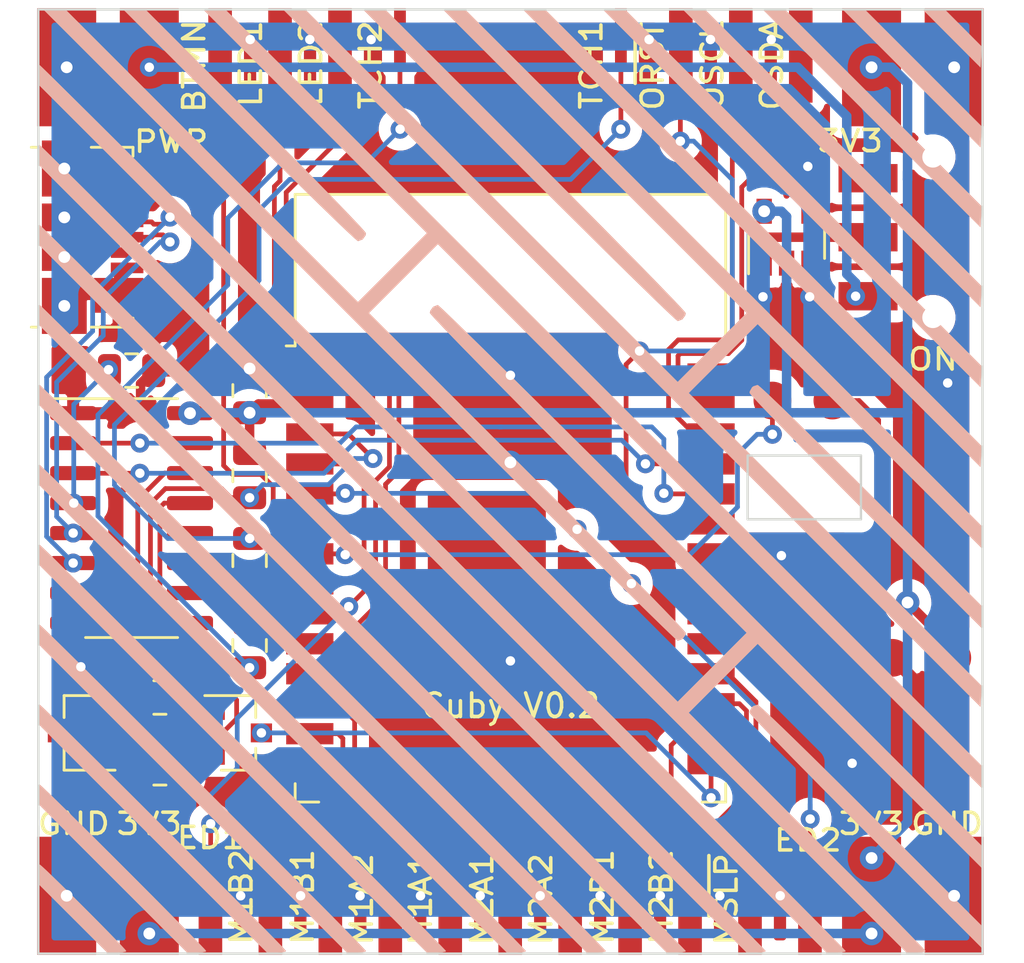
<source format=kicad_pcb>
(kicad_pcb (version 20171130) (host pcbnew "(5.1.4)-1")

  (general
    (thickness 1.6)
    (drawings 10)
    (tracks 410)
    (zones 0)
    (modules 43)
    (nets 41)
  )

  (page A4)
  (layers
    (0 F.Cu signal)
    (31 B.Cu signal)
    (32 B.Adhes user)
    (33 F.Adhes user)
    (34 B.Paste user)
    (35 F.Paste user)
    (36 B.SilkS user)
    (37 F.SilkS user)
    (38 B.Mask user)
    (39 F.Mask user)
    (40 Dwgs.User user)
    (41 Cmts.User user)
    (42 Eco1.User user)
    (43 Eco2.User user)
    (44 Edge.Cuts user)
    (45 Margin user)
    (46 B.CrtYd user)
    (47 F.CrtYd user)
    (48 B.Fab user)
    (49 F.Fab user hide)
  )

  (setup
    (last_trace_width 0.2)
    (user_trace_width 0.2)
    (user_trace_width 0.3)
    (user_trace_width 0.4)
    (trace_clearance 0.2)
    (zone_clearance 0.508)
    (zone_45_only no)
    (trace_min 0.2)
    (via_size 0.8)
    (via_drill 0.4)
    (via_min_size 0.4)
    (via_min_drill 0.3)
    (uvia_size 0.3)
    (uvia_drill 0.1)
    (uvias_allowed no)
    (uvia_min_size 0.2)
    (uvia_min_drill 0.1)
    (edge_width 0.1)
    (segment_width 0.2)
    (pcb_text_width 0.3)
    (pcb_text_size 1.5 1.5)
    (mod_edge_width 0.15)
    (mod_text_size 1 1)
    (mod_text_width 0.15)
    (pad_size 1.475 2.1)
    (pad_drill 0)
    (pad_to_mask_clearance 0)
    (aux_axis_origin 0 0)
    (grid_origin 215.5 123)
    (visible_elements 7FFFFFFF)
    (pcbplotparams
      (layerselection 0x00030_7ffffffe)
      (usegerberextensions false)
      (usegerberattributes false)
      (usegerberadvancedattributes false)
      (creategerberjobfile false)
      (excludeedgelayer false)
      (linewidth 0.100000)
      (plotframeref false)
      (viasonmask false)
      (mode 1)
      (useauxorigin true)
      (hpglpennumber 1)
      (hpglpenspeed 20)
      (hpglpendiameter 15.000000)
      (psnegative false)
      (psa4output false)
      (plotreference true)
      (plotvalue true)
      (plotinvisibletext false)
      (padsonsilk false)
      (subtractmaskfromsilk false)
      (outputformat 3)
      (mirror false)
      (drillshape 0)
      (scaleselection 1)
      (outputdirectory "Gerber/"))
  )

  (net 0 "")
  (net 1 GND)
  (net 2 "Net-(C1-Pad1)")
  (net 3 VBUS)
  (net 4 +3V3)
  (net 5 /~RST)
  (net 6 /M1_M2_~SLEEP)
  (net 7 /M2_BOUT2)
  (net 8 /M2_BOUT1)
  (net 9 /M2_AOUT2)
  (net 10 /M2_AOUT1)
  (net 11 /M1_AOUT1)
  (net 12 /M1_AOUT2)
  (net 13 /M1_BOUT1)
  (net 14 /M1_BOUT2)
  (net 15 /BAT_MON)
  (net 16 /ED_IN1)
  (net 17 /ED_IN2)
  (net 18 /OLED_SDA)
  (net 19 /OLED_SCL)
  (net 20 /OLED_~RES)
  (net 21 "Net-(Q1-Pad1)")
  (net 22 "Net-(Q1-Pad2)")
  (net 23 /GPIO0)
  (net 24 "Net-(Q2-Pad2)")
  (net 25 "Net-(Q2-Pad1)")
  (net 26 /TXD-RXD)
  (net 27 /RXD-TXD)
  (net 28 /OD_SHUT)
  (net 29 /OD_INTERRUPT)
  (net 30 /OD_SDA)
  (net 31 /OD_SCL)
  (net 32 /D-)
  (net 33 /D+)
  (net 34 /LED1)
  (net 35 /LED2)
  (net 36 /TOUCH1)
  (net 37 /TOUCH2)
  (net 38 "Net-(SW1-Pad2)")
  (net 39 /T2)
  (net 40 /T1)

  (net_class Default "This is the default net class."
    (clearance 0.2)
    (trace_width 0.2)
    (via_dia 0.8)
    (via_drill 0.4)
    (uvia_dia 0.3)
    (uvia_drill 0.1)
    (add_net /BAT_MON)
    (add_net /D+)
    (add_net /D-)
    (add_net /ED_IN1)
    (add_net /ED_IN2)
    (add_net /GPIO0)
    (add_net /LED1)
    (add_net /LED2)
    (add_net /M1_AOUT1)
    (add_net /M1_AOUT2)
    (add_net /M1_BOUT1)
    (add_net /M1_BOUT2)
    (add_net /M1_M2_~SLEEP)
    (add_net /M2_AOUT1)
    (add_net /M2_AOUT2)
    (add_net /M2_BOUT1)
    (add_net /M2_BOUT2)
    (add_net /OD_INTERRUPT)
    (add_net /OD_SCL)
    (add_net /OD_SDA)
    (add_net /OD_SHUT)
    (add_net /OLED_SCL)
    (add_net /OLED_SDA)
    (add_net /OLED_~RES)
    (add_net /RXD-TXD)
    (add_net /TOUCH1)
    (add_net /TOUCH2)
    (add_net /TXD-RXD)
    (add_net /~RST)
    (add_net "Net-(C1-Pad1)")
    (add_net "Net-(Q1-Pad1)")
    (add_net "Net-(Q1-Pad2)")
    (add_net "Net-(Q2-Pad1)")
    (add_net "Net-(Q2-Pad2)")
    (add_net "Net-(SW1-Pad2)")
    (add_net VBUS)
  )

  (net_class Power ""
    (clearance 0.3)
    (trace_width 0.4)
    (via_dia 1)
    (via_drill 0.5)
    (uvia_dia 0.3)
    (uvia_drill 0.1)
    (add_net +3V3)
    (add_net GND)
  )

  (net_class Touch ""
    (clearance 0.5)
    (trace_width 0.2)
    (via_dia 0.8)
    (via_drill 0.4)
    (uvia_dia 0.3)
    (uvia_drill 0.1)
    (add_net /T1)
    (add_net /T2)
  )

  (module Print:d1 (layer B.Cu) (tedit 0) (tstamp 5DE74494)
    (at 215.475 122.975)
    (path /5DEC1C54)
    (fp_text reference G1 (at 0 0) (layer B.SilkS) hide
      (effects (font (size 1.524 1.524) (thickness 0.3)) (justify mirror))
    )
    (fp_text value Graphic (at 0.75 0) (layer B.SilkS) hide
      (effects (font (size 1.524 1.524) (thickness 0.3)) (justify mirror))
    )
    (fp_poly (pts (xy 19.981333 12.064833) (xy -12.065167 -19.981333) (xy -12.995767 -19.981333) (xy -8.255012 -15.240011)
      (xy -3.514257 -10.49869) (xy -6.434758 -7.578189) (xy -12.63676 -13.779761) (xy -18.838763 -19.981333)
      (xy -19.769466 -19.981333) (xy -6.392334 -6.604) (xy -5.13442 -5.346647) (xy -3.90739 -4.121303)
      (xy -2.716668 -2.933338) (xy -1.567676 -1.788123) (xy -0.465839 -0.691028) (xy 0.58342 0.352574)
      (xy 1.574679 1.337314) (xy 2.502512 2.25782) (xy 3.361497 3.108721) (xy 4.146209 3.884648)
      (xy 4.851227 4.580228) (xy 5.471125 5.190091) (xy 6.000481 5.708866) (xy 6.433871 6.131182)
      (xy 6.765871 6.451668) (xy 6.991058 6.664954) (xy 7.104008 6.765668) (xy 7.116133 6.773333)
      (xy 7.311714 6.700213) (xy 7.436164 6.526699) (xy 7.450667 6.439099) (xy 7.391936 6.363053)
      (xy 7.220807 6.175273) (xy 6.944877 5.883501) (xy 6.57174 5.495483) (xy 6.108992 5.018963)
      (xy 5.564228 4.461685) (xy 4.945045 3.831394) (xy 4.259038 3.135833) (xy 3.513802 2.382748)
      (xy 2.716933 1.579883) (xy 1.876027 0.734982) (xy 0.998679 -0.144211) (xy 0.741086 -0.401915)
      (xy -5.968494 -7.111893) (xy -4.508152 -8.572235) (xy -3.04781 -10.032576) (xy 8.466762 1.481762)
      (xy 19.981333 12.9961) (xy 19.981333 12.064833)) (layer B.SilkS) (width 0.01))
    (fp_poly (pts (xy -6.235038 -10.233071) (xy -6.110529 -10.406495) (xy -6.096 -10.49415) (xy -6.154533 -10.573344)
      (xy -6.324059 -10.762543) (xy -6.595469 -11.05238) (xy -6.959652 -11.433491) (xy -7.407501 -11.896509)
      (xy -7.929904 -12.43207) (xy -8.517753 -13.030806) (xy -9.161939 -13.683354) (xy -9.853351 -14.380346)
      (xy -10.582881 -15.112418) (xy -10.773547 -15.303216) (xy -15.451095 -19.981333) (xy -16.382453 -19.981333)
      (xy -11.472334 -15.070667) (xy -10.714516 -14.314333) (xy -9.989296 -13.593579) (xy -9.3058 -12.917295)
      (xy -8.673156 -12.29437) (xy -8.100492 -11.733696) (xy -7.596935 -11.244163) (xy -7.171612 -10.834661)
      (xy -6.833651 -10.51408) (xy -6.592179 -10.291311) (xy -6.456324 -10.175245) (xy -6.430707 -10.16)
      (xy -6.235038 -10.233071)) (layer B.SilkS) (width 0.01))
    (fp_poly (pts (xy 19.965145 9.128872) (xy 19.99129 8.68872) (xy 13.78474 2.481739) (xy 7.578189 -3.725242)
      (xy 10.49869 -6.645743) (xy 15.240011 -1.904988) (xy 19.981333 2.835767) (xy 19.981333 1.904755)
      (xy 9.038044 -9.038289) (xy -1.905244 -19.981333) (xy -2.835916 -19.981333) (xy 3.598284 -13.546715)
      (xy 10.032484 -7.112098) (xy 8.572174 -5.651787) (xy 7.111863 -4.191476) (xy -0.783404 -12.086405)
      (xy -8.678671 -19.981333) (xy -9.609485 -19.981333) (xy 5.164757 -5.206155) (xy 19.939 9.569023)
      (xy 19.965145 9.128872)) (layer B.SilkS) (width 0.01))
    (fp_poly (pts (xy 7.311823 -6.84654) (xy 7.436227 -7.020362) (xy 7.450667 -7.107977) (xy 7.391958 -7.184494)
      (xy 7.221031 -7.372513) (xy 6.945682 -7.664074) (xy 6.573708 -8.051221) (xy 6.112905 -8.525998)
      (xy 5.57107 -9.080446) (xy 4.956001 -9.706609) (xy 4.275493 -10.396531) (xy 3.537343 -11.142253)
      (xy 2.749349 -11.935818) (xy 1.919306 -12.769271) (xy 1.079291 -13.610377) (xy -5.292085 -19.981333)
      (xy -6.222593 -19.981333) (xy 0.381 -13.377333) (xy 1.26144 -12.498008) (xy 2.109793 -11.653007)
      (xy 2.91825 -10.84999) (xy 3.679001 -10.096611) (xy 4.384238 -9.40053) (xy 5.026152 -8.769402)
      (xy 5.596933 -8.210886) (xy 6.088771 -7.732639) (xy 6.493859 -7.342317) (xy 6.804386 -7.047578)
      (xy 7.012544 -6.85608) (xy 7.110523 -6.775479) (xy 7.11603 -6.773333) (xy 7.311823 -6.84654)) (layer B.SilkS) (width 0.01))
    (fp_poly (pts (xy 19.965147 -1.031149) (xy 19.991295 -1.471416) (xy 10.736626 -10.726374) (xy 1.481956 -19.981333)
      (xy 0.55061 -19.981333) (xy 10.244805 -10.286107) (xy 19.939 -0.590882) (xy 19.965147 -1.031149)) (layer B.SilkS) (width 0.01))
    (fp_poly (pts (xy 19.965146 -4.417755) (xy 19.991293 -4.85802) (xy 12.42999 -12.419677) (xy 4.868688 -19.981333)
      (xy 3.937336 -19.981333) (xy 11.938168 -11.979412) (xy 19.939 -3.97749) (xy 19.965146 -4.417755)) (layer B.SilkS) (width 0.01))
    (fp_poly (pts (xy 19.99129 -8.244589) (xy 14.123373 -14.112961) (xy 8.255457 -19.981333) (xy 7.324093 -19.981333)
      (xy 13.631546 -13.6727) (xy 19.939 -7.364067) (xy 19.99129 -8.244589)) (layer B.SilkS) (width 0.01))
    (fp_poly (pts (xy 19.965142 -11.190828) (xy 19.991283 -11.63108) (xy 15.816796 -15.806206) (xy 11.642308 -19.981333)
      (xy 10.710916 -19.981333) (xy 19.939 -10.750577) (xy 19.965142 -11.190828)) (layer B.SilkS) (width 0.01))
    (fp_poly (pts (xy 19.965134 -14.57712) (xy 19.991269 -15.017334) (xy 17.510339 -17.499334) (xy 15.02941 -19.981333)
      (xy 14.09792 -19.981333) (xy 17.01846 -17.05912) (xy 19.939 -14.136906) (xy 19.965134 -14.57712)) (layer B.SilkS) (width 0.01))
    (fp_poly (pts (xy 19.965098 -17.962107) (xy 19.991197 -18.401913) (xy 19.20477 -19.191623) (xy 18.418344 -19.981333)
      (xy 17.485857 -19.981333) (xy 18.712428 -18.751817) (xy 19.939 -17.5223) (xy 19.965098 -17.962107)) (layer B.SilkS) (width 0.01))
    (fp_poly (pts (xy 17.442953 19.969393) (xy 17.587915 19.939016) (xy 17.610667 19.918098) (xy 17.55218 19.849974)
      (xy 17.382569 19.671161) (xy 17.110608 19.390545) (xy 16.745072 19.01701) (xy 16.294733 18.559443)
      (xy 15.768368 18.02673) (xy 15.174749 17.427755) (xy 14.52265 16.771405) (xy 13.820847 16.066566)
      (xy 13.078113 15.322122) (xy 12.594453 14.838118) (xy 7.57824 9.821373) (xy 9.038465 8.361149)
      (xy 10.49869 6.900924) (xy 15.240011 11.641678) (xy 19.981333 16.382433) (xy 19.981333 15.451433)
      (xy 8.53005 4.000383) (xy 7.367084 2.838116) (xy 6.23526 1.708297) (xy 5.140453 0.616733)
      (xy 4.088534 -0.43077) (xy 3.085377 -1.428405) (xy 2.136856 -2.370365) (xy 1.248842 -3.250845)
      (xy 0.42721 -4.064038) (xy -0.322168 -4.804137) (xy -0.993418 -5.465336) (xy -1.580668 -6.041828)
      (xy -2.078044 -6.527806) (xy -2.479673 -6.917465) (xy -2.779682 -7.204998) (xy -2.972199 -7.384598)
      (xy -3.051349 -7.450458) (xy -3.05235 -7.450667) (xy -3.247783 -7.37751) (xy -3.372178 -7.203969)
      (xy -3.386667 -7.116432) (xy -3.327936 -7.040386) (xy -3.156808 -6.852606) (xy -2.880877 -6.560834)
      (xy -2.50774 -6.172816) (xy -2.044992 -5.696296) (xy -1.500229 -5.139018) (xy -0.881046 -4.508727)
      (xy -0.195038 -3.813166) (xy 0.550197 -3.060081) (xy 1.347066 -2.257216) (xy 2.187973 -1.412315)
      (xy 3.065321 -0.533122) (xy 3.322913 -0.275418) (xy 10.032493 6.43456) (xy 8.572143 7.89491)
      (xy 7.111793 9.355261) (xy -6.37137 -4.127703) (xy -7.633669 -5.389706) (xy -8.864538 -6.619742)
      (xy -10.058608 -7.812465) (xy -11.210508 -8.962532) (xy -12.314868 -10.064596) (xy -13.366317 -11.113313)
      (xy -14.359486 -12.103337) (xy -15.289003 -13.029323) (xy -16.149498 -13.885926) (xy -16.935601 -14.667802)
      (xy -17.641942 -15.369604) (xy -18.263151 -15.985988) (xy -18.793856 -16.511609) (xy -19.228688 -16.941121)
      (xy -19.562277 -17.26918) (xy -19.789251 -17.49044) (xy -19.904241 -17.599556) (xy -19.917933 -17.610667)
      (xy -19.954904 -17.534713) (xy -19.977752 -17.341496) (xy -19.981333 -17.208573) (xy -19.981333 -16.806479)
      (xy 16.806187 19.981333) (xy 17.208427 19.981333) (xy 17.442953 19.969393)) (layer B.SilkS) (width 0.01))
    (fp_poly (pts (xy 14.056387 19.969324) (xy 14.201288 19.938772) (xy 14.224 19.917755) (xy 14.165025 19.852893)
      (xy 13.991967 19.674241) (xy 13.710627 19.387599) (xy 13.326805 18.998768) (xy 12.8463 18.513547)
      (xy 12.274913 17.937737) (xy 11.618445 17.277139) (xy 10.882696 16.537551) (xy 10.073465 15.724775)
      (xy 9.196554 14.844611) (xy 8.257762 13.902858) (xy 7.262889 12.905318) (xy 6.217736 11.85779)
      (xy 5.128104 10.766075) (xy 3.999792 9.635973) (xy 2.8386 8.473283) (xy 1.650329 7.283807)
      (xy 0.44078 6.073344) (xy -0.784249 4.847695) (xy -2.018955 3.612659) (xy -3.25754 2.374038)
      (xy -4.494203 1.137631) (xy -5.723144 -0.090761) (xy -6.938562 -1.305338) (xy -8.134657 -2.500301)
      (xy -9.305629 -3.669849) (xy -10.445678 -4.808181) (xy -11.549004 -5.909497) (xy -12.609806 -6.967998)
      (xy -13.622283 -7.977882) (xy -14.580637 -8.93335) (xy -15.479066 -9.828602) (xy -16.31177 -10.657837)
      (xy -17.072949 -11.415255) (xy -17.756803 -12.095056) (xy -18.357532 -12.69144) (xy -18.869334 -13.198606)
      (xy -19.286411 -13.610754) (xy -19.602962 -13.922085) (xy -19.813186 -14.126797) (xy -19.911284 -14.21909)
      (xy -19.917912 -14.224) (xy -19.95489 -14.148045) (xy -19.977746 -13.954816) (xy -19.981333 -13.821753)
      (xy -19.981333 -13.419506) (xy -3.280753 3.280914) (xy 13.419827 19.981333) (xy 13.821913 19.981333)
      (xy 14.056387 19.969324)) (layer B.SilkS) (width 0.01))
    (fp_poly (pts (xy 10.669727 19.969322) (xy 10.814624 19.938765) (xy 10.837333 19.917746) (xy 10.778402 19.85262)
      (xy 10.605685 19.674032) (xy 10.325293 19.388095) (xy 9.943339 19.000921) (xy 9.465936 18.518623)
      (xy 8.899196 17.947313) (xy 8.249232 17.293104) (xy 7.522156 16.562109) (xy 6.724081 15.760439)
      (xy 5.861118 14.894207) (xy 4.939382 13.969525) (xy 3.964984 12.992507) (xy 2.944036 11.969264)
      (xy 1.882651 10.905909) (xy 0.786942 9.808555) (xy -0.336979 8.683313) (xy -1.482999 7.536297)
      (xy -2.645006 6.373618) (xy -3.816887 5.20139) (xy -4.992531 4.025724) (xy -6.165824 2.852734)
      (xy -7.330654 1.688531) (xy -8.480908 0.539228) (xy -9.610474 -0.589062) (xy -10.71324 -1.690228)
      (xy -11.783092 -2.758155) (xy -12.813919 -3.786734) (xy -13.799609 -4.769849) (xy -14.734047 -5.70139)
      (xy -15.611123 -6.575244) (xy -16.424723 -7.385298) (xy -17.168735 -8.125439) (xy -17.837046 -8.789556)
      (xy -18.423545 -9.371536) (xy -18.922118 -9.865267) (xy -19.326653 -10.264635) (xy -19.631038 -10.563529)
      (xy -19.82916 -10.755836) (xy -19.914906 -10.835444) (xy -19.917921 -10.837333) (xy -19.954893 -10.761378)
      (xy -19.977746 -10.568149) (xy -19.981333 -10.435077) (xy -19.981333 -10.032821) (xy -4.974078 4.974256)
      (xy 10.033178 19.981333) (xy 10.435256 19.981333) (xy 10.669727 19.969322)) (layer B.SilkS) (width 0.01))
    (fp_poly (pts (xy 7.282934 19.969325) (xy 7.427907 19.938776) (xy 7.450667 19.917735) (xy 7.391787 19.852297)
      (xy 7.219469 19.673786) (xy 6.940195 19.388684) (xy 6.560444 19.003472) (xy 6.0867 18.524631)
      (xy 5.525442 17.958643) (xy 4.883152 17.311988) (xy 4.166312 16.591148) (xy 3.381403 15.802605)
      (xy 2.534906 14.952839) (xy 1.633302 14.048332) (xy 0.683073 13.095564) (xy -0.3093 12.101018)
      (xy -1.337336 11.071174) (xy -2.394553 10.012514) (xy -3.474471 8.931519) (xy -4.570607 7.83467)
      (xy -5.676481 6.728449) (xy -6.785611 5.619336) (xy -7.891517 4.513812) (xy -8.987716 3.41836)
      (xy -10.067727 2.339461) (xy -11.12507 1.283595) (xy -12.153263 0.257244) (xy -13.145824 -0.733112)
      (xy -14.096272 -1.680989) (xy -14.998127 -2.579909) (xy -15.844906 -3.423388) (xy -16.630129 -4.204947)
      (xy -17.347314 -4.918103) (xy -17.98998 -5.556375) (xy -18.551645 -6.113283) (xy -19.025828 -6.582345)
      (xy -19.406049 -6.95708) (xy -19.685825 -7.231006) (xy -19.858676 -7.397642) (xy -19.917931 -7.450667)
      (xy -19.954905 -7.374713) (xy -19.977753 -7.181499) (xy -19.981333 -7.0486) (xy -19.981333 -6.646534)
      (xy -6.667601 6.6674) (xy 6.646132 19.981333) (xy 7.048399 19.981333) (xy 7.282934 19.969325)) (layer B.SilkS) (width 0.01))
    (fp_poly (pts (xy 3.89641 19.969316) (xy 4.041297 19.938746) (xy 4.064 19.917721) (xy 4.005181 19.851908)
      (xy 3.833344 19.673492) (xy 3.555412 19.389401) (xy 3.178314 19.00656) (xy 2.708974 18.531896)
      (xy 2.154319 17.972334) (xy 1.521275 17.3348) (xy 0.816768 16.62622) (xy 0.047724 15.853521)
      (xy -0.778932 15.023628) (xy -1.656272 14.143468) (xy -2.577371 13.219965) (xy -3.535303 12.260047)
      (xy -4.523141 11.270639) (xy -5.53396 10.258668) (xy -6.560834 9.231059) (xy -7.596837 8.194737)
      (xy -8.635042 7.156631) (xy -9.668523 6.123664) (xy -10.690355 5.102764) (xy -11.693611 4.100855)
      (xy -12.671365 3.124865) (xy -13.616692 2.181719) (xy -14.522665 1.278344) (xy -15.382358 0.421664)
      (xy -16.188845 -0.381393) (xy -16.9352 -1.123902) (xy -17.614497 -1.798937) (xy -18.219809 -2.399572)
      (xy -18.744212 -2.918881) (xy -19.180778 -3.349937) (xy -19.522583 -3.685815) (xy -19.762698 -3.91959)
      (xy -19.8942 -4.044334) (xy -19.917945 -4.064) (xy -19.954902 -3.988044) (xy -19.977747 -3.794813)
      (xy -19.981333 -3.661718) (xy -19.981333 -3.259436) (xy -8.360718 8.360949) (xy 3.259897 19.981333)
      (xy 3.661948 19.981333) (xy 3.89641 19.969316)) (layer B.SilkS) (width 0.01))
    (fp_poly (pts (xy 19.981333 5.292234) (xy 15.303786 0.614117) (xy 14.564359 -0.123754) (xy 13.85761 -0.825822)
      (xy 13.192906 -1.482975) (xy 12.579611 -2.086103) (xy 12.027093 -2.626094) (xy 11.544716 -3.093839)
      (xy 11.141847 -3.480227) (xy 10.827851 -3.776146) (xy 10.612094 -3.972486) (xy 10.503942 -4.060136)
      (xy 10.494719 -4.064) (xy 10.320812 -4.007717) (xy 10.2616 -3.9624) (xy 10.170734 -3.798685)
      (xy 10.16 -3.729293) (xy 10.218568 -3.650476) (xy 10.388347 -3.461415) (xy 10.660444 -3.171237)
      (xy 11.025971 -2.789069) (xy 11.476037 -2.324039) (xy 12.001751 -1.785273) (xy 12.594224 -1.1819)
      (xy 13.244564 -0.523048) (xy 13.943881 0.182158) (xy 14.683286 0.924588) (xy 15.070667 1.312333)
      (xy 19.981333 6.222453) (xy 19.981333 5.292234)) (layer B.SilkS) (width 0.01))
    (fp_poly (pts (xy 0.509757 19.969312) (xy 0.654636 19.938732) (xy 0.677333 19.917703) (xy 0.618589 19.851425)
      (xy 0.447342 19.673132) (xy 0.17107 19.390299) (xy -0.202752 19.010405) (xy -0.666646 18.540925)
      (xy -1.213134 17.989338) (xy -1.83474 17.363119) (xy -2.523986 16.669746) (xy -3.273396 15.916697)
      (xy -4.075493 15.111447) (xy -4.922799 14.261474) (xy -5.807837 13.374254) (xy -6.723131 12.457266)
      (xy -7.661202 11.517985) (xy -8.614575 10.563889) (xy -9.575772 9.602455) (xy -10.537316 8.64116)
      (xy -11.491729 7.68748) (xy -12.431536 6.748893) (xy -13.349258 5.832875) (xy -14.237419 4.946904)
      (xy -15.088541 4.098457) (xy -15.895149 3.29501) (xy -16.649763 2.54404) (xy -17.344908 1.853025)
      (xy -17.973106 1.229442) (xy -18.526881 0.680767) (xy -18.998755 0.214478) (xy -19.381251 -0.161949)
      (xy -19.666892 -0.441037) (xy -19.848201 -0.615309) (xy -19.917701 -0.677287) (xy -19.917964 -0.677333)
      (xy -19.954909 -0.601377) (xy -19.977747 -0.408145) (xy -19.981333 -0.275031) (xy -19.981333 0.12727)
      (xy -10.054032 10.054302) (xy -0.126731 19.981333) (xy 0.275301 19.981333) (xy 0.509757 19.969312)) (layer B.SilkS) (width 0.01))
    (fp_poly (pts (xy -2.876892 19.969307) (xy -2.732024 19.938713) (xy -2.709333 19.917677) (xy -2.767984 19.850806)
      (xy -2.938477 19.672675) (xy -3.21263 19.391469) (xy -3.582257 19.015372) (xy -4.039174 18.552569)
      (xy -4.575196 18.011244) (xy -5.182138 17.399583) (xy -5.851815 16.725769) (xy -6.576043 15.997987)
      (xy -7.346637 15.224422) (xy -8.155413 14.413258) (xy -8.994185 13.57268) (xy -9.854769 12.710873)
      (xy -10.72898 11.83602) (xy -11.608633 10.956307) (xy -12.485545 10.079918) (xy -13.351529 9.215038)
      (xy -14.198402 8.369851) (xy -15.017979 7.552542) (xy -15.802074 6.771295) (xy -16.542504 6.034295)
      (xy -17.231083 5.349726) (xy -17.859627 4.725774) (xy -18.419951 4.170622) (xy -18.903871 3.692455)
      (xy -19.303201 3.299458) (xy -19.609757 2.999815) (xy -19.815355 2.801711) (xy -19.911809 2.71333)
      (xy -19.917989 2.709333) (xy -19.954919 2.78529) (xy -19.977748 2.978524) (xy -19.981333 3.111663)
      (xy -19.981333 3.513992) (xy -11.747338 11.747663) (xy -3.513343 19.981333) (xy -3.111338 19.981333)
      (xy -2.876892 19.969307)) (layer B.SilkS) (width 0.01))
    (fp_poly (pts (xy -6.263531 19.969298) (xy -6.11868 19.938683) (xy -6.096 19.917639) (xy -6.154527 19.849969)
      (xy -6.324014 19.672068) (xy -6.59532 19.393077) (xy -6.959305 19.022135) (xy -7.406828 18.568384)
      (xy -7.928747 18.040964) (xy -8.515923 17.449015) (xy -9.159215 16.801677) (xy -9.849482 16.108092)
      (xy -10.577582 15.377399) (xy -11.334376 14.61874) (xy -12.110723 13.841254) (xy -12.897482 13.054083)
      (xy -13.685511 12.266366) (xy -14.465672 11.487244) (xy -15.228822 10.725858) (xy -15.96582 9.991348)
      (xy -16.667528 9.292854) (xy -17.324802 8.639518) (xy -17.928504 8.040479) (xy -18.469491 7.504878)
      (xy -18.938624 7.041855) (xy -19.326761 6.660552) (xy -19.624762 6.370108) (xy -19.823486 6.179664)
      (xy -19.913792 6.09836) (xy -19.918027 6.096) (xy -19.954933 6.171957) (xy -19.977749 6.365195)
      (xy -19.981333 6.498372) (xy -19.981333 6.900743) (xy -13.44063 13.441038) (xy -6.899926 19.981333)
      (xy -6.497963 19.981333) (xy -6.263531 19.969298)) (layer B.SilkS) (width 0.01))
    (fp_poly (pts (xy -9.650151 19.969284) (xy -9.505328 19.938634) (xy -9.482667 19.917575) (xy -9.541021 19.848749)
      (xy -9.709061 19.671206) (xy -9.97625 19.395483) (xy -10.332054 19.032114) (xy -10.765935 18.591635)
      (xy -11.26736 18.08458) (xy -11.825792 17.521485) (xy -12.430696 16.912885) (xy -13.071536 16.269314)
      (xy -13.737777 15.601308) (xy -14.418882 14.919402) (xy -15.104318 14.23413) (xy -15.783547 13.556029)
      (xy -16.446034 12.895632) (xy -17.081244 12.263476) (xy -17.678641 11.670094) (xy -18.22769 11.126023)
      (xy -18.717855 10.641797) (xy -19.1386 10.227951) (xy -19.479391 9.895021) (xy -19.72969 9.65354)
      (xy -19.878963 9.514046) (xy -19.91809 9.482667) (xy -19.954956 9.558625) (xy -19.97775 9.751868)
      (xy -19.981333 9.88511) (xy -19.981333 10.287552) (xy -15.133893 15.134443) (xy -10.286453 19.981333)
      (xy -9.88456 19.981333) (xy -9.650151 19.969284)) (layer B.SilkS) (width 0.01))
    (fp_poly (pts (xy 19.981333 18.8389) (xy 15.303786 14.160784) (xy 14.564359 13.422912) (xy 13.85761 12.720845)
      (xy 13.192906 12.063692) (xy 12.579611 11.460564) (xy 12.027093 10.920572) (xy 11.544716 10.452827)
      (xy 11.141847 10.06644) (xy 10.827851 9.770521) (xy 10.612094 9.574181) (xy 10.503942 9.48653)
      (xy 10.494719 9.482667) (xy 10.320812 9.53895) (xy 10.2616 9.584267) (xy 10.170734 9.747982)
      (xy 10.16 9.817374) (xy 10.218568 9.89619) (xy 10.388347 10.085251) (xy 10.660444 10.37543)
      (xy 11.025971 10.757598) (xy 11.476037 11.222628) (xy 12.001751 11.761393) (xy 12.594224 12.364766)
      (xy 13.244564 13.023619) (xy 13.943881 13.728824) (xy 14.683286 14.471255) (xy 15.070667 14.859)
      (xy 19.981333 19.769119) (xy 19.981333 18.8389)) (layer B.SilkS) (width 0.01))
    (fp_poly (pts (xy -13.036723 19.969257) (xy -12.891957 19.938538) (xy -12.869333 19.917451) (xy -12.92742 19.846719)
      (xy -13.093109 19.669832) (xy -13.353543 19.399645) (xy -13.695866 19.049014) (xy -14.107221 18.630794)
      (xy -14.574751 18.157839) (xy -15.0856 17.643007) (xy -15.626911 17.099151) (xy -16.185827 16.539127)
      (xy -16.749492 15.975791) (xy -17.305049 15.421997) (xy -17.839641 14.890602) (xy -18.340411 14.394459)
      (xy -18.794504 13.946426) (xy -19.189061 13.559356) (xy -19.511227 13.246105) (xy -19.748145 13.019529)
      (xy -19.886958 12.892483) (xy -19.918212 12.869333) (xy -19.955001 12.945293) (xy -19.977752 13.138548)
      (xy -19.981333 13.271924) (xy -19.981333 13.674514) (xy -16.827082 16.827924) (xy -13.672831 19.981333)
      (xy -13.271082 19.981333) (xy -13.036723 19.969257)) (layer B.SilkS) (width 0.01))
    (fp_poly (pts (xy -16.423082 19.969176) (xy -16.278503 19.938256) (xy -16.256 19.917095) (xy -16.31358 19.842244)
      (xy -16.474329 19.667075) (xy -16.720257 19.409569) (xy -17.033376 19.087708) (xy -17.395697 18.719472)
      (xy -17.789233 18.322844) (xy -18.195993 17.915804) (xy -18.597991 17.516334) (xy -18.977236 17.142416)
      (xy -19.315741 16.812031) (xy -19.595518 16.54316) (xy -19.798576 16.353784) (xy -19.906929 16.261886)
      (xy -19.918555 16.256) (xy -19.955126 16.331965) (xy -19.977756 16.525258) (xy -19.981333 16.659074)
      (xy -19.981333 17.062148) (xy -18.519951 18.521741) (xy -17.058569 19.981333) (xy -16.657284 19.981333)
      (xy -16.423082 19.969176)) (layer B.SilkS) (width 0.01))
  )

  (module RF_Module:ESP32-WROOM-32 (layer F.Cu) (tedit 5B5B4654) (tstamp 5DE6E2B2)
    (at 215.5 126.7)
    (descr "Single 2.4 GHz Wi-Fi and Bluetooth combo chip https://www.espressif.com/sites/default/files/documentation/esp32-wroom-32_datasheet_en.pdf")
    (tags "Single 2.4 GHz Wi-Fi and Bluetooth combo  chip")
    (path /5D72A796)
    (attr smd)
    (fp_text reference U10 (at -4.1 -7.55 180) (layer F.Fab)
      (effects (font (size 0.9 1) (thickness 0.15)))
    )
    (fp_text value ESP32-WROOM-32 (at -0.1 -9.25) (layer F.Fab)
      (effects (font (size 0.9 1) (thickness 0.15)))
    )
    (fp_line (start -9.12 -9.445) (end -9.5 -9.445) (layer F.SilkS) (width 0.12))
    (fp_line (start -9.12 -15.865) (end -9.12 -9.445) (layer F.SilkS) (width 0.12))
    (fp_line (start 9.12 -15.865) (end 9.12 -9.445) (layer F.SilkS) (width 0.12))
    (fp_line (start -9.12 -15.865) (end 9.12 -15.865) (layer F.SilkS) (width 0.12))
    (fp_line (start 9.12 9.88) (end 8.12 9.88) (layer F.SilkS) (width 0.12))
    (fp_line (start 9.12 9.1) (end 9.12 9.88) (layer F.SilkS) (width 0.12))
    (fp_line (start -9.12 9.88) (end -8.12 9.88) (layer F.SilkS) (width 0.12))
    (fp_line (start -9.12 9.1) (end -9.12 9.88) (layer F.SilkS) (width 0.12))
    (fp_line (start 8.4 -20.6) (end 8.2 -20.4) (layer Cmts.User) (width 0.1))
    (fp_line (start 8.4 -16) (end 8.4 -20.6) (layer Cmts.User) (width 0.1))
    (fp_line (start 8.4 -20.6) (end 8.6 -20.4) (layer Cmts.User) (width 0.1))
    (fp_line (start 8.4 -16) (end 8.6 -16.2) (layer Cmts.User) (width 0.1))
    (fp_line (start 8.4 -16) (end 8.2 -16.2) (layer Cmts.User) (width 0.1))
    (fp_line (start -9.2 -13.875) (end -9.4 -14.075) (layer Cmts.User) (width 0.1))
    (fp_line (start -13.8 -13.875) (end -9.2 -13.875) (layer Cmts.User) (width 0.1))
    (fp_line (start -9.2 -13.875) (end -9.4 -13.675) (layer Cmts.User) (width 0.1))
    (fp_line (start -13.8 -13.875) (end -13.6 -13.675) (layer Cmts.User) (width 0.1))
    (fp_line (start -13.8 -13.875) (end -13.6 -14.075) (layer Cmts.User) (width 0.1))
    (fp_line (start 9.2 -13.875) (end 9.4 -13.675) (layer Cmts.User) (width 0.1))
    (fp_line (start 9.2 -13.875) (end 9.4 -14.075) (layer Cmts.User) (width 0.1))
    (fp_line (start 13.8 -13.875) (end 13.6 -13.675) (layer Cmts.User) (width 0.1))
    (fp_line (start 13.8 -13.875) (end 13.6 -14.075) (layer Cmts.User) (width 0.1))
    (fp_line (start 9.2 -13.875) (end 13.8 -13.875) (layer Cmts.User) (width 0.1))
    (fp_line (start 14 -11.585) (end 12 -9.97) (layer Dwgs.User) (width 0.1))
    (fp_line (start 14 -13.2) (end 10 -9.97) (layer Dwgs.User) (width 0.1))
    (fp_line (start 14 -14.815) (end 8 -9.97) (layer Dwgs.User) (width 0.1))
    (fp_line (start 14 -16.43) (end 6 -9.97) (layer Dwgs.User) (width 0.1))
    (fp_line (start 14 -18.045) (end 4 -9.97) (layer Dwgs.User) (width 0.1))
    (fp_line (start 14 -19.66) (end 2 -9.97) (layer Dwgs.User) (width 0.1))
    (fp_line (start 13.475 -20.75) (end 0 -9.97) (layer Dwgs.User) (width 0.1))
    (fp_line (start 11.475 -20.75) (end -2 -9.97) (layer Dwgs.User) (width 0.1))
    (fp_line (start 9.475 -20.75) (end -4 -9.97) (layer Dwgs.User) (width 0.1))
    (fp_line (start 7.475 -20.75) (end -6 -9.97) (layer Dwgs.User) (width 0.1))
    (fp_line (start -8 -9.97) (end 5.475 -20.75) (layer Dwgs.User) (width 0.1))
    (fp_line (start 3.475 -20.75) (end -10 -9.97) (layer Dwgs.User) (width 0.1))
    (fp_line (start 1.475 -20.75) (end -12 -9.97) (layer Dwgs.User) (width 0.1))
    (fp_line (start -0.525 -20.75) (end -14 -9.97) (layer Dwgs.User) (width 0.1))
    (fp_line (start -2.525 -20.75) (end -14 -11.585) (layer Dwgs.User) (width 0.1))
    (fp_line (start -4.525 -20.75) (end -14 -13.2) (layer Dwgs.User) (width 0.1))
    (fp_line (start -6.525 -20.75) (end -14 -14.815) (layer Dwgs.User) (width 0.1))
    (fp_line (start -8.525 -20.75) (end -14 -16.43) (layer Dwgs.User) (width 0.1))
    (fp_line (start -10.525 -20.75) (end -14 -18.045) (layer Dwgs.User) (width 0.1))
    (fp_line (start -12.525 -20.75) (end -14 -19.66) (layer Dwgs.User) (width 0.1))
    (fp_line (start 9.75 -9.72) (end 14.25 -9.72) (layer F.CrtYd) (width 0.05))
    (fp_line (start -14.25 -9.72) (end -9.75 -9.72) (layer F.CrtYd) (width 0.05))
    (fp_line (start 14.25 -21) (end 14.25 -9.72) (layer F.CrtYd) (width 0.05))
    (fp_line (start -14.25 -21) (end -14.25 -9.72) (layer F.CrtYd) (width 0.05))
    (fp_line (start 14 -20.75) (end -14 -20.75) (layer Dwgs.User) (width 0.1))
    (fp_line (start 14 -9.97) (end 14 -20.75) (layer Dwgs.User) (width 0.1))
    (fp_line (start 14 -9.97) (end -14 -9.97) (layer Dwgs.User) (width 0.1))
    (fp_line (start -9 -9.02) (end -8.5 -9.52) (layer F.Fab) (width 0.1))
    (fp_line (start -8.5 -9.52) (end -9 -10.02) (layer F.Fab) (width 0.1))
    (fp_line (start -9 -9.02) (end -9 9.76) (layer F.Fab) (width 0.1))
    (fp_line (start -14.25 -21) (end 14.25 -21) (layer F.CrtYd) (width 0.05))
    (fp_line (start 9.75 -9.72) (end 9.75 10.5) (layer F.CrtYd) (width 0.05))
    (fp_line (start -9.75 10.5) (end 9.75 10.5) (layer F.CrtYd) (width 0.05))
    (fp_line (start -9.75 10.5) (end -9.75 -9.72) (layer F.CrtYd) (width 0.05))
    (fp_line (start -9 -15.745) (end 9 -15.745) (layer F.Fab) (width 0.1))
    (fp_line (start -9 -15.745) (end -9 -10.02) (layer F.Fab) (width 0.1))
    (fp_line (start -9 9.76) (end 9 9.76) (layer F.Fab) (width 0.1))
    (fp_line (start 9 9.76) (end 9 -15.745) (layer F.Fab) (width 0.1))
    (fp_line (start -14 -9.97) (end -14 -20.75) (layer Dwgs.User) (width 0.1))
    (fp_text user "5 mm" (at 11.8 -14.375) (layer Cmts.User)
      (effects (font (size 0.5 0.5) (thickness 0.1)))
    )
    (fp_text user "5 mm" (at -11.2 -14.375) (layer Cmts.User)
      (effects (font (size 0.5 0.5) (thickness 0.1)))
    )
    (fp_text user "5 mm" (at 11.8 -14.375) (layer Cmts.User)
      (effects (font (size 0.5 0.5) (thickness 0.1)))
    )
    (fp_text user Antenna (at 0 -13) (layer Cmts.User)
      (effects (font (size 1 1) (thickness 0.15)))
    )
    (fp_text user "KEEP-OUT ZONE" (at 0 -19) (layer Cmts.User)
      (effects (font (size 1 1) (thickness 0.15)))
    )
    (fp_text user %R (at -4.1 -7.55) (layer F.Fab)
      (effects (font (size 0.9 1) (thickness 0.15)))
    )
    (pad 38 smd rect (at 8.5 -8.255) (size 2 0.9) (layers F.Cu F.Paste F.Mask)
      (net 1 GND))
    (pad 37 smd rect (at 8.5 -6.985) (size 2 0.9) (layers F.Cu F.Paste F.Mask)
      (net 18 /OLED_SDA))
    (pad 36 smd rect (at 8.5 -5.715) (size 2 0.9) (layers F.Cu F.Paste F.Mask)
      (net 19 /OLED_SCL))
    (pad 35 smd rect (at 8.5 -4.445) (size 2 0.9) (layers F.Cu F.Paste F.Mask)
      (net 27 /RXD-TXD))
    (pad 34 smd rect (at 8.5 -3.175) (size 2 0.9) (layers F.Cu F.Paste F.Mask)
      (net 26 /TXD-RXD))
    (pad 33 smd rect (at 8.5 -1.905) (size 2 0.9) (layers F.Cu F.Paste F.Mask)
      (net 20 /OLED_~RES))
    (pad 32 smd rect (at 8.5 -0.635) (size 2 0.9) (layers F.Cu F.Paste F.Mask))
    (pad 31 smd rect (at 8.5 0.635) (size 2 0.9) (layers F.Cu F.Paste F.Mask)
      (net 28 /OD_SHUT))
    (pad 30 smd rect (at 8.5 1.905) (size 2 0.9) (layers F.Cu F.Paste F.Mask)
      (net 30 /OD_SDA))
    (pad 29 smd rect (at 8.5 3.175) (size 2 0.9) (layers F.Cu F.Paste F.Mask)
      (net 31 /OD_SCL))
    (pad 28 smd rect (at 8.5 4.445) (size 2 0.9) (layers F.Cu F.Paste F.Mask)
      (net 6 /M1_M2_~SLEEP))
    (pad 27 smd rect (at 8.5 5.715) (size 2 0.9) (layers F.Cu F.Paste F.Mask)
      (net 7 /M2_BOUT2))
    (pad 26 smd rect (at 8.5 6.985) (size 2 0.9) (layers F.Cu F.Paste F.Mask)
      (net 8 /M2_BOUT1))
    (pad 25 smd rect (at 8.5 8.255) (size 2 0.9) (layers F.Cu F.Paste F.Mask)
      (net 23 /GPIO0))
    (pad 24 smd rect (at 5.715 9.255 90) (size 2 0.9) (layers F.Cu F.Paste F.Mask)
      (net 9 /M2_AOUT2))
    (pad 23 smd rect (at 4.445 9.255 90) (size 2 0.9) (layers F.Cu F.Paste F.Mask)
      (net 10 /M2_AOUT1))
    (pad 22 smd rect (at 3.175 9.255 90) (size 2 0.9) (layers F.Cu F.Paste F.Mask))
    (pad 21 smd rect (at 1.905 9.255 90) (size 2 0.9) (layers F.Cu F.Paste F.Mask))
    (pad 20 smd rect (at 0.635 9.255 90) (size 2 0.9) (layers F.Cu F.Paste F.Mask))
    (pad 19 smd rect (at -0.635 9.255 90) (size 2 0.9) (layers F.Cu F.Paste F.Mask))
    (pad 18 smd rect (at -1.905 9.255 90) (size 2 0.9) (layers F.Cu F.Paste F.Mask))
    (pad 17 smd rect (at -3.175 9.255 90) (size 2 0.9) (layers F.Cu F.Paste F.Mask))
    (pad 16 smd rect (at -4.445 9.255 90) (size 2 0.9) (layers F.Cu F.Paste F.Mask)
      (net 11 /M1_AOUT1))
    (pad 15 smd rect (at -5.715 9.255 90) (size 2 0.9) (layers F.Cu F.Paste F.Mask)
      (net 1 GND))
    (pad 14 smd rect (at -8.5 8.255) (size 2 0.9) (layers F.Cu F.Paste F.Mask)
      (net 14 /M1_BOUT2))
    (pad 13 smd rect (at -8.5 6.985) (size 2 0.9) (layers F.Cu F.Paste F.Mask)
      (net 13 /M1_BOUT1))
    (pad 12 smd rect (at -8.5 5.715) (size 2 0.9) (layers F.Cu F.Paste F.Mask)
      (net 12 /M1_AOUT2))
    (pad 11 smd rect (at -8.5 4.445) (size 2 0.9) (layers F.Cu F.Paste F.Mask)
      (net 35 /LED2))
    (pad 10 smd rect (at -8.5 3.175) (size 2 0.9) (layers F.Cu F.Paste F.Mask)
      (net 34 /LED1))
    (pad 9 smd rect (at -8.5 1.905) (size 2 0.9) (layers F.Cu F.Paste F.Mask)
      (net 37 /TOUCH2))
    (pad 8 smd rect (at -8.5 0.635) (size 2 0.9) (layers F.Cu F.Paste F.Mask)
      (net 36 /TOUCH1))
    (pad 7 smd rect (at -8.5 -0.635) (size 2 0.9) (layers F.Cu F.Paste F.Mask)
      (net 29 /OD_INTERRUPT))
    (pad 6 smd rect (at -8.5 -1.905) (size 2 0.9) (layers F.Cu F.Paste F.Mask)
      (net 15 /BAT_MON))
    (pad 5 smd rect (at -8.5 -3.175) (size 2 0.9) (layers F.Cu F.Paste F.Mask)
      (net 17 /ED_IN2))
    (pad 4 smd rect (at -8.5 -4.445) (size 2 0.9) (layers F.Cu F.Paste F.Mask)
      (net 16 /ED_IN1))
    (pad 3 smd rect (at -8.5 -5.715) (size 2 0.9) (layers F.Cu F.Paste F.Mask)
      (net 5 /~RST))
    (pad 2 smd rect (at -8.5 -6.985) (size 2 0.9) (layers F.Cu F.Paste F.Mask)
      (net 4 +3V3))
    (pad 1 smd rect (at -8.5 -8.255) (size 2 0.9) (layers F.Cu F.Paste F.Mask)
      (net 1 GND))
    (pad 39 smd rect (at -1 -0.755) (size 5 5) (layers F.Cu F.Paste F.Mask))
    (model ${KISYS3DMOD}/RF_Module.3dshapes/ESP32-WROOM-32.wrl
      (at (xyz 0 0 0))
      (scale (xyz 1 1 1))
      (rotate (xyz 0 0 0))
    )
  )

  (module Custom:GYVL53L0X_NoMountingHoles (layer F.Cu) (tedit 5DD97E74) (tstamp 5DE6E52B)
    (at 234.25 129.9)
    (path /5D72A7B2)
    (fp_text reference U2 (at -3.2 -6.85 90) (layer F.Fab)
      (effects (font (size 0.9 1) (thickness 0.15)))
    )
    (fp_text value CJVL53L0XV2 (at -3.88 -12.33) (layer F.Fab)
      (effects (font (size 0.9 1) (thickness 0.15)))
    )
    (fp_line (start -3.9 -8) (end -8.7 -8) (layer Eco2.User) (width 0.12))
    (fp_line (start -8.7 -5.3) (end -8.7 -8) (layer Eco2.User) (width 0.12))
    (fp_line (start -3.9 -5.3) (end -8.7 -5.3) (layer Eco2.User) (width 0.12))
    (fp_line (start -3.9 -5.3) (end -3.9 -8) (layer Eco2.User) (width 0.12))
    (fp_line (start -9.06 1.8) (end -9.06 -11.5) (layer F.CrtYd) (width 0.12))
    (fp_line (start 1.44 1.8) (end -9.06 1.8) (layer F.CrtYd) (width 0.12))
    (fp_line (start 1.44 -11.5) (end 1.44 1.8) (layer F.CrtYd) (width 0.12))
    (fp_line (start -9.06 -11.5) (end 1.44 -11.5) (layer F.CrtYd) (width 0.12))
    (pad 1 smd circle (at -0.03 0.57) (size 1.6 1.6) (layers F.Cu F.Paste F.Mask)
      (net 4 +3V3))
    (pad 2 smd circle (at -2.57 0.57) (size 1.6 1.6) (layers F.Cu F.Paste F.Mask)
      (net 1 GND))
    (pad 3 smd circle (at -5.11 0.57) (size 1.6 1.6) (layers F.Cu F.Paste F.Mask)
      (net 31 /OD_SCL))
    (pad 4 smd circle (at -7.65 0.57) (size 1.6 1.6) (layers F.Cu F.Paste F.Mask)
      (net 30 /OD_SDA))
    (pad 5 smd circle (at -7.65 -10.33) (size 1.6 1.6) (layers F.Cu F.Paste F.Mask)
      (net 29 /OD_INTERRUPT))
    (pad 6 smd circle (at -5.11 -10.33) (size 1.6 1.6) (layers F.Cu F.Paste F.Mask)
      (net 28 /OD_SHUT))
  )

  (module Custom:JS102011SAQN (layer F.Cu) (tedit 5DD99383) (tstamp 5DE6E224)
    (at 230.65 112.65 90)
    (path /5E098BC9)
    (fp_text reference SW1 (at 0.2 2.7 90) (layer F.Fab)
      (effects (font (size 1 1) (thickness 0.15)))
    )
    (fp_text value SW_DPDT_x2 (at 0 -2.4 90) (layer F.Fab)
      (effects (font (size 1 1) (thickness 0.15)))
    )
    (fp_line (start 1.8 4.55) (end 4.5 4.55) (layer F.CrtYd) (width 0.12))
    (fp_line (start -1.8 6.55) (end 1.8 6.55) (layer F.CrtYd) (width 0.12))
    (fp_line (start 1.8 6.55) (end 1.8 4.55) (layer F.CrtYd) (width 0.12))
    (fp_line (start 4.5 0.95) (end 4.5 4.55) (layer F.CrtYd) (width 0.12))
    (fp_line (start -4.5 4.55) (end -1.8 4.55) (layer F.CrtYd) (width 0.12))
    (fp_line (start -1.8 4.55) (end -1.8 6.55) (layer F.CrtYd) (width 0.12))
    (fp_line (start -4.5 0.95) (end 4.5 0.95) (layer F.CrtYd) (width 0.12))
    (fp_line (start -4.5 4.55) (end -4.5 0.95) (layer F.CrtYd) (width 0.12))
    (pad "" np_thru_hole circle (at -3.4 2.75 90) (size 0.9 0.9) (drill 0.9) (layers *.Cu *.Mask))
    (pad "" np_thru_hole circle (at 3.4 2.75 90) (size 0.9 0.9) (drill 0.9) (layers *.Cu *.Mask))
    (pad 3 smd rect (at 2.5 0 90) (size 1.2 2.5) (layers F.Cu F.Paste F.Mask))
    (pad 2 smd rect (at 0 0 90) (size 1.2 2.5) (layers F.Cu F.Paste F.Mask)
      (net 38 "Net-(SW1-Pad2)"))
    (pad 1 smd rect (at -2.5 0 90) (size 1.2 2.5) (layers F.Cu F.Paste F.Mask)
      (net 3 VBUS))
  )

  (module Package_TO_SOT_SMD:SOT-23-5 (layer F.Cu) (tedit 5A02FF57) (tstamp 5DE6E579)
    (at 227.2 112.65 90)
    (descr "5-pin SOT23 package")
    (tags SOT-23-5)
    (path /5D92E82C)
    (attr smd)
    (fp_text reference U3 (at -2.4 0.05 180) (layer F.Fab)
      (effects (font (size 0.9 1) (thickness 0.15)))
    )
    (fp_text value SPX3819M5-L-3-3 (at 0 2.9 90) (layer F.Fab)
      (effects (font (size 0.9 1) (thickness 0.15)))
    )
    (fp_text user %R (at 0 0) (layer F.Fab)
      (effects (font (size 0.9 0.5) (thickness 0.075)))
    )
    (fp_line (start -0.9 1.61) (end 0.9 1.61) (layer F.SilkS) (width 0.12))
    (fp_line (start 0.9 -1.61) (end -1.55 -1.61) (layer F.SilkS) (width 0.12))
    (fp_line (start -1.9 -1.8) (end 1.9 -1.8) (layer F.CrtYd) (width 0.05))
    (fp_line (start 1.9 -1.8) (end 1.9 1.8) (layer F.CrtYd) (width 0.05))
    (fp_line (start 1.9 1.8) (end -1.9 1.8) (layer F.CrtYd) (width 0.05))
    (fp_line (start -1.9 1.8) (end -1.9 -1.8) (layer F.CrtYd) (width 0.05))
    (fp_line (start -0.9 -0.9) (end -0.25 -1.55) (layer F.Fab) (width 0.1))
    (fp_line (start 0.9 -1.55) (end -0.25 -1.55) (layer F.Fab) (width 0.1))
    (fp_line (start -0.9 -0.9) (end -0.9 1.55) (layer F.Fab) (width 0.1))
    (fp_line (start 0.9 1.55) (end -0.9 1.55) (layer F.Fab) (width 0.1))
    (fp_line (start 0.9 -1.55) (end 0.9 1.55) (layer F.Fab) (width 0.1))
    (pad 1 smd rect (at -1.1 -0.95 90) (size 1.06 0.65) (layers F.Cu F.Paste F.Mask)
      (net 38 "Net-(SW1-Pad2)"))
    (pad 2 smd rect (at -1.1 0 90) (size 1.06 0.65) (layers F.Cu F.Paste F.Mask)
      (net 1 GND))
    (pad 3 smd rect (at -1.1 0.95 90) (size 1.06 0.65) (layers F.Cu F.Paste F.Mask)
      (net 38 "Net-(SW1-Pad2)"))
    (pad 4 smd rect (at 1.1 0.95 90) (size 1.06 0.65) (layers F.Cu F.Paste F.Mask))
    (pad 5 smd rect (at 1.1 -0.95 90) (size 1.06 0.65) (layers F.Cu F.Paste F.Mask)
      (net 4 +3V3))
    (model ${KISYS3DMOD}/Package_TO_SOT_SMD.3dshapes/SOT-23-5.wrl
      (at (xyz 0 0 0))
      (scale (xyz 1 1 1))
      (rotate (xyz 0 0 0))
    )
  )

  (module Resistor_SMD:R_0805_2012Metric (layer F.Cu) (tedit 5B36C52B) (tstamp 5DE6E4CA)
    (at 204.45 122.75 270)
    (descr "Resistor SMD 0805 (2012 Metric), square (rectangular) end terminal, IPC_7351 nominal, (Body size source: https://docs.google.com/spreadsheets/d/1BsfQQcO9C6DZCsRaXUlFlo91Tg2WpOkGARC1WS5S8t0/edit?usp=sharing), generated with kicad-footprint-generator")
    (tags resistor)
    (path /5D62DCB0)
    (attr smd)
    (fp_text reference R18 (at 0 1.75 90) (layer F.Fab)
      (effects (font (size 0.9 1) (thickness 0.15)))
    )
    (fp_text value 10k (at 0 1.65 90) (layer F.Fab)
      (effects (font (size 0.9 1) (thickness 0.15)))
    )
    (fp_line (start -1 0.6) (end -1 -0.6) (layer F.Fab) (width 0.1))
    (fp_line (start -1 -0.6) (end 1 -0.6) (layer F.Fab) (width 0.1))
    (fp_line (start 1 -0.6) (end 1 0.6) (layer F.Fab) (width 0.1))
    (fp_line (start 1 0.6) (end -1 0.6) (layer F.Fab) (width 0.1))
    (fp_line (start -0.258578 -0.71) (end 0.258578 -0.71) (layer F.SilkS) (width 0.12))
    (fp_line (start -0.258578 0.71) (end 0.258578 0.71) (layer F.SilkS) (width 0.12))
    (fp_line (start -1.68 0.95) (end -1.68 -0.95) (layer F.CrtYd) (width 0.05))
    (fp_line (start -1.68 -0.95) (end 1.68 -0.95) (layer F.CrtYd) (width 0.05))
    (fp_line (start 1.68 -0.95) (end 1.68 0.95) (layer F.CrtYd) (width 0.05))
    (fp_line (start 1.68 0.95) (end -1.68 0.95) (layer F.CrtYd) (width 0.05))
    (fp_text user %R (at 0 0 90) (layer F.Fab)
      (effects (font (size 0.9 0.5) (thickness 0.08)))
    )
    (pad 1 smd roundrect (at -0.9375 0 270) (size 0.975 1.4) (layers F.Cu F.Paste F.Mask) (roundrect_rratio 0.25)
      (net 4 +3V3))
    (pad 2 smd roundrect (at 0.9375 0 270) (size 0.975 1.4) (layers F.Cu F.Paste F.Mask) (roundrect_rratio 0.25)
      (net 5 /~RST))
    (model ${KISYS3DMOD}/Resistor_SMD.3dshapes/R_0805_2012Metric.wrl
      (at (xyz 0 0 0))
      (scale (xyz 1 1 1))
      (rotate (xyz 0 0 0))
    )
  )

  (module Capacitor_SMD:C_0805_2012Metric (layer F.Cu) (tedit 5B36C52B) (tstamp 5DE6E1F4)
    (at 204.45 119.15 90)
    (descr "Capacitor SMD 0805 (2012 Metric), square (rectangular) end terminal, IPC_7351 nominal, (Body size source: https://docs.google.com/spreadsheets/d/1BsfQQcO9C6DZCsRaXUlFlo91Tg2WpOkGARC1WS5S8t0/edit?usp=sharing), generated with kicad-footprint-generator")
    (tags capacitor)
    (path /5D72A7A5)
    (attr smd)
    (fp_text reference C2 (at 2.31 -0.05 180) (layer B.CrtYd)
      (effects (font (size 0.9 1) (thickness 0.15)))
    )
    (fp_text value 22µ (at 0 1.65 90) (layer F.Fab)
      (effects (font (size 0.9 1) (thickness 0.15)))
    )
    (fp_text user %R (at 0 0 90) (layer F.Fab)
      (effects (font (size 0.9 0.5) (thickness 0.08)))
    )
    (fp_line (start 1.68 0.95) (end -1.68 0.95) (layer F.CrtYd) (width 0.05))
    (fp_line (start 1.68 -0.95) (end 1.68 0.95) (layer F.CrtYd) (width 0.05))
    (fp_line (start -1.68 -0.95) (end 1.68 -0.95) (layer F.CrtYd) (width 0.05))
    (fp_line (start -1.68 0.95) (end -1.68 -0.95) (layer F.CrtYd) (width 0.05))
    (fp_line (start -0.258578 0.71) (end 0.258578 0.71) (layer F.SilkS) (width 0.12))
    (fp_line (start -0.258578 -0.71) (end 0.258578 -0.71) (layer F.SilkS) (width 0.12))
    (fp_line (start 1 0.6) (end -1 0.6) (layer F.Fab) (width 0.1))
    (fp_line (start 1 -0.6) (end 1 0.6) (layer F.Fab) (width 0.1))
    (fp_line (start -1 -0.6) (end 1 -0.6) (layer F.Fab) (width 0.1))
    (fp_line (start -1 0.6) (end -1 -0.6) (layer F.Fab) (width 0.1))
    (pad 2 smd roundrect (at 0.9375 0 90) (size 0.975 1.4) (layers F.Cu F.Paste F.Mask) (roundrect_rratio 0.25)
      (net 1 GND))
    (pad 1 smd roundrect (at -0.9375 0 90) (size 0.975 1.4) (layers F.Cu F.Paste F.Mask) (roundrect_rratio 0.25)
      (net 4 +3V3))
    (model ${KISYS3DMOD}/Capacitor_SMD.3dshapes/C_0805_2012Metric.wrl
      (at (xyz 0 0 0))
      (scale (xyz 1 1 1))
      (rotate (xyz 0 0 0))
    )
  )

  (module Resistor_SMD:R_0805_2012Metric (layer F.Cu) (tedit 5B36C52B) (tstamp 5DE6E4FA)
    (at 204.45 129.95 90)
    (descr "Resistor SMD 0805 (2012 Metric), square (rectangular) end terminal, IPC_7351 nominal, (Body size source: https://docs.google.com/spreadsheets/d/1BsfQQcO9C6DZCsRaXUlFlo91Tg2WpOkGARC1WS5S8t0/edit?usp=sharing), generated with kicad-footprint-generator")
    (tags resistor)
    (path /5DE4E7B0)
    (attr smd)
    (fp_text reference R4 (at 0 -1.65 90) (layer F.Fab)
      (effects (font (size 1 1) (thickness 0.15)))
    )
    (fp_text value 510 (at 0 1.65 90) (layer F.Fab)
      (effects (font (size 1 1) (thickness 0.15)))
    )
    (fp_line (start -1 0.6) (end -1 -0.6) (layer F.Fab) (width 0.1))
    (fp_line (start -1 -0.6) (end 1 -0.6) (layer F.Fab) (width 0.1))
    (fp_line (start 1 -0.6) (end 1 0.6) (layer F.Fab) (width 0.1))
    (fp_line (start 1 0.6) (end -1 0.6) (layer F.Fab) (width 0.1))
    (fp_line (start -0.258578 -0.71) (end 0.258578 -0.71) (layer F.SilkS) (width 0.12))
    (fp_line (start -0.258578 0.71) (end 0.258578 0.71) (layer F.SilkS) (width 0.12))
    (fp_line (start -1.68 0.95) (end -1.68 -0.95) (layer F.CrtYd) (width 0.05))
    (fp_line (start -1.68 -0.95) (end 1.68 -0.95) (layer F.CrtYd) (width 0.05))
    (fp_line (start 1.68 -0.95) (end 1.68 0.95) (layer F.CrtYd) (width 0.05))
    (fp_line (start 1.68 0.95) (end -1.68 0.95) (layer F.CrtYd) (width 0.05))
    (fp_text user %R (at 0 0 90) (layer F.Fab)
      (effects (font (size 0.5 0.5) (thickness 0.08)))
    )
    (pad 1 smd roundrect (at -0.9375 0 90) (size 0.975 1.4) (layers F.Cu F.Paste F.Mask) (roundrect_rratio 0.25)
      (net 39 /T2))
    (pad 2 smd roundrect (at 0.9375 0 90) (size 0.975 1.4) (layers F.Cu F.Paste F.Mask) (roundrect_rratio 0.25)
      (net 37 /TOUCH2))
    (model ${KISYS3DMOD}/Resistor_SMD.3dshapes/R_0805_2012Metric.wrl
      (at (xyz 0 0 0))
      (scale (xyz 1 1 1))
      (rotate (xyz 0 0 0))
    )
  )

  (module Resistor_SMD:R_0805_2012Metric (layer F.Cu) (tedit 5B36C52B) (tstamp 5DE6E49A)
    (at 204.45 126.35 90)
    (descr "Resistor SMD 0805 (2012 Metric), square (rectangular) end terminal, IPC_7351 nominal, (Body size source: https://docs.google.com/spreadsheets/d/1BsfQQcO9C6DZCsRaXUlFlo91Tg2WpOkGARC1WS5S8t0/edit?usp=sharing), generated with kicad-footprint-generator")
    (tags resistor)
    (path /5DE4D9C4)
    (attr smd)
    (fp_text reference R3 (at 0 -1.65 90) (layer F.Fab)
      (effects (font (size 1 1) (thickness 0.15)))
    )
    (fp_text value 510 (at 0 1.65 90) (layer F.Fab)
      (effects (font (size 1 1) (thickness 0.15)))
    )
    (fp_text user %R (at 0 0 90) (layer F.Fab)
      (effects (font (size 0.5 0.5) (thickness 0.08)))
    )
    (fp_line (start 1.68 0.95) (end -1.68 0.95) (layer F.CrtYd) (width 0.05))
    (fp_line (start 1.68 -0.95) (end 1.68 0.95) (layer F.CrtYd) (width 0.05))
    (fp_line (start -1.68 -0.95) (end 1.68 -0.95) (layer F.CrtYd) (width 0.05))
    (fp_line (start -1.68 0.95) (end -1.68 -0.95) (layer F.CrtYd) (width 0.05))
    (fp_line (start -0.258578 0.71) (end 0.258578 0.71) (layer F.SilkS) (width 0.12))
    (fp_line (start -0.258578 -0.71) (end 0.258578 -0.71) (layer F.SilkS) (width 0.12))
    (fp_line (start 1 0.6) (end -1 0.6) (layer F.Fab) (width 0.1))
    (fp_line (start 1 -0.6) (end 1 0.6) (layer F.Fab) (width 0.1))
    (fp_line (start -1 -0.6) (end 1 -0.6) (layer F.Fab) (width 0.1))
    (fp_line (start -1 0.6) (end -1 -0.6) (layer F.Fab) (width 0.1))
    (pad 2 smd roundrect (at 0.9375 0 90) (size 0.975 1.4) (layers F.Cu F.Paste F.Mask) (roundrect_rratio 0.25)
      (net 40 /T1))
    (pad 1 smd roundrect (at -0.9375 0 90) (size 0.975 1.4) (layers F.Cu F.Paste F.Mask) (roundrect_rratio 0.25)
      (net 36 /TOUCH1))
    (model ${KISYS3DMOD}/Resistor_SMD.3dshapes/R_0805_2012Metric.wrl
      (at (xyz 0 0 0))
      (scale (xyz 1 1 1))
      (rotate (xyz 0 0 0))
    )
  )

  (module Package_SO:SOIC-16_3.9x9.9mm_P1.27mm (layer F.Cu) (tedit 5C97300E) (tstamp 5DE6E3AF)
    (at 199.45 124.55)
    (descr "SOIC, 16 Pin (JEDEC MS-012AC, https://www.analog.com/media/en/package-pcb-resources/package/pkg_pdf/soic_narrow-r/r_16.pdf), generated with kicad-footprint-generator ipc_gullwing_generator.py")
    (tags "SOIC SO")
    (path /5D72A79F)
    (attr smd)
    (fp_text reference U1 (at -4.35 1.3 90) (layer F.Fab)
      (effects (font (size 0.9 1) (thickness 0.15)))
    )
    (fp_text value CH340C (at 0 5.9) (layer F.Fab)
      (effects (font (size 0.9 1) (thickness 0.15)))
    )
    (fp_line (start 0 5.06) (end 1.95 5.06) (layer F.SilkS) (width 0.12))
    (fp_line (start 0 5.06) (end -1.95 5.06) (layer F.SilkS) (width 0.12))
    (fp_line (start 0 -5.06) (end 1.95 -5.06) (layer F.SilkS) (width 0.12))
    (fp_line (start 0 -5.06) (end -3.45 -5.06) (layer F.SilkS) (width 0.12))
    (fp_line (start -0.975 -4.95) (end 1.95 -4.95) (layer F.Fab) (width 0.1))
    (fp_line (start 1.95 -4.95) (end 1.95 4.95) (layer F.Fab) (width 0.1))
    (fp_line (start 1.95 4.95) (end -1.95 4.95) (layer F.Fab) (width 0.1))
    (fp_line (start -1.95 4.95) (end -1.95 -3.975) (layer F.Fab) (width 0.1))
    (fp_line (start -1.95 -3.975) (end -0.975 -4.95) (layer F.Fab) (width 0.1))
    (fp_line (start -3.7 -5.2) (end -3.7 5.2) (layer F.CrtYd) (width 0.05))
    (fp_line (start -3.7 5.2) (end 3.7 5.2) (layer F.CrtYd) (width 0.05))
    (fp_line (start 3.7 5.2) (end 3.7 -5.2) (layer F.CrtYd) (width 0.05))
    (fp_line (start 3.7 -5.2) (end -3.7 -5.2) (layer F.CrtYd) (width 0.05))
    (fp_text user %R (at 0 0) (layer F.Fab)
      (effects (font (size 0.9 0.98) (thickness 0.15)))
    )
    (pad 1 smd roundrect (at -2.475 -4.445) (size 1.95 0.6) (layers F.Cu F.Paste F.Mask) (roundrect_rratio 0.25)
      (net 1 GND))
    (pad 2 smd roundrect (at -2.475 -3.175) (size 1.95 0.6) (layers F.Cu F.Paste F.Mask) (roundrect_rratio 0.25)
      (net 26 /TXD-RXD))
    (pad 3 smd roundrect (at -2.475 -1.905) (size 1.95 0.6) (layers F.Cu F.Paste F.Mask) (roundrect_rratio 0.25)
      (net 27 /RXD-TXD))
    (pad 4 smd roundrect (at -2.475 -0.635) (size 1.95 0.6) (layers F.Cu F.Paste F.Mask) (roundrect_rratio 0.25)
      (net 2 "Net-(C1-Pad1)"))
    (pad 5 smd roundrect (at -2.475 0.635) (size 1.95 0.6) (layers F.Cu F.Paste F.Mask) (roundrect_rratio 0.25)
      (net 33 /D+))
    (pad 6 smd roundrect (at -2.475 1.905) (size 1.95 0.6) (layers F.Cu F.Paste F.Mask) (roundrect_rratio 0.25)
      (net 32 /D-))
    (pad 7 smd roundrect (at -2.475 3.175) (size 1.95 0.6) (layers F.Cu F.Paste F.Mask) (roundrect_rratio 0.25))
    (pad 8 smd roundrect (at -2.475 4.445) (size 1.95 0.6) (layers F.Cu F.Paste F.Mask) (roundrect_rratio 0.25))
    (pad 9 smd roundrect (at 2.475 4.445) (size 1.95 0.6) (layers F.Cu F.Paste F.Mask) (roundrect_rratio 0.25))
    (pad 10 smd roundrect (at 2.475 3.175) (size 1.95 0.6) (layers F.Cu F.Paste F.Mask) (roundrect_rratio 0.25))
    (pad 11 smd roundrect (at 2.475 1.905) (size 1.95 0.6) (layers F.Cu F.Paste F.Mask) (roundrect_rratio 0.25))
    (pad 12 smd roundrect (at 2.475 0.635) (size 1.95 0.6) (layers F.Cu F.Paste F.Mask) (roundrect_rratio 0.25))
    (pad 13 smd roundrect (at 2.475 -0.635) (size 1.95 0.6) (layers F.Cu F.Paste F.Mask) (roundrect_rratio 0.25)
      (net 24 "Net-(Q2-Pad2)"))
    (pad 14 smd roundrect (at 2.475 -1.905) (size 1.95 0.6) (layers F.Cu F.Paste F.Mask) (roundrect_rratio 0.25)
      (net 22 "Net-(Q1-Pad2)"))
    (pad 15 smd roundrect (at 2.475 -3.175) (size 1.95 0.6) (layers F.Cu F.Paste F.Mask) (roundrect_rratio 0.25))
    (pad 16 smd roundrect (at 2.475 -4.445) (size 1.95 0.6) (layers F.Cu F.Paste F.Mask) (roundrect_rratio 0.25)
      (net 4 +3V3))
    (model ${KISYS3DMOD}/Package_SO.3dshapes/SOIC-16_3.9x9.9mm_P1.27mm.wrl
      (at (xyz 0 0 0))
      (scale (xyz 1 1 1))
      (rotate (xyz 0 0 0))
    )
  )

  (module Connector_USB:USB_Micro-B_Molex_47346-0001 (layer F.Cu) (tedit 5D908664) (tstamp 5DE6E44C)
    (at 197.8 112.65 270)
    (descr "Micro USB B receptable with flange, bottom-mount, SMD, right-angle (http://www.molex.com/pdm_docs/sd/473460001_sd.pdf)")
    (tags "Micro B USB SMD")
    (path /5D7374D7)
    (attr smd)
    (fp_text reference J1 (at 0.01 -0.26 270) (layer F.Fab)
      (effects (font (size 0.9 1) (thickness 0.15)))
    )
    (fp_text value USB_B_Micro (at 0 3.4 270) (layer F.Fab)
      (effects (font (size 0.9 1) (thickness 0.15)))
    )
    (fp_text user "PCB Edge" (at 0 2.67 270) (layer Dwgs.User)
      (effects (font (size 0.4 0.4) (thickness 0.04)))
    )
    (fp_text user %R (at 0 1.2 90) (layer F.Fab)
      (effects (font (size 0.9 1) (thickness 0.15)))
    )
    (fp_line (start 3.81 -1.71) (end 3.43 -1.71) (layer F.SilkS) (width 0.12))
    (fp_line (start 4.6 3.9) (end -4.6 3.9) (layer F.CrtYd) (width 0.05))
    (fp_line (start 4.6 -2.7) (end 4.6 3.9) (layer F.CrtYd) (width 0.05))
    (fp_line (start -4.6 -2.7) (end 4.6 -2.7) (layer F.CrtYd) (width 0.05))
    (fp_line (start -4.6 3.9) (end -4.6 -2.7) (layer F.CrtYd) (width 0.05))
    (fp_line (start 3.75 3.35) (end -3.75 3.35) (layer F.Fab) (width 0.1))
    (fp_line (start 3.75 -1.65) (end 3.75 3.35) (layer F.Fab) (width 0.1))
    (fp_line (start -3.75 -1.65) (end 3.75 -1.65) (layer F.Fab) (width 0.1))
    (fp_line (start -3.75 3.35) (end -3.75 -1.65) (layer F.Fab) (width 0.1))
    (fp_line (start 3.81 2.34) (end 3.81 2.6) (layer F.SilkS) (width 0.12))
    (fp_line (start 3.81 -1.71) (end 3.81 0.06) (layer F.SilkS) (width 0.12))
    (fp_line (start -3.81 -1.71) (end -3.43 -1.71) (layer F.SilkS) (width 0.12))
    (fp_line (start -3.81 0.06) (end -3.81 -1.71) (layer F.SilkS) (width 0.12))
    (fp_line (start -3.81 2.6) (end -3.81 2.34) (layer F.SilkS) (width 0.12))
    (fp_line (start -3.25 2.65) (end 3.25 2.65) (layer F.Fab) (width 0.1))
    (pad 1 smd rect (at -1.3 -1.46 270) (size 0.45 1.38) (layers F.Cu F.Paste F.Mask)
      (net 3 VBUS))
    (pad 2 smd rect (at -0.65 -1.46 270) (size 0.45 1.38) (layers F.Cu F.Paste F.Mask)
      (net 32 /D-))
    (pad 3 smd rect (at 0 -1.46 270) (size 0.45 1.38) (layers F.Cu F.Paste F.Mask)
      (net 33 /D+))
    (pad 4 smd rect (at 0.65 -1.46 270) (size 0.45 1.38) (layers F.Cu F.Paste F.Mask))
    (pad 5 smd rect (at 1.3 -1.46 270) (size 0.45 1.38) (layers F.Cu F.Paste F.Mask)
      (net 1 GND) (clearance 0.2))
    (pad 6 smd rect (at -2.4625 -1.1 270) (size 1.475 2.1) (layers F.Cu F.Paste F.Mask)
      (net 1 GND) (clearance 0.2))
    (pad 6 smd rect (at 2.4625 -1.1 270) (size 1.475 2.1) (layers F.Cu F.Paste F.Mask)
      (net 1 GND) (clearance 0.2))
    (pad 6 smd rect (at -2.91 1.2 270) (size 2.375 1.9) (layers F.Cu F.Paste F.Mask)
      (net 1 GND))
    (pad 6 smd rect (at 2.91 1.2 270) (size 2.375 1.9) (layers F.Cu F.Paste F.Mask)
      (net 1 GND))
    (pad 6 smd rect (at -0.84 1.2 270) (size 1.175 1.9) (layers F.Cu F.Paste F.Mask)
      (net 1 GND))
    (pad 6 smd rect (at 0.84 1.2 270) (size 1.175 1.9) (layers F.Cu F.Paste F.Mask)
      (net 1 GND))
    (model ${KISYS3DMOD}/Connector_USB.3dshapes/USB_Micro-B_Molex_47346-0001.wrl
      (at (xyz 0 0 0))
      (scale (xyz 1 1 1))
      (rotate (xyz 0 0 0))
    )
  )

  (module Package_TO_SOT_SMD:SOT-23 (layer F.Cu) (tedit 5A02FF57) (tstamp 5DE6E405)
    (at 197.35 133.65 180)
    (descr "SOT-23, Standard")
    (tags SOT-23)
    (path /5D727732)
    (attr smd)
    (fp_text reference Q1 (at 0.8 -2.38) (layer F.Fab)
      (effects (font (size 0.9 1) (thickness 0.15)))
    )
    (fp_text value BC849 (at 0 2.5) (layer F.Fab)
      (effects (font (size 0.9 1) (thickness 0.15)))
    )
    (fp_line (start 0.76 1.58) (end -0.7 1.58) (layer F.SilkS) (width 0.12))
    (fp_line (start 0.76 -1.58) (end -1.4 -1.58) (layer F.SilkS) (width 0.12))
    (fp_line (start -1.7 1.75) (end -1.7 -1.75) (layer F.CrtYd) (width 0.05))
    (fp_line (start 1.7 1.75) (end -1.7 1.75) (layer F.CrtYd) (width 0.05))
    (fp_line (start 1.7 -1.75) (end 1.7 1.75) (layer F.CrtYd) (width 0.05))
    (fp_line (start -1.7 -1.75) (end 1.7 -1.75) (layer F.CrtYd) (width 0.05))
    (fp_line (start 0.76 -1.58) (end 0.76 -0.65) (layer F.SilkS) (width 0.12))
    (fp_line (start 0.76 1.58) (end 0.76 0.65) (layer F.SilkS) (width 0.12))
    (fp_line (start -0.7 1.52) (end 0.7 1.52) (layer F.Fab) (width 0.1))
    (fp_line (start 0.7 -1.52) (end 0.7 1.52) (layer F.Fab) (width 0.1))
    (fp_line (start -0.7 -0.95) (end -0.15 -1.52) (layer F.Fab) (width 0.1))
    (fp_line (start -0.15 -1.52) (end 0.7 -1.52) (layer F.Fab) (width 0.1))
    (fp_line (start -0.7 -0.95) (end -0.7 1.5) (layer F.Fab) (width 0.1))
    (fp_text user %R (at 0 0 90) (layer F.Fab)
      (effects (font (size 0.9 0.5) (thickness 0.075)))
    )
    (pad 3 smd rect (at 1 0 180) (size 0.9 0.8) (layers F.Cu F.Paste F.Mask)
      (net 5 /~RST))
    (pad 2 smd rect (at -1 0.95 180) (size 0.9 0.8) (layers F.Cu F.Paste F.Mask)
      (net 22 "Net-(Q1-Pad2)"))
    (pad 1 smd rect (at -1 -0.95 180) (size 0.9 0.8) (layers F.Cu F.Paste F.Mask)
      (net 21 "Net-(Q1-Pad1)"))
    (model ${KISYS3DMOD}/Package_TO_SOT_SMD.3dshapes/SOT-23.wrl
      (at (xyz 0 0 0))
      (scale (xyz 1 1 1))
      (rotate (xyz 0 0 0))
    )
  )

  (module Package_TO_SOT_SMD:SOT-23 (layer F.Cu) (tedit 5A02FF57) (tstamp 5DE6E1BC)
    (at 203.95 133.65)
    (descr "SOT-23, Standard")
    (tags SOT-23)
    (path /5D727738)
    (attr smd)
    (fp_text reference Q2 (at 0.81 2.35) (layer F.Fab)
      (effects (font (size 0.9 1) (thickness 0.15)))
    )
    (fp_text value BC849 (at 0 2.5) (layer F.Fab)
      (effects (font (size 0.9 1) (thickness 0.15)))
    )
    (fp_line (start 0.76 1.58) (end -0.7 1.58) (layer F.SilkS) (width 0.12))
    (fp_line (start 0.76 -1.58) (end -1.4 -1.58) (layer F.SilkS) (width 0.12))
    (fp_line (start -1.7 1.75) (end -1.7 -1.75) (layer F.CrtYd) (width 0.05))
    (fp_line (start 1.7 1.75) (end -1.7 1.75) (layer F.CrtYd) (width 0.05))
    (fp_line (start 1.7 -1.75) (end 1.7 1.75) (layer F.CrtYd) (width 0.05))
    (fp_line (start -1.7 -1.75) (end 1.7 -1.75) (layer F.CrtYd) (width 0.05))
    (fp_line (start 0.76 -1.58) (end 0.76 -0.65) (layer F.SilkS) (width 0.12))
    (fp_line (start 0.76 1.58) (end 0.76 0.65) (layer F.SilkS) (width 0.12))
    (fp_line (start -0.7 1.52) (end 0.7 1.52) (layer F.Fab) (width 0.1))
    (fp_line (start 0.7 -1.52) (end 0.7 1.52) (layer F.Fab) (width 0.1))
    (fp_line (start -0.7 -0.95) (end -0.15 -1.52) (layer F.Fab) (width 0.1))
    (fp_line (start -0.15 -1.52) (end 0.7 -1.52) (layer F.Fab) (width 0.1))
    (fp_line (start -0.7 -0.95) (end -0.7 1.5) (layer F.Fab) (width 0.1))
    (fp_text user %R (at 0 0 90) (layer F.Fab)
      (effects (font (size 0.9 0.5) (thickness 0.075)))
    )
    (pad 3 smd rect (at 1 0) (size 0.9 0.8) (layers F.Cu F.Paste F.Mask)
      (net 23 /GPIO0))
    (pad 2 smd rect (at -1 0.95) (size 0.9 0.8) (layers F.Cu F.Paste F.Mask)
      (net 24 "Net-(Q2-Pad2)"))
    (pad 1 smd rect (at -1 -0.95) (size 0.9 0.8) (layers F.Cu F.Paste F.Mask)
      (net 25 "Net-(Q2-Pad1)"))
    (model ${KISYS3DMOD}/Package_TO_SOT_SMD.3dshapes/SOT-23.wrl
      (at (xyz 0 0 0))
      (scale (xyz 1 1 1))
      (rotate (xyz 0 0 0))
    )
  )

  (module Custom:Mounting_Pad_Power (layer F.Cu) (tedit 5D7A81B3) (tstamp 5DE6E188)
    (at 230.8 105.45)
    (path /5D7A096E)
    (fp_text reference H24 (at 0 3.9) (layer F.Fab)
      (effects (font (size 0.9 1) (thickness 0.15)))
    )
    (fp_text value 3V3 (at -0.9 3.125) (layer F.SilkS)
      (effects (font (size 0.9 1) (thickness 0.15)))
    )
    (pad 1 smd rect (at 0 0) (size 2.5 5) (layers F.Cu F.Paste F.Mask)
      (net 4 +3V3))
  )

  (module Custom:Mounting_Pad_Power (layer F.Cu) (tedit 5D7A81B3) (tstamp 5DE6E1A0)
    (at 230.8 140.55)
    (path /5D828208)
    (fp_text reference H23 (at 0 3.9) (layer F.Fab)
      (effects (font (size 0.9 1) (thickness 0.15)))
    )
    (fp_text value 3V3 (at 0 -3.05) (layer F.SilkS)
      (effects (font (size 0.9 1) (thickness 0.15)))
    )
    (pad 1 smd rect (at 0 0) (size 2.5 5) (layers F.Cu F.Paste F.Mask)
      (net 4 +3V3))
  )

  (module Custom:Mounting_Pad_Power (layer F.Cu) (tedit 5D7A81B3) (tstamp 5DE6E194)
    (at 234.3 140.55)
    (path /5D83C39D)
    (fp_text reference H22 (at 0 3.9) (layer F.Fab)
      (effects (font (size 0.9 1) (thickness 0.15)))
    )
    (fp_text value GND (at -0.3 -3.05) (layer F.SilkS)
      (effects (font (size 0.9 1) (thickness 0.15)))
    )
    (pad 1 smd rect (at 0 0) (size 2.5 5) (layers F.Cu F.Paste F.Mask)
      (net 1 GND))
  )

  (module Custom:Mounting_Pad_Power (layer F.Cu) (tedit 5D7A81B3) (tstamp 5DE6E17C)
    (at 234.3 105.45 180)
    (path /5D83BE26)
    (fp_text reference H21 (at 0 3.9) (layer F.Fab)
      (effects (font (size 0.9 1) (thickness 0.15)))
    )
    (fp_text value GND (at 0.3 -3.15) (layer F.Fab)
      (effects (font (size 0.9 1) (thickness 0.15)))
    )
    (pad 1 smd rect (at 0 0 180) (size 2.5 5) (layers F.Cu F.Paste F.Mask)
      (net 1 GND))
  )

  (module Custom:Mounting_Pad_Power (layer F.Cu) (tedit 5D7A81B3) (tstamp 5DE6E55D)
    (at 200.2 140.55)
    (path /5D821DBA)
    (fp_text reference H20 (at 0 3.9) (layer F.Fab)
      (effects (font (size 0.9 1) (thickness 0.15)))
    )
    (fp_text value 3V3 (at 0 -3.05) (layer F.SilkS)
      (effects (font (size 0.9 1) (thickness 0.15)))
    )
    (pad 1 smd rect (at 0 0) (size 2.5 5) (layers F.Cu F.Paste F.Mask)
      (net 4 +3V3))
  )

  (module Custom:Mounting_Pad_Power (layer F.Cu) (tedit 5D7A81B3) (tstamp 5DE6E170)
    (at 196.7 105.45 180)
    (path /5D850139)
    (fp_text reference H19 (at 0 3.9) (layer F.Fab)
      (effects (font (size 0.9 1) (thickness 0.15)))
    )
    (fp_text value GND (at -0.05 -3.05) (layer F.Fab)
      (effects (font (size 0.9 1) (thickness 0.15)))
    )
    (pad 1 smd rect (at 0 0 180) (size 2.5 5) (layers F.Cu F.Paste F.Mask)
      (net 1 GND))
  )

  (module Custom:Mounting_Pad_Power (layer F.Cu) (tedit 5D7A81B3) (tstamp 5DE6E551)
    (at 196.7 140.55)
    (path /5D850133)
    (fp_text reference H18 (at 0 3.9) (layer F.Fab)
      (effects (font (size 0.9 1) (thickness 0.15)))
    )
    (fp_text value GND (at 0.3 -3.05) (layer F.SilkS)
      (effects (font (size 0.9 1) (thickness 0.15)))
    )
    (pad 1 smd rect (at 0 0) (size 2.5 5) (layers F.Cu F.Paste F.Mask)
      (net 1 GND))
  )

  (module Custom:Mounting_Pad_Signal (layer F.Cu) (tedit 5D7A81A8) (tstamp 5DE6E164)
    (at 222.72 104.95 180)
    (path /5D8CE7D2)
    (fp_text reference H16 (at 0 3.3) (layer F.Fab)
      (effects (font (size 0.9 1) (thickness 0.15)))
    )
    (fp_text value O~RST (at 1.195 -0.45 90) (layer F.SilkS)
      (effects (font (size 0.9 1) (thickness 0.15)))
    )
    (pad 1 smd rect (at 0 0 180) (size 1 4) (layers F.Cu F.Paste F.Mask)
      (net 20 /OLED_~RES))
  )

  (module Custom:Mounting_Pad_Signal (layer F.Cu) (tedit 5D7A81A8) (tstamp 5DE6E158)
    (at 225.26 104.95 180)
    (path /5D8CE632)
    (fp_text reference H15 (at 0 3.3) (layer F.Fab)
      (effects (font (size 0.9 1) (thickness 0.15)))
    )
    (fp_text value OSCL (at 1.21 -0.425 90) (layer F.SilkS)
      (effects (font (size 0.9 1) (thickness 0.15)))
    )
    (pad 1 smd rect (at 0 0 180) (size 1 4) (layers F.Cu F.Paste F.Mask)
      (net 19 /OLED_SCL))
  )

  (module Custom:Mounting_Pad_Signal (layer F.Cu) (tedit 5D7A81A8) (tstamp 5DE6E14C)
    (at 227.8 104.95 180)
    (path /5D8BB192)
    (fp_text reference H14 (at 0 3.3) (layer F.Fab)
      (effects (font (size 0.9 1) (thickness 0.15)))
    )
    (fp_text value OSDA (at 1.225 -0.4 90) (layer F.SilkS)
      (effects (font (size 0.9 1) (thickness 0.15)))
    )
    (pad 1 smd rect (at 0 0 180) (size 1 4) (layers F.Cu F.Paste F.Mask)
      (net 18 /OLED_SDA))
  )

  (module Custom:Mounting_Pad_Signal (layer F.Cu) (tedit 5D7A81A8) (tstamp 5DE6E098)
    (at 228.19 141.05)
    (path /5D8BAE33)
    (fp_text reference H13 (at 0 3.3) (layer F.Fab)
      (effects (font (size 0.9 1) (thickness 0.15)))
    )
    (fp_text value ED2 (at -0.09 -2.85) (layer F.SilkS)
      (effects (font (size 0.9 1) (thickness 0.15)))
    )
    (pad 1 smd rect (at 0 0) (size 1 4) (layers F.Cu F.Paste F.Mask)
      (net 17 /ED_IN2))
  )

  (module Custom:Mounting_Pad_Signal (layer F.Cu) (tedit 5D7A81A8) (tstamp 5DE6E140)
    (at 202.79 141.05)
    (path /5D8BAC9B)
    (fp_text reference H12 (at 0 3.3) (layer F.Fab)
      (effects (font (size 0.9 1) (thickness 0.15)))
    )
    (fp_text value ED1 (at 0.01 -2.95) (layer F.SilkS)
      (effects (font (size 0.9 1) (thickness 0.15)))
    )
    (pad 1 smd rect (at 0 0) (size 1 4) (layers F.Cu F.Paste F.Mask)
      (net 16 /ED_IN1))
  )

  (module Custom:Mounting_Pad_Signal (layer F.Cu) (tedit 5D7A81A8) (tstamp 5DE6E134)
    (at 203.2 104.95 180)
    (path /5D8B3CB3)
    (fp_text reference H11 (at 0 3.3) (layer F.Fab)
      (effects (font (size 0.9 1) (thickness 0.15)))
    )
    (fp_text value BTMN (at 1.1 -0.45 90) (layer F.SilkS)
      (effects (font (size 0.9 1) (thickness 0.15)))
    )
    (pad 1 smd rect (at 0 0 180) (size 1 4) (layers F.Cu F.Paste F.Mask)
      (net 15 /BAT_MON))
  )

  (module Custom:Mounting_Pad_Signal (layer F.Cu) (tedit 5D7A81A8) (tstamp 5DE6E128)
    (at 223.11 141.05)
    (path /5D87037B)
    (fp_text reference H10 (at 0 3.3) (layer F.Fab)
      (effects (font (size 0.9 1) (thickness 0.15)))
    )
    (fp_text value M2B2 (at -1.21 -0.45 90) (layer F.SilkS)
      (effects (font (size 0.9 1) (thickness 0.15)))
    )
    (pad 1 smd rect (at 0 0) (size 1 4) (layers F.Cu F.Paste F.Mask)
      (net 7 /M2_BOUT2))
  )

  (module Custom:Mounting_Pad_Signal (layer F.Cu) (tedit 5D7A81A8) (tstamp 5DE6E11C)
    (at 220.57 141.05)
    (path /5D870117)
    (fp_text reference H9 (at 0 3.3) (layer F.Fab)
      (effects (font (size 0.9 1) (thickness 0.15)))
    )
    (fp_text value M2B1 (at -1.17 -0.45 90) (layer F.SilkS)
      (effects (font (size 0.9 1) (thickness 0.15)))
    )
    (pad 1 smd rect (at 0 0) (size 1 4) (layers F.Cu F.Paste F.Mask)
      (net 8 /M2_BOUT1))
  )

  (module Custom:Mounting_Pad_Signal (layer F.Cu) (tedit 5D7A81A8) (tstamp 5DE6E020)
    (at 218.03 141.05)
    (path /5D86FE2A)
    (fp_text reference H8 (at 0 3.3) (layer F.Fab)
      (effects (font (size 0.9 1) (thickness 0.16)))
    )
    (fp_text value M2A2 (at -1.23 -0.35 90) (layer F.SilkS)
      (effects (font (size 0.9 1) (thickness 0.15)))
    )
    (pad 1 smd rect (at 0 0) (size 1 4) (layers F.Cu F.Paste F.Mask)
      (net 9 /M2_AOUT2))
  )

  (module Custom:Mounting_Pad_Signal (layer F.Cu) (tedit 5D7A81A8) (tstamp 5DE6E110)
    (at 215.49 141.05)
    (path /5D86FB12)
    (fp_text reference H7 (at 0 3.3) (layer F.Fab)
      (effects (font (size 0.9 1) (thickness 0.15)))
    )
    (fp_text value M2A1 (at -1.19 -0.35 90) (layer F.SilkS)
      (effects (font (size 0.9 1) (thickness 0.15)))
    )
    (pad 1 smd rect (at 0 0) (size 1 4) (layers F.Cu F.Paste F.Mask)
      (net 10 /M2_AOUT1))
  )

  (module Custom:Mounting_Pad_Signal (layer F.Cu) (tedit 5D7A81A8) (tstamp 5DE6E104)
    (at 212.95 141.05)
    (path /5D86F85B)
    (fp_text reference H6 (at 0 3.3) (layer F.Fab)
      (effects (font (size 0.9 1) (thickness 0.15)))
    )
    (fp_text value M1A1 (at -1.25 -0.35 90) (layer F.SilkS)
      (effects (font (size 0.9 1) (thickness 0.15)))
    )
    (pad 1 smd rect (at 0 0) (size 1 4) (layers F.Cu F.Paste F.Mask)
      (net 11 /M1_AOUT1))
  )

  (module Custom:Mounting_Pad_Signal (layer F.Cu) (tedit 5D7A81A8) (tstamp 5DE6E0F8)
    (at 210.41 141.05)
    (path /5D86F5DD)
    (fp_text reference H5 (at 0 3.3) (layer F.Fab)
      (effects (font (size 0.9 1) (thickness 0.15)))
    )
    (fp_text value M1A2 (at -1.21 -0.35 90) (layer F.SilkS)
      (effects (font (size 0.9 1) (thickness 0.15)))
    )
    (pad 1 smd rect (at 0 0) (size 1 4) (layers F.Cu F.Paste F.Mask)
      (net 12 /M1_AOUT2))
  )

  (module Custom:Mounting_Pad_Signal (layer F.Cu) (tedit 5D7A81A8) (tstamp 5DE6E0EC)
    (at 207.87 141.05)
    (path /5D86F28C)
    (fp_text reference H4 (at 0 3.3) (layer F.Fab)
      (effects (font (size 0.9 1) (thickness 0.15)))
    )
    (fp_text value M1B1 (at -1.17 -0.45 90) (layer F.SilkS)
      (effects (font (size 0.9 1) (thickness 0.15)))
    )
    (pad 1 smd rect (at 0 0) (size 1 4) (layers F.Cu F.Paste F.Mask)
      (net 13 /M1_BOUT1))
  )

  (module Custom:Mounting_Pad_Signal (layer F.Cu) (tedit 5D7A81A8) (tstamp 5DE6E0E0)
    (at 205.33 141.05)
    (path /5D86E4E3)
    (fp_text reference H3 (at 0 3.3) (layer F.Fab)
      (effects (font (size 0.9 1) (thickness 0.15)))
    )
    (fp_text value M1B2 (at -1.23 -0.45 90) (layer F.SilkS)
      (effects (font (size 0.9 1) (thickness 0.15)))
    )
    (pad 1 smd rect (at 0 0) (size 1 4) (layers F.Cu F.Paste F.Mask)
      (net 14 /M1_BOUT2))
  )

  (module Custom:Mounting_Pad_Signal (layer F.Cu) (tedit 5D7A81A8) (tstamp 5DE6E014)
    (at 225.65 141.05)
    (path /5D8B4068)
    (fp_text reference H2 (at 0 3.3) (layer F.Fab)
      (effects (font (size 0.9 1) (thickness 0.15)))
    )
    (fp_text value M~SLP (at -1 -0.35 90) (layer F.SilkS)
      (effects (font (size 0.9 1) (thickness 0.15)))
    )
    (pad 1 smd rect (at 0 0) (size 1 4) (layers F.Cu F.Paste F.Mask)
      (net 6 /M1_M2_~SLEEP))
  )

  (module Custom:Mounting_Pad_Power (layer F.Cu) (tedit 5D7A81B3) (tstamp 5DE6E0D4)
    (at 200.2 105.45 180)
    (path /5D867781)
    (fp_text reference H1 (at 0 3.9) (layer F.Fab)
      (effects (font (size 0.9 1) (thickness 0.15)))
    )
    (fp_text value PWR (at -0.925 -3.15) (layer F.SilkS)
      (effects (font (size 0.9 1) (thickness 0.15)))
    )
    (pad 1 smd rect (at 0 0 180) (size 2.5 5) (layers F.Cu F.Paste F.Mask)
      (net 3 VBUS))
  )

  (module Capacitor_SMD:C_0805_2012Metric (layer F.Cu) (tedit 5B36C52B) (tstamp 5DE6E0B0)
    (at 199.45 118.3)
    (descr "Capacitor SMD 0805 (2012 Metric), square (rectangular) end terminal, IPC_7351 nominal, (Body size source: https://docs.google.com/spreadsheets/d/1BsfQQcO9C6DZCsRaXUlFlo91Tg2WpOkGARC1WS5S8t0/edit?usp=sharing), generated with kicad-footprint-generator")
    (tags capacitor)
    (path /5D72A7A0)
    (attr smd)
    (fp_text reference C1 (at 2.31 0 270) (layer F.Fab)
      (effects (font (size 0.9 1) (thickness 0.15)))
    )
    (fp_text value 100n (at 0 1.65) (layer F.Fab)
      (effects (font (size 0.9 1) (thickness 0.15)))
    )
    (fp_line (start -1 0.6) (end -1 -0.6) (layer F.Fab) (width 0.1))
    (fp_line (start -1 -0.6) (end 1 -0.6) (layer F.Fab) (width 0.1))
    (fp_line (start 1 -0.6) (end 1 0.6) (layer F.Fab) (width 0.1))
    (fp_line (start 1 0.6) (end -1 0.6) (layer F.Fab) (width 0.1))
    (fp_line (start -0.258578 -0.71) (end 0.258578 -0.71) (layer F.SilkS) (width 0.12))
    (fp_line (start -0.258578 0.71) (end 0.258578 0.71) (layer F.SilkS) (width 0.12))
    (fp_line (start -1.68 0.95) (end -1.68 -0.95) (layer F.CrtYd) (width 0.05))
    (fp_line (start -1.68 -0.95) (end 1.68 -0.95) (layer F.CrtYd) (width 0.05))
    (fp_line (start 1.68 -0.95) (end 1.68 0.95) (layer F.CrtYd) (width 0.05))
    (fp_line (start 1.68 0.95) (end -1.68 0.95) (layer F.CrtYd) (width 0.05))
    (fp_text user %R (at 0 0) (layer F.Fab)
      (effects (font (size 0.9 0.5) (thickness 0.08)))
    )
    (pad 1 smd roundrect (at -0.9375 0) (size 0.975 1.4) (layers F.Cu F.Paste F.Mask) (roundrect_rratio 0.25)
      (net 2 "Net-(C1-Pad1)"))
    (pad 2 smd roundrect (at 0.9375 0) (size 0.975 1.4) (layers F.Cu F.Paste F.Mask) (roundrect_rratio 0.25)
      (net 1 GND))
    (model ${KISYS3DMOD}/Capacitor_SMD.3dshapes/C_0805_2012Metric.wrl
      (at (xyz 0 0 0))
      (scale (xyz 1 1 1))
      (rotate (xyz 0 0 0))
    )
  )

  (module Resistor_SMD:R_0805_2012Metric (layer F.Cu) (tedit 5B36C52B) (tstamp 5DE6E074)
    (at 200.65 135.15 180)
    (descr "Resistor SMD 0805 (2012 Metric), square (rectangular) end terminal, IPC_7351 nominal, (Body size source: https://docs.google.com/spreadsheets/d/1BsfQQcO9C6DZCsRaXUlFlo91Tg2WpOkGARC1WS5S8t0/edit?usp=sharing), generated with kicad-footprint-generator")
    (tags resistor)
    (path /5D72773E)
    (attr smd)
    (fp_text reference R1 (at -0.9 -1.45 180) (layer F.Fab)
      (effects (font (size 0.9 1) (thickness 0.15)))
    )
    (fp_text value 10k (at 0 1.65) (layer F.Fab)
      (effects (font (size 0.9 1) (thickness 0.15)))
    )
    (fp_line (start -1 0.6) (end -1 -0.6) (layer F.Fab) (width 0.1))
    (fp_line (start -1 -0.6) (end 1 -0.6) (layer F.Fab) (width 0.1))
    (fp_line (start 1 -0.6) (end 1 0.6) (layer F.Fab) (width 0.1))
    (fp_line (start 1 0.6) (end -1 0.6) (layer F.Fab) (width 0.1))
    (fp_line (start -0.258578 -0.71) (end 0.258578 -0.71) (layer F.SilkS) (width 0.12))
    (fp_line (start -0.258578 0.71) (end 0.258578 0.71) (layer F.SilkS) (width 0.12))
    (fp_line (start -1.68 0.95) (end -1.68 -0.95) (layer F.CrtYd) (width 0.05))
    (fp_line (start -1.68 -0.95) (end 1.68 -0.95) (layer F.CrtYd) (width 0.05))
    (fp_line (start 1.68 -0.95) (end 1.68 0.95) (layer F.CrtYd) (width 0.05))
    (fp_line (start 1.68 0.95) (end -1.68 0.95) (layer F.CrtYd) (width 0.05))
    (fp_text user %R (at 0 0) (layer F.Fab)
      (effects (font (size 0.9 0.5) (thickness 0.08)))
    )
    (pad 1 smd roundrect (at -0.9375 0 180) (size 0.975 1.4) (layers F.Cu F.Paste F.Mask) (roundrect_rratio 0.25)
      (net 24 "Net-(Q2-Pad2)"))
    (pad 2 smd roundrect (at 0.9375 0 180) (size 0.975 1.4) (layers F.Cu F.Paste F.Mask) (roundrect_rratio 0.25)
      (net 21 "Net-(Q1-Pad1)"))
    (model ${KISYS3DMOD}/Resistor_SMD.3dshapes/R_0805_2012Metric.wrl
      (at (xyz 0 0 0))
      (scale (xyz 1 1 1))
      (rotate (xyz 0 0 0))
    )
  )

  (module Resistor_SMD:R_0805_2012Metric (layer F.Cu) (tedit 5B36C52B) (tstamp 5DE6E044)
    (at 200.65 132.15 180)
    (descr "Resistor SMD 0805 (2012 Metric), square (rectangular) end terminal, IPC_7351 nominal, (Body size source: https://docs.google.com/spreadsheets/d/1BsfQQcO9C6DZCsRaXUlFlo91Tg2WpOkGARC1WS5S8t0/edit?usp=sharing), generated with kicad-footprint-generator")
    (tags resistor)
    (path /5D727744)
    (attr smd)
    (fp_text reference R2 (at 0.75 -3.45 180) (layer F.Fab)
      (effects (font (size 0.9 1) (thickness 0.15)))
    )
    (fp_text value 10k (at 0 1.65) (layer F.Fab)
      (effects (font (size 0.9 1) (thickness 0.15)))
    )
    (fp_text user %R (at 0 0) (layer F.Fab)
      (effects (font (size 0.9 0.5) (thickness 0.08)))
    )
    (fp_line (start 1.68 0.95) (end -1.68 0.95) (layer F.CrtYd) (width 0.05))
    (fp_line (start 1.68 -0.95) (end 1.68 0.95) (layer F.CrtYd) (width 0.05))
    (fp_line (start -1.68 -0.95) (end 1.68 -0.95) (layer F.CrtYd) (width 0.05))
    (fp_line (start -1.68 0.95) (end -1.68 -0.95) (layer F.CrtYd) (width 0.05))
    (fp_line (start -0.258578 0.71) (end 0.258578 0.71) (layer F.SilkS) (width 0.12))
    (fp_line (start -0.258578 -0.71) (end 0.258578 -0.71) (layer F.SilkS) (width 0.12))
    (fp_line (start 1 0.6) (end -1 0.6) (layer F.Fab) (width 0.1))
    (fp_line (start 1 -0.6) (end 1 0.6) (layer F.Fab) (width 0.1))
    (fp_line (start -1 -0.6) (end 1 -0.6) (layer F.Fab) (width 0.1))
    (fp_line (start -1 0.6) (end -1 -0.6) (layer F.Fab) (width 0.1))
    (pad 2 smd roundrect (at 0.9375 0 180) (size 0.975 1.4) (layers F.Cu F.Paste F.Mask) (roundrect_rratio 0.25)
      (net 22 "Net-(Q1-Pad2)"))
    (pad 1 smd roundrect (at -0.9375 0 180) (size 0.975 1.4) (layers F.Cu F.Paste F.Mask) (roundrect_rratio 0.25)
      (net 25 "Net-(Q2-Pad1)"))
    (model ${KISYS3DMOD}/Resistor_SMD.3dshapes/R_0805_2012Metric.wrl
      (at (xyz 0 0 0))
      (scale (xyz 1 1 1))
      (rotate (xyz 0 0 0))
    )
  )

  (module Custom:Mounting_Pad_Signal (layer F.Cu) (tedit 5D7A81A8) (tstamp 5DE6E02C)
    (at 205.74 104.95)
    (path /5DE8C152)
    (fp_text reference H25 (at 0 3.3) (layer F.Fab)
      (effects (font (size 1 1) (thickness 0.15)))
    )
    (fp_text value LED1 (at -1.24 0.35 90) (layer F.SilkS)
      (effects (font (size 0.9 1) (thickness 0.15)))
    )
    (pad 1 smd rect (at 0 0) (size 1 4) (layers F.Cu F.Paste F.Mask)
      (net 34 /LED1))
  )

  (module Custom:Mounting_Pad_Signal (layer F.Cu) (tedit 5D7A81A8) (tstamp 5DE6E008)
    (at 208.28 104.95)
    (path /5DE8C158)
    (fp_text reference H26 (at 0 3.3) (layer F.Fab)
      (effects (font (size 1 1) (thickness 0.15)))
    )
    (fp_text value LED2 (at -1.23 0.35 90) (layer F.SilkS)
      (effects (font (size 0.9 1) (thickness 0.15)))
    )
    (pad 1 smd rect (at 0 0) (size 1 4) (layers F.Cu F.Paste F.Mask)
      (net 35 /LED2))
  )

  (module Custom:Mounting_Pad_Touch (layer F.Cu) (tedit 5DD5917B) (tstamp 5DE6DFFC)
    (at 210.82 104.2)
    (path /5DE1189F)
    (fp_text reference H27 (at 0 3.3) (layer F.Fab)
      (effects (font (size 1 1) (thickness 0.15)))
    )
    (fp_text value TCH2 (at -1.245 1.15 90) (layer F.SilkS)
      (effects (font (size 0.9 1) (thickness 0.15)))
    )
    (pad 1 smd rect (at 0 0) (size 0.5 2.5) (layers F.Cu F.Paste F.Mask)
      (net 39 /T2))
  )

  (module Custom:Mounting_Pad_Touch (layer F.Cu) (tedit 5DD5917B) (tstamp 5DE6DFF0)
    (at 220.18 104.2)
    (path /5DE118A5)
    (fp_text reference H28 (at 0 3.3) (layer F.Fab)
      (effects (font (size 1 1) (thickness 0.15)))
    )
    (fp_text value TCH1 (at -1.255 1.15 90) (layer F.SilkS)
      (effects (font (size 0.9 1) (thickness 0.15)))
    )
    (pad 1 smd rect (at 0 0) (size 0.5 2.5) (layers F.Cu F.Paste F.Mask)
      (net 40 /T1))
  )

  (gr_text ON (at 233.4 117.825) (layer F.SilkS) (tstamp 5DE6DF21)
    (effects (font (size 0.9 1) (thickness 0.15)))
  )
  (gr_line (start 225.55 124.6) (end 230.35 124.6) (layer Edge.Cuts) (width 0.1) (tstamp 5DE6E72E))
  (gr_line (start 225.55 121.9) (end 225.55 124.6) (layer Edge.Cuts) (width 0.1) (tstamp 5DE6E722))
  (gr_line (start 230.35 121.9) (end 225.55 121.9) (layer Edge.Cuts) (width 0.1) (tstamp 5DE6E725))
  (gr_line (start 230.35 124.6) (end 230.35 121.9) (layer Edge.Cuts) (width 0.1) (tstamp 5DE6E728))
  (gr_text "Cuby V0.2" (at 215.5 132.5) (layer F.SilkS) (tstamp 5DE6E98C)
    (effects (font (size 1 1) (thickness 0.15)))
  )
  (gr_line (start 195.5 143) (end 195.5 103) (layer Edge.Cuts) (width 0.1) (tstamp 5DE6E734))
  (gr_line (start 235.5 143) (end 195.5 143) (layer Edge.Cuts) (width 0.1) (tstamp 5DE6E72B))
  (gr_line (start 235.5 103) (end 235.5 143) (layer Edge.Cuts) (width 0.1) (tstamp 5DE6E731))
  (gr_line (start 195.5 103) (end 235.5 103) (layer Edge.Cuts) (width 0.1) (tstamp 5DE6E71F))

  (via (at 196.7 140.55) (size 1) (drill 0.5) (layers F.Cu B.Cu) (net 1) (tstamp 5DE6DFA8) (status 30))
  (via (at 234.3 140.55) (size 1) (drill 0.5) (layers F.Cu B.Cu) (net 1) (tstamp 5DE6DF6F) (status 30))
  (via (at 234.3 105.45) (size 1) (drill 0.5) (layers F.Cu B.Cu) (net 1) (tstamp 5DE6DFDE) (status 30))
  (via (at 215.5 118.5) (size 0.8) (drill 0.4) (layers F.Cu B.Cu) (net 1) (tstamp 5DE6DFA5))
  (via (at 226.98 126.14) (size 0.8) (drill 0.4) (layers F.Cu B.Cu) (net 1) (tstamp 5DE6DF7B))
  (via (at 204.07 140.55) (size 0.8) (drill 0.4) (layers F.Cu B.Cu) (net 1) (tstamp 5DE6DFD5))
  (via (at 206.61 140.55) (size 0.8) (drill 0.4) (layers F.Cu B.Cu) (net 1) (tstamp 5DE6DF7E))
  (via (at 209.13 140.55) (size 0.8) (drill 0.4) (layers F.Cu B.Cu) (net 1) (tstamp 5DE6DFCF))
  (via (at 211.69 140.55) (size 0.8) (drill 0.4) (layers F.Cu B.Cu) (net 1) (tstamp 5DE6DFAE))
  (via (at 214.22 140.55) (size 0.8) (drill 0.4) (layers F.Cu B.Cu) (net 1) (tstamp 5DE6DFDB))
  (via (at 216.76 140.55) (size 0.8) (drill 0.4) (layers F.Cu B.Cu) (net 1) (tstamp 5DE6DFC9))
  (via (at 219.3 140.55) (size 0.8) (drill 0.4) (layers F.Cu B.Cu) (net 1) (tstamp 5DE6DFD8))
  (via (at 221.85 140.55) (size 0.8) (drill 0.4) (layers F.Cu B.Cu) (net 1) (tstamp 5DE6DFA2))
  (via (at 224.37 140.55) (size 0.8) (drill 0.4) (layers F.Cu B.Cu) (net 1) (tstamp 5DE6DF96))
  (via (at 226.93 140.55) (size 0.8) (drill 0.4) (layers F.Cu B.Cu) (net 1) (tstamp 5DE6DFB4))
  (via (at 229.978 134.938) (size 0.8) (drill 0.4) (layers F.Cu B.Cu) (net 1) (tstamp 5DE6DF6C))
  (via (at 215.5 130.6) (size 0.8) (drill 0.4) (layers F.Cu B.Cu) (net 1) (tstamp 5DE6DF9F))
  (via (at 223.975 104.275) (size 0.8) (drill 0.4) (layers F.Cu B.Cu) (net 1) (tstamp 5DE6DF75))
  (segment (start 197.4975 115.1125) (end 197.05 115.56) (width 0.4) (layer F.Cu) (net 1) (tstamp 5DE6E8CC) (status 30))
  (segment (start 199.35 115.1125) (end 197.4975 115.1125) (width 0.4) (layer F.Cu) (net 1) (tstamp 5DE6E8D2) (status 30))
  (segment (start 197.4975 110.1875) (end 197.05 109.74) (width 0.4) (layer F.Cu) (net 1) (tstamp 5DE6E8C0) (status 30))
  (segment (start 199.35 110.1875) (end 197.4975 110.1875) (width 0.4) (layer F.Cu) (net 1) (tstamp 5DE6E8C3) (status 30))
  (segment (start 197.05 109.74) (end 197.05 115.56) (width 0.4) (layer F.Cu) (net 1) (tstamp 5DE6E8CF) (status 30))
  (segment (start 196.7 107.8025) (end 196.7 105.45) (width 0.4) (layer F.Cu) (net 1) (tstamp 5DE6E8C9) (status 30))
  (segment (start 197.05 108.1525) (end 196.7 107.8025) (width 0.4) (layer F.Cu) (net 1) (tstamp 5DE6E8E1) (status 20))
  (segment (start 197.05 109.74) (end 197.05 108.1525) (width 0.4) (layer F.Cu) (net 1) (tstamp 5DE6E8DE) (status 10))
  (via (at 196.7 105.45) (size 1) (drill 0.5) (layers F.Cu B.Cu) (net 1) (tstamp 5DE6DFAB) (status 30))
  (via (at 196.6 115.56) (size 1) (drill 0.5) (layers F.Cu B.Cu) (net 1) (tstamp 5DE6DFC6) (status 30))
  (via (at 196.6 113.49) (size 1) (drill 0.5) (layers F.Cu B.Cu) (net 1) (tstamp 5DE6DFB1) (status 30))
  (via (at 196.6 111.81) (size 1) (drill 0.5) (layers F.Cu B.Cu) (net 1) (tstamp 5DE6DF9C) (status 30))
  (via (at 196.6 109.74) (size 1) (drill 0.5) (layers F.Cu B.Cu) (net 1) (tstamp 5DE6DF99) (status 30))
  (segment (start 198.9 114.31) (end 199.184999 114.025001) (width 0.4) (layer F.Cu) (net 1) (tstamp 5DE6E8C6) (status 20))
  (segment (start 198.9 115.1125) (end 198.9 114.31) (width 0.4) (layer F.Cu) (net 1) (tstamp 5DE6E8DB) (status 10))
  (segment (start 204.6825 118.445) (end 204.45 118.2125) (width 0.4) (layer F.Cu) (net 1) (tstamp 5DE6E8D8) (status 30))
  (segment (start 207 118.445) (end 204.6825 118.445) (width 0.4) (layer F.Cu) (net 1) (tstamp 5DE6E8D5) (status 30))
  (via (at 197.3 130.85) (size 0.8) (drill 0.4) (layers F.Cu B.Cu) (net 1) (tstamp 5DE6DFEA))
  (via (at 226.55 104.275) (size 0.8) (drill 0.4) (layers F.Cu B.Cu) (net 1) (tstamp 5DE6DF81))
  (via (at 207 104.275) (size 0.8) (drill 0.4) (layers F.Cu B.Cu) (net 1) (tstamp 5DE6DFBA))
  (via (at 204.475 104.275) (size 0.8) (drill 0.4) (layers F.Cu B.Cu) (net 1) (tstamp 5DE6DFD2))
  (via (at 221.375 104.275) (size 0.8) (drill 0.4) (layers F.Cu B.Cu) (net 1) (tstamp 5DE6DF93))
  (via (at 209.6 104.275) (size 0.8) (drill 0.4) (layers F.Cu B.Cu) (net 1) (tstamp 5DE6DF78))
  (via (at 204.45 118.2125) (size 1) (drill 0.5) (layers F.Cu B.Cu) (net 1) (tstamp 5DE6DF72) (status 30))
  (via (at 234.025 118.825) (size 0.8) (drill 0.4) (layers F.Cu B.Cu) (net 1) (tstamp 5DE6DFE7))
  (via (at 228.1 109.65) (size 0.8) (drill 0.4) (layers F.Cu B.Cu) (net 1) (tstamp 5DE6DFB7))
  (via (at 215.5 122.19) (size 1) (drill 0.5) (layers F.Cu B.Cu) (net 1) (tstamp 5DE6DFCC))
  (segment (start 227.2 113.75) (end 227.2 114.68) (width 0.4) (layer F.Cu) (net 1) (tstamp 5DE6E743))
  (segment (start 227.2 114.68) (end 227.2 115.175) (width 0.4) (layer F.Cu) (net 1) (tstamp 5DE6E740))
  (segment (start 199.831263 118.856237) (end 199.831263 119.693737) (width 0.4) (layer F.Cu) (net 1) (tstamp 5DE6DF00))
  (segment (start 200.3875 118.3) (end 199.831263 118.856237) (width 0.4) (layer F.Cu) (net 1) (tstamp 5DE6DEFD))
  (via (at 228.175 115.175) (size 0.8) (drill 0.4) (layers F.Cu B.Cu) (net 1) (tstamp 5DE6DEF4))
  (via (at 226.2 115.175) (size 0.8) (drill 0.4) (layers F.Cu B.Cu) (net 1) (tstamp 5DE6DEFA))
  (via (at 197.00001 123.915) (size 0.8) (drill 0.4) (layers F.Cu B.Cu) (net 2) (tstamp 5DE6DF87) (status 30))
  (via (at 198.474136 118.261636) (size 0.8) (drill 0.4) (layers F.Cu B.Cu) (net 2) (tstamp 5DE6E73A))
  (segment (start 198.074137 118.661635) (end 198.474136 118.261636) (width 0.2) (layer B.Cu) (net 2) (tstamp 5DE6E75B))
  (segment (start 197.00001 119.735762) (end 198.474136 118.261636) (width 0.2) (layer B.Cu) (net 2) (tstamp 5DE6E989))
  (segment (start 197.00001 123.915) (end 197.00001 119.735762) (width 0.2) (layer B.Cu) (net 2) (tstamp 5DE6E986))
  (via (at 200.2 105.45) (size 0.8) (drill 0.4) (layers F.Cu B.Cu) (net 3) (tstamp 5DE6DFE1) (status 30))
  (segment (start 200.35 111.35) (end 199.26 111.35) (width 0.4) (layer F.Cu) (net 3) (tstamp 5DE6E887) (status 20))
  (segment (start 201.05 110.65) (end 200.35 111.35) (width 0.4) (layer F.Cu) (net 3) (tstamp 5DE6E86F))
  (segment (start 201.05 107.55) (end 201.05 110.65) (width 0.4) (layer F.Cu) (net 3) (tstamp 5DE6E899) (status 10))
  (segment (start 200.2 106.7) (end 201.05 107.55) (width 0.4) (layer F.Cu) (net 3) (tstamp 5DE6E896) (status 30))
  (segment (start 200.2 105.45) (end 200.2 106.7) (width 0.4) (layer F.Cu) (net 3) (tstamp 5DE6E88D) (status 30))
  (via (at 230.125 115.15) (size 0.8) (drill 0.4) (layers F.Cu B.Cu) (net 3) (tstamp 5DE6DF36))
  (segment (start 230.125 114.584315) (end 230.125 115.15) (width 0.4) (layer B.Cu) (net 3) (tstamp 5DE6E716))
  (segment (start 229.750001 114.209316) (end 230.125 114.584315) (width 0.4) (layer B.Cu) (net 3) (tstamp 5DE6E713))
  (segment (start 229.750001 107.525001) (end 229.750001 114.209316) (width 0.4) (layer B.Cu) (net 3) (tstamp 5DE6E710))
  (segment (start 227.675 105.45) (end 229.750001 107.525001) (width 0.4) (layer B.Cu) (net 3) (tstamp 5DE6E719))
  (segment (start 200.2 105.45) (end 227.675 105.45) (width 0.4) (layer B.Cu) (net 3) (tstamp 5DE6E71C))
  (via (at 230.8 105.45) (size 1) (drill 0.5) (layers F.Cu B.Cu) (net 4) (tstamp 5DE6DF90) (status 30))
  (via (at 230.8 142.14999) (size 1) (drill 0.5) (layers F.Cu B.Cu) (net 4) (tstamp 5DE6DFC3) (status 30))
  (via (at 200.2 142.14999) (size 1) (drill 0.5) (layers F.Cu B.Cu) (net 4) (tstamp 5DE6DF84) (status 30))
  (via (at 230.8 138.95) (size 1) (drill 0.5) (layers F.Cu B.Cu) (net 4) (tstamp 5DE6DFC0) (status 30))
  (segment (start 200.907106 142.14999) (end 230.8 142.14999) (width 0.4) (layer B.Cu) (net 4) (tstamp 5DE6E884))
  (segment (start 200.2 142.14999) (end 200.907106 142.14999) (width 0.4) (layer B.Cu) (net 4) (tstamp 5DE6E8A2))
  (segment (start 204.8225 119.715) (end 204.45 120.0875) (width 0.4) (layer F.Cu) (net 4) (tstamp 5DE6E8BD) (status 30))
  (segment (start 207 119.715) (end 204.8225 119.715) (width 0.4) (layer F.Cu) (net 4) (tstamp 5DE6E890) (status 30))
  (segment (start 204.4325 120.105) (end 204.45 120.0875) (width 0.4) (layer F.Cu) (net 4) (tstamp 5DE6E8BA) (status 30))
  (segment (start 204.45 121.8125) (end 204.45 120.0875) (width 0.4) (layer F.Cu) (net 4) (tstamp 5DE6E89C) (status 30))
  (segment (start 230.8 105.45) (end 230.8 106.7) (width 0.4) (layer F.Cu) (net 4) (tstamp 5DE6E87B) (status 30))
  (via (at 204.45 120.0875) (size 1) (drill 0.5) (layers F.Cu B.Cu) (net 4) (tstamp 5DE6DF8D) (status 30))
  (segment (start 232.325 137.425) (end 230.8 138.95) (width 0.4) (layer B.Cu) (net 4) (tstamp 5DE6E8A5))
  (segment (start 232.325 128.675) (end 232.325 137.425) (width 0.4) (layer B.Cu) (net 4) (tstamp 5DE6E881))
  (via (at 232.325 128.125) (size 1) (drill 0.5) (layers F.Cu B.Cu) (net 4) (tstamp 5DE6DF8A))
  (segment (start 234.22 130.02) (end 232.325 128.125) (width 0.4) (layer F.Cu) (net 4) (tstamp 5DE6E8AE) (status 10))
  (segment (start 234.22 130.47) (end 234.22 130.02) (width 0.4) (layer F.Cu) (net 4) (tstamp 5DE6E8B1) (status 30))
  (segment (start 232.325 128.125) (end 232.325 128.675) (width 0.4) (layer B.Cu) (net 4) (tstamp 5DE6E878))
  (segment (start 232.325 117.225) (end 232.325 120.075) (width 0.4) (layer B.Cu) (net 4) (tstamp 5DE6E87E))
  (segment (start 232.325 120.075) (end 232.325 128.125) (width 0.4) (layer B.Cu) (net 4) (tstamp 5DE6E893))
  (segment (start 232.3125 120.0875) (end 232.325 120.075) (width 0.4) (layer B.Cu) (net 4) (tstamp 5DE6E875))
  (via (at 226.25 111.55) (size 1) (drill 0.5) (layers F.Cu B.Cu) (net 4) (tstamp 5DE6DF69))
  (segment (start 226.25 111.55) (end 226.25 111.755) (width 0.4) (layer B.Cu) (net 4) (tstamp 5DE6E88A))
  (segment (start 227.6275 120.0875) (end 232.3125 120.0875) (width 0.4) (layer B.Cu) (net 4) (tstamp 5DE6E89F))
  (segment (start 204.45 120.0875) (end 227.0375 120.0875) (width 0.4) (layer B.Cu) (net 4) (tstamp 5DE6E755))
  (segment (start 227.0375 120.0875) (end 227.6275 120.0875) (width 0.4) (layer B.Cu) (net 4) (tstamp 5DE6E752))
  (segment (start 226.975 111.55) (end 227.2 111.775) (width 0.4) (layer B.Cu) (net 4) (tstamp 5DE6DF03))
  (segment (start 226.25 111.55) (end 226.975 111.55) (width 0.4) (layer B.Cu) (net 4) (tstamp 5DE6DF09))
  (segment (start 227.2 111.775) (end 227.2 119.925) (width 0.4) (layer B.Cu) (net 4) (tstamp 5DE6DF06))
  (via (at 201.925 120.105) (size 1) (drill 0.5) (layers F.Cu B.Cu) (net 4) (tstamp 5DE6DEF7))
  (segment (start 201.9425 120.0875) (end 201.925 120.105) (width 0.4) (layer B.Cu) (net 4) (tstamp 5DE6DF0F))
  (segment (start 204.45 120.0875) (end 201.9425 120.0875) (width 0.4) (layer B.Cu) (net 4) (tstamp 5DE6DF0C))
  (segment (start 230.8 105.45) (end 231.65 105.45) (width 0.4) (layer B.Cu) (net 4) (tstamp 5DE6E7B5))
  (segment (start 232.325 106.125) (end 232.325 110.2) (width 0.4) (layer B.Cu) (net 4) (tstamp 5DE6E7AF))
  (segment (start 231.65 105.45) (end 232.325 106.125) (width 0.4) (layer B.Cu) (net 4) (tstamp 5DE6E7B8))
  (segment (start 232.325 109.875) (end 232.325 110.2) (width 0.4) (layer B.Cu) (net 4) (tstamp 5DE6E7AC))
  (segment (start 232.325 110.2) (end 232.325 117.225) (width 0.4) (layer B.Cu) (net 4) (tstamp 5DE6E7B2))
  (via (at 204.45 123.6875) (size 0.8) (drill 0.4) (layers F.Cu B.Cu) (net 5) (tstamp 5DE6DF66) (status 30))
  (segment (start 207 120.985) (end 208.285 120.985) (width 0.2) (layer F.Cu) (net 5) (tstamp 5DE6E872) (status 10))
  (via (at 209.675 122.025) (size 0.8) (drill 0.4) (layers F.Cu B.Cu) (net 5) (tstamp 5DE6DFE4))
  (segment (start 208.635 120.985) (end 209.675 122.025) (width 0.2) (layer F.Cu) (net 5) (tstamp 5DE6E8AB))
  (segment (start 208.285 120.985) (end 208.635 120.985) (width 0.2) (layer F.Cu) (net 5) (tstamp 5DE6E8B7))
  (segment (start 208.9 122.025) (end 209.675 122.025) (width 0.2) (layer B.Cu) (net 5) (tstamp 5DE6E8B4))
  (segment (start 207.793737 123.131263) (end 208.9 122.025) (width 0.2) (layer B.Cu) (net 5) (tstamp 5DE6E8A8))
  (segment (start 204.45 123.6875) (end 205.006237 123.131263) (width 0.2) (layer B.Cu) (net 5) (tstamp 5DE6E7F1))
  (segment (start 205.006237 123.131263) (end 207.793737 123.131263) (width 0.2) (layer B.Cu) (net 5) (tstamp 5DE6E827))
  (segment (start 203.65 123.6875) (end 204.45 123.6875) (width 0.2) (layer F.Cu) (net 5) (tstamp 5DE6E977))
  (segment (start 203.2625 123.3) (end 203.65 123.6875) (width 0.2) (layer F.Cu) (net 5) (tstamp 5DE6E983))
  (segment (start 199.9 133.65) (end 200.6 132.95) (width 0.2) (layer F.Cu) (net 5) (tstamp 5DE6E97D))
  (segment (start 196.35 133.65) (end 199.9 133.65) (width 0.2) (layer F.Cu) (net 5) (tstamp 5DE6E962))
  (segment (start 200.6 132.95) (end 200.6 130.4) (width 0.2) (layer F.Cu) (net 5) (tstamp 5DE6E959))
  (segment (start 200.6 130.4) (end 200.249979 130.049979) (width 0.2) (layer F.Cu) (net 5) (tstamp 5DE6E96E))
  (segment (start 200.249979 130.049979) (end 200.249979 123.934321) (width 0.2) (layer F.Cu) (net 5) (tstamp 5DE6E94D))
  (segment (start 200.8843 123.3) (end 203.2625 123.3) (width 0.2) (layer F.Cu) (net 5) (tstamp 5DE6E95F))
  (segment (start 200.249979 123.934321) (end 200.8843 123.3) (width 0.2) (layer F.Cu) (net 5) (tstamp 5DE6E95C))
  (segment (start 225.65 139.55) (end 225.65 141.05) (width 0.2) (layer F.Cu) (net 6) (tstamp 5DE6E848) (status 30))
  (segment (start 224.720002 131.145) (end 225.9 132.324998) (width 0.2) (layer F.Cu) (net 6) (tstamp 5DE6E803) (status 10))
  (segment (start 224 131.145) (end 224.720002 131.145) (width 0.2) (layer F.Cu) (net 6) (tstamp 5DE6E851) (status 30))
  (segment (start 225.9 132.324998) (end 225.9 137.4) (width 0.2) (layer F.Cu) (net 6) (tstamp 5DE6E842))
  (segment (start 225.65 137.65) (end 225.65 141.05) (width 0.2) (layer F.Cu) (net 6) (tstamp 5DE6E7EB) (status 20))
  (segment (start 225.9 137.4) (end 225.65 137.65) (width 0.2) (layer F.Cu) (net 6) (tstamp 5DE6E7EE))
  (segment (start 225.2 132.415) (end 225.5 132.715) (width 0.2) (layer F.Cu) (net 7) (tstamp 5DE6E7DF))
  (segment (start 224 132.415) (end 225.2 132.415) (width 0.2) (layer F.Cu) (net 7) (tstamp 5DE6E84E) (status 10))
  (segment (start 225.5 132.715) (end 225.5 136.2) (width 0.2) (layer F.Cu) (net 7) (tstamp 5DE6E7E2))
  (segment (start 225.5 136.2) (end 224.1 137.6) (width 0.2) (layer F.Cu) (net 7) (tstamp 5DE6E7CD))
  (segment (start 224.1 137.6) (end 223.2 137.6) (width 0.2) (layer F.Cu) (net 7) (tstamp 5DE6E809))
  (segment (start 223.11 137.69) (end 223.11 141.05) (width 0.2) (layer F.Cu) (net 7) (tstamp 5DE6E7E8) (status 20))
  (segment (start 223.2 137.6) (end 223.11 137.69) (width 0.2) (layer F.Cu) (net 7) (tstamp 5DE6E7D9))
  (segment (start 222.309999 134.175001) (end 222.309999 137.290001) (width 0.2) (layer F.Cu) (net 8) (tstamp 5DE6E7E5))
  (segment (start 224 133.685) (end 222.8 133.685) (width 0.2) (layer F.Cu) (net 8) (tstamp 5DE6E84B) (status 10))
  (segment (start 222.8 133.685) (end 222.309999 134.175001) (width 0.2) (layer F.Cu) (net 8) (tstamp 5DE6E7CA))
  (segment (start 222.309999 137.290001) (end 221.5 138.1) (width 0.2) (layer F.Cu) (net 8) (tstamp 5DE6E7DC))
  (segment (start 221.5 138.1) (end 220.9 138.1) (width 0.2) (layer F.Cu) (net 8) (tstamp 5DE6E7F7))
  (segment (start 220.57 138.43) (end 220.57 141.05) (width 0.2) (layer F.Cu) (net 8) (tstamp 5DE6E830) (status 20))
  (segment (start 220.9 138.1) (end 220.57 138.43) (width 0.2) (layer F.Cu) (net 8) (tstamp 5DE6E824))
  (segment (start 218.03 138.47) (end 218.03 141.05) (width 0.2) (layer F.Cu) (net 9) (tstamp 5DE6E821) (status 20))
  (segment (start 218.4 138.1) (end 218.03 138.47) (width 0.2) (layer F.Cu) (net 9) (tstamp 5DE6E860))
  (segment (start 220.27 138.1) (end 218.4 138.1) (width 0.2) (layer F.Cu) (net 9) (tstamp 5DE6E806))
  (segment (start 221.215 135.955) (end 221.215 137.155) (width 0.2) (layer F.Cu) (net 9) (tstamp 5DE6E82D) (status 10))
  (segment (start 221.215 137.155) (end 220.27 138.1) (width 0.2) (layer F.Cu) (net 9) (tstamp 5DE6E7C1))
  (segment (start 215.49 138.31) (end 215.49 141.05) (width 0.2) (layer F.Cu) (net 10) (tstamp 5DE6E80C) (status 20))
  (segment (start 216.2 137.6) (end 215.49 138.31) (width 0.2) (layer F.Cu) (net 10) (tstamp 5DE6E863))
  (segment (start 219.5 137.6) (end 216.2 137.6) (width 0.2) (layer F.Cu) (net 10) (tstamp 5DE6E7D6))
  (segment (start 219.945 135.955) (end 219.945 137.155) (width 0.2) (layer F.Cu) (net 10) (tstamp 5DE6E7D3) (status 10))
  (segment (start 219.945 137.155) (end 219.5 137.6) (width 0.2) (layer F.Cu) (net 10) (tstamp 5DE6E869))
  (segment (start 211.055 137.155) (end 211.6 137.7) (width 0.2) (layer F.Cu) (net 11) (tstamp 5DE6E85A))
  (segment (start 211.055 135.955) (end 211.055 137.155) (width 0.2) (layer F.Cu) (net 11) (tstamp 5DE6E845) (status 10))
  (segment (start 211.6 137.7) (end 212.4 137.7) (width 0.2) (layer F.Cu) (net 11) (tstamp 5DE6E7FD))
  (segment (start 212.95 138.25) (end 212.95 141.05) (width 0.2) (layer F.Cu) (net 11) (tstamp 5DE6E83F) (status 20))
  (segment (start 212.4 137.7) (end 212.95 138.25) (width 0.2) (layer F.Cu) (net 11) (tstamp 5DE6E812))
  (segment (start 208.2 132.415) (end 208.9 133.115) (width 0.2) (layer F.Cu) (net 12) (tstamp 5DE6E836))
  (segment (start 207 132.415) (end 208.2 132.415) (width 0.2) (layer F.Cu) (net 12) (tstamp 5DE6E857) (status 10))
  (segment (start 208.9 137.240002) (end 209.359998 137.7) (width 0.2) (layer F.Cu) (net 12) (tstamp 5DE6E85D))
  (segment (start 208.9 133.115) (end 208.9 137.240002) (width 0.2) (layer F.Cu) (net 12) (tstamp 5DE6E854))
  (segment (start 209.359998 137.7) (end 210 137.7) (width 0.2) (layer F.Cu) (net 12) (tstamp 5DE6E83C))
  (segment (start 210.41 138.11) (end 210.41 141.05) (width 0.2) (layer F.Cu) (net 12) (tstamp 5DE6E839) (status 20))
  (segment (start 210 137.7) (end 210.41 138.11) (width 0.2) (layer F.Cu) (net 12) (tstamp 5DE6E833))
  (segment (start 208.2 133.685) (end 208.4 133.885) (width 0.2) (layer F.Cu) (net 13) (tstamp 5DE6E7C7))
  (segment (start 207 133.685) (end 208.2 133.685) (width 0.2) (layer F.Cu) (net 13) (tstamp 5DE6E7D0) (status 10))
  (segment (start 208.4 133.885) (end 208.4 137.2) (width 0.2) (layer F.Cu) (net 13) (tstamp 5DE6E82A))
  (segment (start 207.87 137.73) (end 207.87 141.05) (width 0.2) (layer F.Cu) (net 13) (tstamp 5DE6E7F4) (status 20))
  (segment (start 208.4 137.2) (end 207.87 137.73) (width 0.2) (layer F.Cu) (net 13) (tstamp 5DE6E866))
  (segment (start 205.33 138.85) (end 205.33 141.05) (width 0.2) (layer F.Cu) (net 14) (tstamp 5DE6E81E) (status 20))
  (segment (start 205.33 137.275) (end 205.33 138.85) (width 0.2) (layer F.Cu) (net 14) (tstamp 5DE6E86C))
  (segment (start 207 135.605) (end 205.33 137.275) (width 0.2) (layer F.Cu) (net 14) (tstamp 5DE6E7C4))
  (segment (start 207 134.955) (end 207 135.605) (width 0.2) (layer F.Cu) (net 14) (tstamp 5DE6E800) (status 10))
  (segment (start 205.8 124.795) (end 205.45001 124.44501) (width 0.2) (layer F.Cu) (net 15) (tstamp 5DE6E81B))
  (segment (start 207 124.795) (end 205.8 124.795) (width 0.2) (layer F.Cu) (net 15) (tstamp 5DE6E818) (status 10))
  (segment (start 205.45001 124.44501) (end 205.45001 123.218516) (width 0.2) (layer F.Cu) (net 15) (tstamp 5DE6E815))
  (segment (start 205.45001 123.218516) (end 204.931504 122.70001) (width 0.2) (layer F.Cu) (net 15) (tstamp 5DE6E80F))
  (segment (start 204.931504 122.70001) (end 203.727094 122.70001) (width 0.2) (layer F.Cu) (net 15) (tstamp 5DE6E7FA))
  (segment (start 203.34999 109.82499) (end 203.2 109.675) (width 0.2) (layer F.Cu) (net 15) (tstamp 5DE6E74F))
  (segment (start 203.34999 122.322906) (end 203.34999 109.82499) (width 0.2) (layer F.Cu) (net 15) (tstamp 5DE6E749))
  (segment (start 203.727094 122.70001) (end 203.34999 122.322906) (width 0.2) (layer F.Cu) (net 15) (tstamp 5DE6E74C))
  (segment (start 203.2 104.95) (end 203.2 109.675) (width 0.2) (layer F.Cu) (net 15) (tstamp 5DE6E746))
  (segment (start 202.79 139.55) (end 202.79 141.05) (width 0.2) (layer F.Cu) (net 16) (tstamp 5DE6E7BE) (status 30))
  (via (at 208.65 128.3) (size 0.8) (drill 0.4) (layers F.Cu B.Cu) (net 16) (tstamp 5DE6DFBD))
  (via (at 202.8 137.5) (size 0.8) (drill 0.4) (layers F.Cu B.Cu) (net 16) (tstamp 5DE6DF33))
  (segment (start 202.8 141.04) (end 202.79 141.05) (width 0.2) (layer F.Cu) (net 16) (tstamp 5DE6E7BB) (status 30))
  (segment (start 202.8 137.5) (end 202.8 141.04) (width 0.2) (layer F.Cu) (net 16) (tstamp 5DE6E94A) (status 20))
  (segment (start 209.3 127.65) (end 208.65 128.3) (width 0.2) (layer F.Cu) (net 16) (tstamp 5DE6E911))
  (segment (start 207 122.255) (end 208.705 122.255) (width 0.2) (layer F.Cu) (net 16) (tstamp 5DE6E905) (status 10))
  (segment (start 209.3 122.85) (end 209.3 127.65) (width 0.2) (layer F.Cu) (net 16) (tstamp 5DE6E947))
  (segment (start 208.705 122.255) (end 209.3 122.85) (width 0.2) (layer F.Cu) (net 16) (tstamp 5DE6E8FF))
  (segment (start 202.8 136.275) (end 202.8 137.5) (width 0.2) (layer B.Cu) (net 16) (tstamp 5DE6E953))
  (segment (start 203.925 135.15) (end 202.8 136.275) (width 0.2) (layer B.Cu) (net 16) (tstamp 5DE6E96B))
  (segment (start 208.65 128.3) (end 203.925 133.025) (width 0.2) (layer B.Cu) (net 16) (tstamp 5DE6E950))
  (segment (start 203.925 133.025) (end 203.925 135.15) (width 0.2) (layer B.Cu) (net 16) (tstamp 5DE6E971))
  (via (at 208.5 123.5) (size 0.8) (drill 0.4) (layers F.Cu B.Cu) (net 17) (tstamp 5DE6DF3F))
  (segment (start 207 123.525) (end 208.475 123.525) (width 0.2) (layer F.Cu) (net 17) (tstamp 5DE6E8ED) (status 10))
  (segment (start 208.475 123.525) (end 208.5 123.5) (width 0.2) (layer F.Cu) (net 17) (tstamp 5DE6E91D))
  (via (at 228.2 137.3) (size 0.8) (drill 0.4) (layers F.Cu B.Cu) (net 17) (tstamp 5DE6DF24))
  (segment (start 228.2 136.665685) (end 228.2 137.3) (width 0.2) (layer B.Cu) (net 17) (tstamp 5DE6E90E))
  (segment (start 228.2 141.04) (end 228.19 141.05) (width 0.2) (layer F.Cu) (net 17) (tstamp 5DE6E8F0) (status 30))
  (segment (start 228.2 137.3) (end 228.2 141.04) (width 0.2) (layer F.Cu) (net 17) (tstamp 5DE6E914) (status 20))
  (segment (start 208.5 123.5) (end 213.775 123.5) (width 0.2) (layer B.Cu) (net 17) (tstamp 5DE6E92F))
  (via (at 218.325 125.025) (size 0.8) (drill 0.4) (layers F.Cu B.Cu) (net 17))
  (segment (start 213.775 123.5) (end 216.8 123.5) (width 0.2) (layer B.Cu) (net 17))
  (segment (start 216.8 123.5) (end 218.325 125.025) (width 0.2) (layer B.Cu) (net 17))
  (segment (start 218.325 125.025) (end 218.724999 125.424999) (width 0.2) (layer F.Cu) (net 17))
  (segment (start 218.724999 125.424999) (end 220.2625 126.9625) (width 0.2) (layer F.Cu) (net 17))
  (via (at 220.625 127.325) (size 0.8) (drill 0.4) (layers F.Cu B.Cu) (net 17))
  (segment (start 220.2625 126.9625) (end 220.625 127.325) (width 0.2) (layer F.Cu) (net 17))
  (segment (start 228.2 134.9) (end 228.2 137.3) (width 0.2) (layer B.Cu) (net 17))
  (segment (start 220.625 127.325) (end 228.2 134.9) (width 0.2) (layer B.Cu) (net 17))
  (segment (start 222.599999 119.514999) (end 222.8 119.715) (width 0.2) (layer F.Cu) (net 18) (tstamp 5DE6E93E))
  (segment (start 222.599999 117.674999) (end 222.599999 119.514999) (width 0.2) (layer F.Cu) (net 18) (tstamp 5DE6E8F3))
  (segment (start 227.8 108.03) (end 225.30002 110.52998) (width 0.2) (layer F.Cu) (net 18) (tstamp 5DE6E91A))
  (segment (start 227.8 104.95) (end 227.8 108.03) (width 0.2) (layer F.Cu) (net 18) (tstamp 5DE6E90B))
  (segment (start 225.30002 110.52998) (end 225.30002 117.01568) (width 0.2) (layer F.Cu) (net 18) (tstamp 5DE6E908))
  (segment (start 225.30002 117.01568) (end 224.7357 117.58) (width 0.2) (layer F.Cu) (net 18) (tstamp 5DE6E8FC))
  (segment (start 222.8 119.715) (end 224 119.715) (width 0.2) (layer F.Cu) (net 18) (tstamp 5DE6E92C))
  (segment (start 224.7357 117.58) (end 222.694998 117.58) (width 0.2) (layer F.Cu) (net 18) (tstamp 5DE6E8F9))
  (segment (start 222.694998 117.58) (end 222.599999 117.674999) (width 0.2) (layer F.Cu) (net 18) (tstamp 5DE6E923))
  (segment (start 225.26 107.15) (end 225.26 104.95) (width 0.2) (layer F.Cu) (net 19) (tstamp 5DE6E93B))
  (segment (start 224.90001 107.50999) (end 225.26 107.15) (width 0.2) (layer F.Cu) (net 19) (tstamp 5DE6E902))
  (segment (start 224.90001 116.82427) (end 224.90001 107.50999) (width 0.2) (layer F.Cu) (net 19) (tstamp 5DE6E938))
  (segment (start 223.279998 120.985) (end 222.199988 119.90499) (width 0.2) (layer F.Cu) (net 19) (tstamp 5DE6E935))
  (segment (start 224 120.985) (end 223.279998 120.985) (width 0.2) (layer F.Cu) (net 19) (tstamp 5DE6E932))
  (segment (start 222.199988 119.90499) (end 222.199988 117.410012) (width 0.2) (layer F.Cu) (net 19) (tstamp 5DE6E929))
  (segment (start 222.60999 117.00001) (end 224.72427 117.00001) (width 0.2) (layer F.Cu) (net 19) (tstamp 5DE6E920))
  (segment (start 222.199988 117.410012) (end 222.60999 117.00001) (width 0.2) (layer F.Cu) (net 19) (tstamp 5DE6E926))
  (segment (start 224.72427 117.00001) (end 224.90001 116.82427) (width 0.2) (layer F.Cu) (net 19) (tstamp 5DE6E917))
  (segment (start 224 124.795) (end 221.88 124.795) (width 0.2) (layer F.Cu) (net 20) (tstamp 5DE6E8E4))
  (segment (start 221.88 124.795) (end 221.715 124.795) (width 0.2) (layer F.Cu) (net 20) (tstamp 5DE6E662))
  (segment (start 221.715 124.795) (end 220.4 123.48) (width 0.2) (layer F.Cu) (net 20) (tstamp 5DE6E65F))
  (via (at 220.97 117.47) (size 0.8) (drill 0.4) (layers F.Cu B.Cu) (net 20) (tstamp 5DE6DF2D))
  (segment (start 220.4 123.48) (end 220.4 118.04) (width 0.2) (layer F.Cu) (net 20) (tstamp 5DE6E65C))
  (segment (start 220.4 118.04) (end 220.97 117.47) (width 0.2) (layer F.Cu) (net 20) (tstamp 5DE6E614))
  (via (at 222.7 108.58) (size 0.8) (drill 0.4) (layers F.Cu B.Cu) (net 20) (tstamp 5DE6DF42))
  (segment (start 222.7 104.97) (end 222.72 104.95) (width 0.2) (layer F.Cu) (net 20) (tstamp 5DE6E602))
  (segment (start 222.7 108.58) (end 222.7 104.97) (width 0.2) (layer F.Cu) (net 20) (tstamp 5DE6E644))
  (segment (start 224.41 117.47) (end 220.97 117.47) (width 0.2) (layer B.Cu) (net 20) (tstamp 5DE6E5DB))
  (segment (start 224.90001 116.97999) (end 224.41 117.47) (width 0.2) (layer B.Cu) (net 20) (tstamp 5DE6E5CF))
  (segment (start 224.90001 110.214325) (end 224.90001 116.97999) (width 0.2) (layer B.Cu) (net 20) (tstamp 5DE6E5D5))
  (segment (start 223.265685 108.58) (end 224.90001 110.214325) (width 0.2) (layer B.Cu) (net 20) (tstamp 5DE6E5C6))
  (segment (start 222.7 108.58) (end 223.265685 108.58) (width 0.2) (layer B.Cu) (net 20) (tstamp 5DE6E5B7))
  (segment (start 199.1625 134.6) (end 199.7125 135.15) (width 0.2) (layer F.Cu) (net 21) (tstamp 5DE6E5EA) (status 20))
  (segment (start 198.35 134.6) (end 199.1625 134.6) (width 0.2) (layer F.Cu) (net 21) (tstamp 5DE6E635) (status 10))
  (segment (start 199.1625 132.7) (end 199.7125 132.15) (width 0.2) (layer F.Cu) (net 22) (tstamp 5DE6E64A) (status 20))
  (segment (start 198.35 132.7) (end 199.1625 132.7) (width 0.2) (layer F.Cu) (net 22) (tstamp 5DE6E63E) (status 10))
  (segment (start 200.85 122.645) (end 201.925 122.645) (width 0.2) (layer F.Cu) (net 22) (tstamp 5DE6E659) (status 20))
  (segment (start 199.7125 123.7825) (end 200.85 122.645) (width 0.2) (layer F.Cu) (net 22) (tstamp 5DE6E5BD))
  (segment (start 199.7125 132.15) (end 199.7125 123.7825) (width 0.2) (layer F.Cu) (net 22) (tstamp 5DE6E641) (status 10))
  (via (at 224 136.4) (size 0.8) (drill 0.4) (layers F.Cu B.Cu) (net 23) (tstamp 5DE6DF2A))
  (segment (start 224 136.4) (end 224 134.955) (width 0.2) (layer F.Cu) (net 23) (tstamp 5DE6E620) (status 20))
  (via (at 204.95 133.65) (size 0.8) (drill 0.4) (layers F.Cu B.Cu) (net 23) (tstamp 5DE6DF5A) (status 30))
  (segment (start 221.25 133.65) (end 204.95 133.65) (width 0.2) (layer B.Cu) (net 23) (tstamp 5DE6E656))
  (segment (start 224 136.4) (end 221.25 133.65) (width 0.2) (layer B.Cu) (net 23) (tstamp 5DE6E647))
  (segment (start 202.1375 134.6) (end 201.5875 135.15) (width 0.2) (layer F.Cu) (net 24) (tstamp 5DE6E63B) (status 20))
  (segment (start 202.95 134.6) (end 202.1375 134.6) (width 0.2) (layer F.Cu) (net 24) (tstamp 5DE6E5F0) (status 10))
  (segment (start 202.95 134) (end 203.9 133.05) (width 0.2) (layer F.Cu) (net 24) (tstamp 5DE6E7A6))
  (segment (start 203.9 133.05) (end 203.9 132.259998) (width 0.2) (layer F.Cu) (net 24) (tstamp 5DE6E7A9))
  (segment (start 202.95 134.6) (end 202.95 134) (width 0.2) (layer F.Cu) (net 24) (tstamp 5DE6E7A3))
  (segment (start 202.504999 131.479999) (end 203.120001 131.479999) (width 0.2) (layer F.Cu) (net 24) (tstamp 5DE6E97A))
  (segment (start 203.9 132.259998) (end 203.120001 131.479999) (width 0.2) (layer F.Cu) (net 24) (tstamp 5DE6E974))
  (segment (start 200.835 123.915) (end 200.64999 124.10001) (width 0.2) (layer F.Cu) (net 24) (tstamp 5DE6E980))
  (segment (start 200.64999 124.10001) (end 200.64999 129.62499) (width 0.2) (layer F.Cu) (net 24) (tstamp 5DE6E968))
  (segment (start 201.925 123.915) (end 200.835 123.915) (width 0.2) (layer F.Cu) (net 24) (tstamp 5DE6E965))
  (segment (start 200.64999 129.62499) (end 202.504999 131.479999) (width 0.2) (layer F.Cu) (net 24) (tstamp 5DE6E956))
  (segment (start 202.1375 132.7) (end 201.5875 132.15) (width 0.2) (layer F.Cu) (net 25) (tstamp 5DE6E653) (status 20))
  (segment (start 202.95 132.7) (end 202.1375 132.7) (width 0.2) (layer F.Cu) (net 25) (tstamp 5DE6E5BA) (status 10))
  (segment (start 224 123.525) (end 222.025 123.525) (width 0.2) (layer F.Cu) (net 26) (tstamp 5DE6E5C3) (status 10))
  (segment (start 222.025 123.525) (end 222 123.5) (width 0.2) (layer F.Cu) (net 26) (tstamp 5DE6E650))
  (via (at 222 123.5) (size 0.8) (drill 0.4) (layers F.Cu B.Cu) (net 26) (tstamp 5DE6DF60))
  (via (at 199.8 121.375215) (size 0.8) (drill 0.4) (layers F.Cu B.Cu) (net 26) (tstamp 5DE6DF27))
  (segment (start 196.975 121.375) (end 198.600064 121.375) (width 0.2) (layer F.Cu) (net 26) (tstamp 5DE6E64D) (status 10))
  (segment (start 198.600279 121.375215) (end 199.8 121.375215) (width 0.2) (layer F.Cu) (net 26) (tstamp 5DE6E5E1))
  (segment (start 198.600064 121.375) (end 198.600279 121.375215) (width 0.2) (layer F.Cu) (net 26) (tstamp 5DE6E60B))
  (segment (start 199.8 121.375215) (end 208.274785 121.375215) (width 0.2) (layer B.Cu) (net 26) (tstamp 5DE6E62C))
  (segment (start 208.274785 121.375215) (end 208.962489 120.687511) (width 0.2) (layer B.Cu) (net 26) (tstamp 5DE6E638))
  (segment (start 215.032489 120.687511) (end 221.487511 120.687511) (width 0.2) (layer B.Cu) (net 26) (tstamp 5DE6E629))
  (segment (start 208.962489 120.687511) (end 215.032489 120.687511) (width 0.2) (layer B.Cu) (net 26) (tstamp 5DE6E5D2))
  (segment (start 215.032489 120.687511) (end 215.137511 120.687511) (width 0.2) (layer B.Cu) (net 26) (tstamp 5DE6E617))
  (segment (start 222 121.2) (end 222 123.5) (width 0.2) (layer B.Cu) (net 26) (tstamp 5DE6E632))
  (segment (start 221.487511 120.687511) (end 222 121.2) (width 0.2) (layer B.Cu) (net 26) (tstamp 5DE6E61A))
  (via (at 199.8 122.65) (size 0.8) (drill 0.4) (layers F.Cu B.Cu) (net 27) (tstamp 5DE6DF30))
  (segment (start 198.595 122.645) (end 198.6 122.65) (width 0.2) (layer F.Cu) (net 27) (tstamp 5DE6E608))
  (segment (start 196.98 122.65) (end 196.975 122.645) (width 0.2) (layer F.Cu) (net 27) (tstamp 5DE6E5FF) (status 30))
  (segment (start 199.8 122.65) (end 196.98 122.65) (width 0.2) (layer F.Cu) (net 27) (tstamp 5DE6E62F) (status 20))
  (segment (start 207.6 122.65) (end 209 121.25) (width 0.2) (layer B.Cu) (net 27) (tstamp 5DE6E5B4))
  (segment (start 199.8 122.65) (end 207.6 122.65) (width 0.2) (layer B.Cu) (net 27) (tstamp 5DE6E611))
  (segment (start 209 121.25) (end 214.462479 121.25) (width 0.2) (layer B.Cu) (net 27) (tstamp 5DE6E61D))
  (segment (start 214.462479 121.25) (end 214.625 121.25) (width 0.2) (layer B.Cu) (net 27) (tstamp 5DE6E5D8))
  (via (at 221.22 122.25) (size 0.8) (drill 0.4) (layers F.Cu B.Cu) (net 27) (tstamp 5DE6DF51))
  (segment (start 214.625 121.25) (end 220.22 121.25) (width 0.2) (layer B.Cu) (net 27) (tstamp 5DE6E5E7))
  (segment (start 220.22 121.25) (end 221.22 122.25) (width 0.2) (layer B.Cu) (net 27) (tstamp 5DE6E626))
  (segment (start 223.995 122.25) (end 224 122.255) (width 0.2) (layer F.Cu) (net 27) (tstamp 5DE6E5E4))
  (segment (start 221.22 122.25) (end 223.995 122.25) (width 0.2) (layer F.Cu) (net 27) (tstamp 5DE6E60E))
  (segment (start 228.6307 127.335) (end 231.10001 124.86569) (width 0.2) (layer F.Cu) (net 28) (tstamp 5DE6E605))
  (segment (start 231.10001 124.86569) (end 231.10001 120.39864) (width 0.2) (layer F.Cu) (net 28) (tstamp 5DE6E5F9))
  (segment (start 224 127.335) (end 228.6307 127.335) (width 0.2) (layer F.Cu) (net 28) (tstamp 5DE6E623) (status 10))
  (segment (start 230.27137 119.57) (end 229.14 119.57) (width 0.2) (layer F.Cu) (net 28) (tstamp 5DE6E5CC) (status 20))
  (segment (start 231.10001 120.39864) (end 230.27137 119.57) (width 0.2) (layer F.Cu) (net 28) (tstamp 5DE6E5FC))
  (via (at 208.5 126.1) (size 0.8) (drill 0.4) (layers F.Cu B.Cu) (net 29) (tstamp 5DE6DF4E))
  (segment (start 207 126.065) (end 208.465 126.065) (width 0.2) (layer F.Cu) (net 29) (tstamp 5DE6E5DE) (status 10))
  (segment (start 208.465 126.065) (end 208.5 126.1) (width 0.2) (layer F.Cu) (net 29) (tstamp 5DE6E5F6))
  (segment (start 223.1 126.1) (end 224.1 125.1) (width 0.2) (layer B.Cu) (net 29) (tstamp 5DE6E5F3))
  (segment (start 208.5 126.1) (end 223.1 126.1) (width 0.2) (layer B.Cu) (net 29) (tstamp 5DE6E5ED))
  (segment (start 223.499999 125.700001) (end 224.1 125.1) (width 0.2) (layer B.Cu) (net 29) (tstamp 5DE6E5C9))
  (via (at 226.6 121) (size 0.8) (drill 0.4) (layers F.Cu B.Cu) (net 29) (tstamp 5DE6DF3C))
  (segment (start 226.6 119.57) (end 226.6 121) (width 0.2) (layer F.Cu) (net 29) (tstamp 5DE6E5C0))
  (segment (start 225.955012 121) (end 225.12 121.835012) (width 0.2) (layer B.Cu) (net 29) (tstamp 5DE6E5B1))
  (segment (start 226.6 121) (end 225.955012 121) (width 0.2) (layer B.Cu) (net 29) (tstamp 5DE6E5AE))
  (segment (start 225.12 124.08) (end 224.1 125.1) (width 0.2) (layer B.Cu) (net 29) (tstamp 5DE6E5A5))
  (segment (start 225.12 121.835012) (end 225.12 124.08) (width 0.2) (layer B.Cu) (net 29) (tstamp 5DE6E5A2))
  (segment (start 226.6 130.47) (end 226.6 129.33863) (width 0.2) (layer F.Cu) (net 30) (tstamp 5DE6E5AB) (status 10))
  (segment (start 225.86637 128.605) (end 225.980685 128.719315) (width 0.2) (layer F.Cu) (net 30) (tstamp 5DE6E5A8))
  (segment (start 224 128.605) (end 225.86637 128.605) (width 0.2) (layer F.Cu) (net 30) (tstamp 5DE6E674) (status 10))
  (segment (start 226.6 129.33863) (end 225.980685 128.719315) (width 0.2) (layer F.Cu) (net 30) (tstamp 5DE6E66B))
  (segment (start 225.980685 128.719315) (end 225.86137 128.6) (width 0.2) (layer F.Cu) (net 30) (tstamp 5DE6E671))
  (segment (start 229.14 130.47) (end 228.039999 131.570001) (width 0.2) (layer F.Cu) (net 31) (tstamp 5DE6E668) (status 10))
  (segment (start 225.2 129.875) (end 224 129.875) (width 0.2) (layer F.Cu) (net 31) (tstamp 5DE6E665) (status 20))
  (segment (start 225.300001 129.975001) (end 225.2 129.875) (width 0.2) (layer F.Cu) (net 31) (tstamp 5DE6E66E))
  (segment (start 225.300001 130.798003) (end 225.300001 129.975001) (width 0.2) (layer F.Cu) (net 31) (tstamp 5DE6E70D))
  (segment (start 226.071999 131.570001) (end 225.300001 130.798003) (width 0.2) (layer F.Cu) (net 31) (tstamp 5DE6E70A))
  (segment (start 228.039999 131.570001) (end 226.071999 131.570001) (width 0.2) (layer F.Cu) (net 31) (tstamp 5DE6E6E9))
  (segment (start 200.295001 112) (end 200.395001 112.1) (width 0.2) (layer F.Cu) (net 32) (tstamp 5DE6E6FB))
  (segment (start 200.775002 112.1) (end 201.075002 111.8) (width 0.2) (layer F.Cu) (net 32) (tstamp 5DE6E6E3))
  (segment (start 199.26 112) (end 200.295001 112) (width 0.2) (layer F.Cu) (net 32) (tstamp 5DE6E707) (status 10))
  (segment (start 200.395001 112.1) (end 200.775002 112.1) (width 0.2) (layer F.Cu) (net 32) (tstamp 5DE6E6EC))
  (via (at 201.075002 111.8) (size 0.8) (drill 0.4) (layers F.Cu B.Cu) (net 32) (tstamp 5DE6DF54))
  (via (at 196.975 126.455) (size 0.8) (drill 0.4) (layers F.Cu B.Cu) (net 32) (tstamp 5DE6DF5D) (status 30))
  (segment (start 196.075 125.555) (end 196.975 126.455) (width 0.2) (layer B.Cu) (net 32) (tstamp 5DE6E6F5))
  (segment (start 195.85 123.5) (end 195.85 123.55) (width 0.2) (layer B.Cu) (net 32) (tstamp 5DE6E701))
  (segment (start 195.85 125.33) (end 196.075 125.555) (width 0.2) (layer B.Cu) (net 32) (tstamp 5DE6E704))
  (segment (start 195.85 123.5) (end 195.85 125.33) (width 0.2) (layer B.Cu) (net 32) (tstamp 5DE6E6FE))
  (segment (start 197.8 115.075002) (end 197.8 116.6318) (width 0.2) (layer B.Cu) (net 32) (tstamp 5DE6E764))
  (segment (start 201.075002 111.8) (end 197.8 115.075002) (width 0.2) (layer B.Cu) (net 32) (tstamp 5DE6E779))
  (segment (start 197.8 116.6318) (end 195.85 118.5818) (width 0.2) (layer B.Cu) (net 32) (tstamp 5DE6E770))
  (segment (start 195.85 118.5818) (end 195.85 123.5) (width 0.2) (layer B.Cu) (net 32) (tstamp 5DE6E76D))
  (segment (start 199.26 112.65) (end 200.295001 112.65) (width 0.2) (layer F.Cu) (net 33) (tstamp 5DE6E6F8) (status 10))
  (segment (start 200.295001 112.65) (end 200.395001 112.55) (width 0.2) (layer F.Cu) (net 33) (tstamp 5DE6E6F2))
  (segment (start 200.775002 112.55) (end 201.075002 112.85) (width 0.2) (layer F.Cu) (net 33) (tstamp 5DE6E6EF))
  (segment (start 200.395001 112.55) (end 200.775002 112.55) (width 0.2) (layer F.Cu) (net 33) (tstamp 5DE6E6E6))
  (via (at 201.075002 112.85) (size 0.8) (drill 0.4) (layers F.Cu B.Cu) (net 33) (tstamp 5DE6DF45))
  (via (at 196.975 125.185) (size 0.8) (drill 0.4) (layers F.Cu B.Cu) (net 33) (tstamp 5DE6DF4B) (status 30))
  (segment (start 196.685 125.185) (end 196.975 125.185) (width 0.2) (layer B.Cu) (net 33) (tstamp 5DE6E69E))
  (segment (start 196.274968 124.484968) (end 196.975 125.185) (width 0.2) (layer B.Cu) (net 33) (tstamp 5DE6E776))
  (segment (start 201.075002 112.85) (end 200.661399 112.85) (width 0.2) (layer B.Cu) (net 33) (tstamp 5DE6E767))
  (segment (start 200.661399 112.85) (end 198.25 115.261399) (width 0.2) (layer B.Cu) (net 33) (tstamp 5DE6E77C))
  (segment (start 196.274968 118.793232) (end 196.274968 124.484968) (width 0.2) (layer B.Cu) (net 33) (tstamp 5DE6E773))
  (segment (start 198.25 115.261399) (end 198.25 116.8182) (width 0.2) (layer B.Cu) (net 33) (tstamp 5DE6E76A))
  (segment (start 198.25 116.8182) (end 196.274968 118.793232) (width 0.2) (layer B.Cu) (net 33) (tstamp 5DE6E761))
  (segment (start 210.375002 122.374998) (end 209.7875 122.9625) (width 0.2) (layer F.Cu) (net 34) (tstamp 5DE6E6DD))
  (segment (start 210.375002 118.575002) (end 210.375002 122.374998) (width 0.2) (layer F.Cu) (net 34) (tstamp 5DE6E6DA))
  (segment (start 209.7875 122.9625) (end 209.7875 128.2875) (width 0.2) (layer F.Cu) (net 34) (tstamp 5DE6E6D7))
  (segment (start 205.74 104.95) (end 205.74 110.26) (width 0.2) (layer F.Cu) (net 34) (tstamp 5DE6E6B3))
  (segment (start 205.74 110.26) (end 205.5 110.5) (width 0.2) (layer F.Cu) (net 34) (tstamp 5DE6E6D1))
  (segment (start 208.2 129.875) (end 207 129.875) (width 0.2) (layer F.Cu) (net 34) (tstamp 5DE6E6BF))
  (segment (start 209.7875 128.2875) (end 208.2 129.875) (width 0.2) (layer F.Cu) (net 34) (tstamp 5DE6E6C8))
  (segment (start 205.5 117) (end 206 117.5) (width 0.2) (layer F.Cu) (net 34) (tstamp 5DE6E6B9))
  (segment (start 206 117.5) (end 209.3 117.5) (width 0.2) (layer F.Cu) (net 34) (tstamp 5DE6E69B))
  (segment (start 205.5 110.5) (end 205.5 117) (width 0.2) (layer F.Cu) (net 34) (tstamp 5DE6E6BC))
  (segment (start 209.3 117.5) (end 210.375002 118.575002) (width 0.2) (layer F.Cu) (net 34) (tstamp 5DE6E6C2))
  (segment (start 210.21 129.135) (end 208.2 131.145) (width 0.2) (layer F.Cu) (net 35) (tstamp 5DE6E6B6))
  (segment (start 210.21 123.115) (end 210.21 129.135) (width 0.2) (layer F.Cu) (net 35) (tstamp 5DE6E6CE))
  (segment (start 208.2 131.145) (end 207 131.145) (width 0.2) (layer F.Cu) (net 35) (tstamp 5DE6E6B0))
  (segment (start 210.775013 122.549987) (end 210.21 123.115) (width 0.2) (layer F.Cu) (net 35) (tstamp 5DE6E6A1))
  (segment (start 210.775013 118.375013) (end 210.775013 122.549987) (width 0.2) (layer F.Cu) (net 35) (tstamp 5DE6E6E0))
  (segment (start 208.28 104.95) (end 208.28 108.47) (width 0.2) (layer F.Cu) (net 35) (tstamp 5DE6E6AD))
  (segment (start 208.28 108.47) (end 206 110.75) (width 0.2) (layer F.Cu) (net 35) (tstamp 5DE6E6D4))
  (segment (start 206 110.75) (end 206 116.75) (width 0.2) (layer F.Cu) (net 35) (tstamp 5DE6E6A4))
  (segment (start 206 116.75) (end 206.25 117) (width 0.2) (layer F.Cu) (net 35) (tstamp 5DE6E6A7))
  (segment (start 206.25 117) (end 209.4 117) (width 0.2) (layer F.Cu) (net 35) (tstamp 5DE6E6AA))
  (segment (start 209.4 117) (end 210.775013 118.375013) (width 0.2) (layer F.Cu) (net 35) (tstamp 5DE6E6CB))
  (segment (start 204.4975 127.335) (end 204.45 127.2875) (width 0.2) (layer F.Cu) (net 36) (tstamp 5DE6E68F) (status 30))
  (segment (start 207 127.335) (end 204.4975 127.335) (width 0.2) (layer F.Cu) (net 36) (tstamp 5DE6E677) (status 30))
  (segment (start 204.8575 128.605) (end 204.45 129.0125) (width 0.2) (layer F.Cu) (net 37) (tstamp 5DE6E695) (status 30))
  (segment (start 207 128.605) (end 204.8575 128.605) (width 0.2) (layer F.Cu) (net 37) (tstamp 5DE6E683) (status 30))
  (segment (start 226.25 112.82) (end 226.25 113.75) (width 0.4) (layer F.Cu) (net 38) (tstamp 5DE6E680) (status 20))
  (segment (start 226.42 112.65) (end 226.25 112.82) (width 0.4) (layer F.Cu) (net 38) (tstamp 5DE6E692))
  (segment (start 230.65 112.65) (end 229.25 112.65) (width 0.4) (layer F.Cu) (net 38) (tstamp 5DE6E67D) (status 10))
  (segment (start 228.15 112.725) (end 228.15 113.75) (width 0.4) (layer F.Cu) (net 38) (tstamp 5DE6E67A) (status 20))
  (segment (start 228.225 112.65) (end 228.15 112.725) (width 0.4) (layer F.Cu) (net 38) (tstamp 5DE6E68C))
  (segment (start 230.65 112.65) (end 228.225 112.65) (width 0.4) (layer F.Cu) (net 38) (tstamp 5DE6E689) (status 10))
  (segment (start 228.225 112.65) (end 226.42 112.65) (width 0.4) (layer F.Cu) (net 38) (tstamp 5DE6E686))
  (via (at 204.45 130.8875) (size 0.8) (drill 0.4) (layers F.Cu B.Cu) (net 39) (tstamp 5DE6DF39) (status 30))
  (segment (start 210.8 104.22) (end 210.82 104.2) (width 0.2) (layer F.Cu) (net 39) (tstamp 5DE6E6C5) (status 30))
  (via (at 210.825 108.075) (size 0.8) (drill 0.4) (layers F.Cu B.Cu) (net 39) (tstamp 5DE6E737))
  (segment (start 210.82 104.2) (end 210.82 108.07) (width 0.2) (layer F.Cu) (net 39) (tstamp 5DE6E78B))
  (segment (start 210.82 108.07) (end 210.825 108.075) (width 0.2) (layer F.Cu) (net 39) (tstamp 5DE6E78E))
  (segment (start 205.861512 109.499979) (end 203.525 111.836491) (width 0.2) (layer B.Cu) (net 39) (tstamp 5DE6E79A))
  (segment (start 210.825 108.075) (end 209.400021 109.499979) (width 0.2) (layer B.Cu) (net 39) (tstamp 5DE6E794))
  (segment (start 209.400021 109.499979) (end 205.861512 109.499979) (width 0.2) (layer B.Cu) (net 39) (tstamp 5DE6E791))
  (segment (start 203.525 111.836491) (end 203.525 114.675) (width 0.2) (layer B.Cu) (net 39) (tstamp 5DE6E782))
  (segment (start 203.525 114.675) (end 198.025 120.175) (width 0.2) (layer B.Cu) (net 39) (tstamp 5DE6E788))
  (segment (start 198.025 124.4625) (end 204.45 130.8875) (width 0.2) (layer B.Cu) (net 39) (tstamp 5DE6E7A0))
  (segment (start 198.025 120.175) (end 198.025 124.4625) (width 0.2) (layer B.Cu) (net 39) (tstamp 5DE6E797))
  (via (at 204.45 125.4125) (size 0.8) (drill 0.4) (layers F.Cu B.Cu) (net 40) (tstamp 5DE6DF48) (status 30))
  (segment (start 220.15 104.23) (end 220.18 104.2) (width 0.2) (layer F.Cu) (net 40) (tstamp 5DE6E698) (status 30))
  (via (at 220.175 108.075) (size 0.8) (drill 0.4) (layers F.Cu B.Cu) (net 40) (tstamp 5DE6E73D))
  (segment (start 220.18 104.2) (end 220.18 108.07) (width 0.2) (layer F.Cu) (net 40) (tstamp 5DE6DF18))
  (segment (start 220.18 108.07) (end 220.175 108.075) (width 0.2) (layer F.Cu) (net 40) (tstamp 5DE6DF1B))
  (segment (start 206.151466 110.19999) (end 204.85 111.501456) (width 0.2) (layer B.Cu) (net 40) (tstamp 5DE6DF12))
  (segment (start 220.175 108.075) (end 218.05001 110.19999) (width 0.2) (layer B.Cu) (net 40) (tstamp 5DE6DF15))
  (segment (start 218.05001 110.19999) (end 206.151466 110.19999) (width 0.2) (layer B.Cu) (net 40) (tstamp 5DE6DF1E))
  (segment (start 204.85 111.501456) (end 204.85 114.475) (width 0.2) (layer B.Cu) (net 40) (tstamp 5DE6E758))
  (segment (start 204.85 114.475) (end 198.725 120.6) (width 0.2) (layer B.Cu) (net 40) (tstamp 5DE6E77F))
  (segment (start 198.725 120.6) (end 198.725 123.15) (width 0.2) (layer B.Cu) (net 40) (tstamp 5DE6E75E))
  (segment (start 200.9875 125.4125) (end 204.45 125.4125) (width 0.2) (layer B.Cu) (net 40) (tstamp 5DE6E79D))
  (segment (start 198.725 123.15) (end 200.9875 125.4125) (width 0.2) (layer B.Cu) (net 40) (tstamp 5DE6E785))

  (zone (net 1) (net_name GND) (layer F.Cu) (tstamp 5DE75995) (hatch edge 0.508)
    (connect_pads (clearance 0.508))
    (min_thickness 0.254)
    (fill yes (arc_segments 32) (thermal_gap 0.508) (thermal_bridge_width 0.508))
    (polygon
      (pts
        (xy 195.1 102.6) (xy 235.9 102.6) (xy 235.9 143.4) (xy 195.1 143.4)
      )
    )
    (filled_polygon
      (pts
        (xy 207.665001 136.895553) (xy 207.375808 137.184746) (xy 207.347762 137.207763) (xy 207.255913 137.319681) (xy 207.187663 137.447368)
        (xy 207.172937 137.495913) (xy 207.145635 137.585915) (xy 207.131444 137.73) (xy 207.135 137.766105) (xy 207.135 138.457713)
        (xy 207.12582 138.460498) (xy 207.015506 138.519463) (xy 206.918815 138.598815) (xy 206.839463 138.695506) (xy 206.780498 138.80582)
        (xy 206.744188 138.925518) (xy 206.731928 139.05) (xy 206.731928 142.315) (xy 206.468072 142.315) (xy 206.468072 139.05)
        (xy 206.455812 138.925518) (xy 206.419502 138.80582) (xy 206.360537 138.695506) (xy 206.281185 138.598815) (xy 206.184494 138.519463)
        (xy 206.07418 138.460498) (xy 206.065 138.457713) (xy 206.065 137.579446) (xy 207.494193 136.150254) (xy 207.522238 136.127238)
        (xy 207.591311 136.043072) (xy 207.665001 136.043072)
      )
    )
    (filled_polygon
      (pts
        (xy 222.375 138.457713) (xy 222.36582 138.460498) (xy 222.255506 138.519463) (xy 222.158815 138.598815) (xy 222.079463 138.695506)
        (xy 222.020498 138.80582) (xy 221.984188 138.925518) (xy 221.971928 139.05) (xy 221.971928 142.315) (xy 221.708072 142.315)
        (xy 221.708072 139.05) (xy 221.695812 138.925518) (xy 221.663354 138.81852) (xy 221.782633 138.782337) (xy 221.91032 138.714087)
        (xy 222.022238 138.622238) (xy 222.045258 138.594188) (xy 222.375 138.264446)
      )
    )
    (filled_polygon
      (pts
        (xy 219.444188 138.925518) (xy 219.431928 139.05) (xy 219.431928 142.315) (xy 219.168072 142.315) (xy 219.168072 139.05)
        (xy 219.155812 138.925518) (xy 219.128354 138.835) (xy 219.471646 138.835)
      )
    )
    (filled_polygon
      (pts
        (xy 217.292582 138.458447) (xy 217.28582 138.460498) (xy 217.175506 138.519463) (xy 217.078815 138.598815) (xy 216.999463 138.695506)
        (xy 216.940498 138.80582) (xy 216.904188 138.925518) (xy 216.891928 139.05) (xy 216.891928 142.315) (xy 216.628072 142.315)
        (xy 216.628072 139.05) (xy 216.615812 138.925518) (xy 216.579502 138.80582) (xy 216.520537 138.695506) (xy 216.441185 138.598815)
        (xy 216.344494 138.519463) (xy 216.328521 138.510925) (xy 216.504447 138.335) (xy 217.30474 138.335)
      )
    )
    (filled_polygon
      (pts
        (xy 214.290518 137.580812) (xy 214.415 137.593072) (xy 215.167482 137.593072) (xy 214.995808 137.764746) (xy 214.967762 137.787763)
        (xy 214.875913 137.899681) (xy 214.807663 138.027368) (xy 214.783836 138.105915) (xy 214.765635 138.165915) (xy 214.751444 138.31)
        (xy 214.755 138.346105) (xy 214.755 138.457713) (xy 214.74582 138.460498) (xy 214.635506 138.519463) (xy 214.538815 138.598815)
        (xy 214.459463 138.695506) (xy 214.400498 138.80582) (xy 214.364188 138.925518) (xy 214.351928 139.05) (xy 214.351928 142.315)
        (xy 214.088072 142.315) (xy 214.088072 139.05) (xy 214.075812 138.925518) (xy 214.039502 138.80582) (xy 213.980537 138.695506)
        (xy 213.901185 138.598815) (xy 213.804494 138.519463) (xy 213.69418 138.460498) (xy 213.685 138.457713) (xy 213.685 138.286094)
        (xy 213.688555 138.249999) (xy 213.685 138.213904) (xy 213.685 138.213895) (xy 213.674365 138.105915) (xy 213.632337 137.967367)
        (xy 213.564087 137.83968) (xy 213.543083 137.814087) (xy 213.495253 137.755806) (xy 213.49525 137.755803) (xy 213.472237 137.727762)
        (xy 213.444197 137.70475) (xy 213.332519 137.593072) (xy 214.045 137.593072) (xy 214.169482 137.580812) (xy 214.23 137.562454)
      )
    )
    (filled_polygon
      (pts
        (xy 211.18968 138.314087) (xy 211.317367 138.382337) (xy 211.455915 138.424365) (xy 211.563895 138.435) (xy 211.563904 138.435)
        (xy 211.599999 138.438555) (xy 211.636094 138.435) (xy 212.095554 138.435) (xy 212.150579 138.490025) (xy 212.095506 138.519463)
        (xy 211.998815 138.598815) (xy 211.919463 138.695506) (xy 211.860498 138.80582) (xy 211.824188 138.925518) (xy 211.811928 139.05)
        (xy 211.811928 142.315) (xy 211.548072 142.315) (xy 211.548072 139.05) (xy 211.535812 138.925518) (xy 211.499502 138.80582)
        (xy 211.440537 138.695506) (xy 211.361185 138.598815) (xy 211.264494 138.519463) (xy 211.15418 138.460498) (xy 211.145 138.457713)
        (xy 211.145 138.277419)
      )
    )
    (filled_polygon
      (pts
        (xy 208.814739 138.194187) (xy 208.83776 138.222238) (xy 208.949678 138.314087) (xy 209.077365 138.382337) (xy 209.215913 138.424365)
        (xy 209.323893 138.435) (xy 209.323902 138.435) (xy 209.359997 138.438555) (xy 209.396092 138.435) (xy 209.675 138.435)
        (xy 209.675 138.457713) (xy 209.66582 138.460498) (xy 209.555506 138.519463) (xy 209.458815 138.598815) (xy 209.379463 138.695506)
        (xy 209.320498 138.80582) (xy 209.284188 138.925518) (xy 209.271928 139.05) (xy 209.271928 142.315) (xy 209.008072 142.315)
        (xy 209.008072 139.05) (xy 208.995812 138.925518) (xy 208.959502 138.80582) (xy 208.900537 138.695506) (xy 208.821185 138.598815)
        (xy 208.724494 138.519463) (xy 208.61418 138.460498) (xy 208.605 138.457713) (xy 208.605 138.034446) (xy 208.629999 138.009447)
      )
    )
    (filled_polygon
      (pts
        (xy 204.048815 134.501185) (xy 204.145506 134.580537) (xy 204.25582 134.639502) (xy 204.375518 134.675812) (xy 204.5 134.688072)
        (xy 205.361928 134.688072) (xy 205.361928 135.405) (xy 205.374188 135.529482) (xy 205.410498 135.64918) (xy 205.469463 135.759494)
        (xy 205.548815 135.856185) (xy 205.636998 135.928555) (xy 204.835808 136.729746) (xy 204.807762 136.752763) (xy 204.715913 136.864681)
        (xy 204.647663 136.992368) (xy 204.619286 137.085914) (xy 204.605635 137.130915) (xy 204.591444 137.275) (xy 204.595 137.311105)
        (xy 204.595001 138.457713) (xy 204.58582 138.460498) (xy 204.475506 138.519463) (xy 204.378815 138.598815) (xy 204.299463 138.695506)
        (xy 204.240498 138.80582) (xy 204.204188 138.925518) (xy 204.191928 139.05) (xy 204.191928 142.315) (xy 203.928072 142.315)
        (xy 203.928072 139.05) (xy 203.915812 138.925518) (xy 203.879502 138.80582) (xy 203.820537 138.695506) (xy 203.741185 138.598815)
        (xy 203.644494 138.519463) (xy 203.535 138.460936) (xy 203.535 138.228711) (xy 203.603937 138.159774) (xy 203.717205 137.990256)
        (xy 203.795226 137.801898) (xy 203.835 137.601939) (xy 203.835 137.398061) (xy 203.795226 137.198102) (xy 203.717205 137.009744)
        (xy 203.603937 136.840226) (xy 203.459774 136.696063) (xy 203.290256 136.582795) (xy 203.101898 136.504774) (xy 202.901939 136.465)
        (xy 202.698061 136.465) (xy 202.498102 136.504774) (xy 202.309744 136.582795) (xy 202.140226 136.696063) (xy 201.996063 136.840226)
        (xy 201.882795 137.009744) (xy 201.804774 137.198102) (xy 201.765 137.398061) (xy 201.765 137.498353) (xy 201.69418 137.460498)
        (xy 201.574482 137.424188) (xy 201.45 137.411928) (xy 198.95 137.411928) (xy 198.825518 137.424188) (xy 198.70582 137.460498)
        (xy 198.595506 137.519463) (xy 198.498815 137.598815) (xy 198.45 137.658296) (xy 198.401185 137.598815) (xy 198.304494 137.519463)
        (xy 198.19418 137.460498) (xy 198.074482 137.424188) (xy 197.95 137.411928) (xy 196.98575 137.415) (xy 196.827 137.57375)
        (xy 196.827 140.423) (xy 196.847 140.423) (xy 196.847 140.677) (xy 196.827 140.677) (xy 196.827 140.697)
        (xy 196.573 140.697) (xy 196.573 140.677) (xy 196.553 140.677) (xy 196.553 140.423) (xy 196.573 140.423)
        (xy 196.573 137.57375) (xy 196.41425 137.415) (xy 196.185 137.41427) (xy 196.185 134.688072) (xy 196.8 134.688072)
        (xy 196.924482 134.675812) (xy 197.04418 134.639502) (xy 197.154494 134.580537) (xy 197.251185 134.501185) (xy 197.261928 134.488095)
        (xy 197.261928 135) (xy 197.274188 135.124482) (xy 197.310498 135.24418) (xy 197.369463 135.354494) (xy 197.448815 135.451185)
        (xy 197.545506 135.530537) (xy 197.65582 135.589502) (xy 197.775518 135.625812) (xy 197.9 135.638072) (xy 198.590062 135.638072)
        (xy 198.603872 135.778285) (xy 198.654053 135.943709) (xy 198.735542 136.096164) (xy 198.845208 136.229792) (xy 198.978836 136.339458)
        (xy 199.131291 136.420947) (xy 199.296715 136.471128) (xy 199.46875 136.488072) (xy 199.95625 136.488072) (xy 200.128285 136.471128)
        (xy 200.293709 136.420947) (xy 200.446164 136.339458) (xy 200.579792 136.229792) (xy 200.65 136.144244) (xy 200.720208 136.229792)
        (xy 200.853836 136.339458) (xy 201.006291 136.420947) (xy 201.171715 136.471128) (xy 201.34375 136.488072) (xy 201.83125 136.488072)
        (xy 202.003285 136.471128) (xy 202.168709 136.420947) (xy 202.321164 136.339458) (xy 202.454792 136.229792) (xy 202.564458 136.096164)
        (xy 202.645947 135.943709) (xy 202.696128 135.778285) (xy 202.709938 135.638072) (xy 203.4 135.638072) (xy 203.524482 135.625812)
        (xy 203.64418 135.589502) (xy 203.754494 135.530537) (xy 203.851185 135.451185) (xy 203.930537 135.354494) (xy 203.989502 135.24418)
        (xy 204.025812 135.124482) (xy 204.038072 135) (xy 204.038072 134.488095)
      )
    )
    (filled_polygon
      (pts
        (xy 234.427 105.323) (xy 234.447 105.323) (xy 234.447 105.577) (xy 234.427 105.577) (xy 234.427 108.42625)
        (xy 234.58575 108.585) (xy 234.815 108.58573) (xy 234.815001 129.163225) (xy 234.638574 129.090147) (xy 234.42941 129.048541)
        (xy 233.46 128.079132) (xy 233.46 128.013212) (xy 233.416383 127.793933) (xy 233.330824 127.587376) (xy 233.206612 127.40148)
        (xy 233.04852 127.243388) (xy 232.862624 127.119176) (xy 232.656067 127.033617) (xy 232.436788 126.99) (xy 232.213212 126.99)
        (xy 231.993933 127.033617) (xy 231.787376 127.119176) (xy 231.60148 127.243388) (xy 231.443388 127.40148) (xy 231.319176 127.587376)
        (xy 231.233617 127.793933) (xy 231.19 128.013212) (xy 231.19 128.236788) (xy 231.233617 128.456067) (xy 231.319176 128.662624)
        (xy 231.443388 128.84852) (xy 231.60148 129.006612) (xy 231.638282 129.031202) (xy 231.609488 129.029783) (xy 231.32987 129.071213)
        (xy 231.063708 129.166397) (xy 230.938486 129.233329) (xy 230.866903 129.477298) (xy 231.68 130.290395) (xy 231.694143 130.276253)
        (xy 231.873748 130.455858) (xy 231.859605 130.47) (xy 232.672702 131.283097) (xy 232.916671 131.211514) (xy 232.947194 131.147008)
        (xy 232.94832 131.149727) (xy 233.105363 131.384759) (xy 233.305241 131.584637) (xy 233.540273 131.74168) (xy 233.801426 131.849853)
        (xy 234.078665 131.905) (xy 234.361335 131.905) (xy 234.638574 131.849853) (xy 234.815001 131.776775) (xy 234.815001 137.41427)
        (xy 234.58575 137.415) (xy 234.427 137.57375) (xy 234.427 140.423) (xy 234.447 140.423) (xy 234.447 140.677)
        (xy 234.427 140.677) (xy 234.427 140.697) (xy 234.173 140.697) (xy 234.173 140.677) (xy 234.153 140.677)
        (xy 234.153 140.423) (xy 234.173 140.423) (xy 234.173 137.57375) (xy 234.01425 137.415) (xy 233.05 137.411928)
        (xy 232.925518 137.424188) (xy 232.80582 137.460498) (xy 232.695506 137.519463) (xy 232.598815 137.598815) (xy 232.55 137.658296)
        (xy 232.501185 137.598815) (xy 232.404494 137.519463) (xy 232.29418 137.460498) (xy 232.174482 137.424188) (xy 232.05 137.411928)
        (xy 229.55 137.411928) (xy 229.425518 137.424188) (xy 229.30582 137.460498) (xy 229.213541 137.509823) (xy 229.235 137.401939)
        (xy 229.235 137.198061) (xy 229.195226 136.998102) (xy 229.117205 136.809744) (xy 229.003937 136.640226) (xy 228.859774 136.496063)
        (xy 228.690256 136.382795) (xy 228.501898 136.304774) (xy 228.301939 136.265) (xy 228.098061 136.265) (xy 227.898102 136.304774)
        (xy 227.709744 136.382795) (xy 227.540226 136.496063) (xy 227.396063 136.640226) (xy 227.282795 136.809744) (xy 227.204774 136.998102)
        (xy 227.165 137.198061) (xy 227.165 137.401939) (xy 227.204774 137.601898) (xy 227.282795 137.790256) (xy 227.396063 137.959774)
        (xy 227.465 138.028711) (xy 227.465 138.45468) (xy 227.44582 138.460498) (xy 227.335506 138.519463) (xy 227.238815 138.598815)
        (xy 227.159463 138.695506) (xy 227.100498 138.80582) (xy 227.064188 138.925518) (xy 227.051928 139.05) (xy 227.051928 142.315)
        (xy 226.788072 142.315) (xy 226.788072 139.05) (xy 226.775812 138.925518) (xy 226.739502 138.80582) (xy 226.680537 138.695506)
        (xy 226.601185 138.598815) (xy 226.504494 138.519463) (xy 226.39418 138.460498) (xy 226.385 138.457713) (xy 226.385 137.954446)
        (xy 226.394187 137.945259) (xy 226.422238 137.922238) (xy 226.514087 137.81032) (xy 226.582337 137.682633) (xy 226.624365 137.544085)
        (xy 226.635 137.436105) (xy 226.635 137.436096) (xy 226.638555 137.400001) (xy 226.635 137.363906) (xy 226.635 132.361094)
        (xy 226.638555 132.324997) (xy 226.636586 132.305001) (xy 228.003894 132.305001) (xy 228.039999 132.308557) (xy 228.076104 132.305001)
        (xy 228.184084 132.294366) (xy 228.322632 132.252338) (xy 228.450319 132.184088) (xy 228.562237 132.092239) (xy 228.585257 132.064189)
        (xy 228.786624 131.862822) (xy 228.998665 131.905) (xy 229.281335 131.905) (xy 229.558574 131.849853) (xy 229.819727 131.74168)
        (xy 230.054759 131.584637) (xy 230.176694 131.462702) (xy 230.866903 131.462702) (xy 230.938486 131.706671) (xy 231.193996 131.827571)
        (xy 231.468184 131.8963) (xy 231.750512 131.910217) (xy 232.03013 131.868787) (xy 232.296292 131.773603) (xy 232.421514 131.706671)
        (xy 232.493097 131.462702) (xy 231.68 130.649605) (xy 230.866903 131.462702) (xy 230.176694 131.462702) (xy 230.254637 131.384759)
        (xy 230.410915 131.150872) (xy 230.443329 131.211514) (xy 230.687298 131.283097) (xy 231.500395 130.47) (xy 230.687298 129.656903)
        (xy 230.443329 129.728486) (xy 230.412806 129.792992) (xy 230.41168 129.790273) (xy 230.254637 129.555241) (xy 230.054759 129.355363)
        (xy 229.819727 129.19832) (xy 229.558574 129.090147) (xy 229.281335 129.035) (xy 228.998665 129.035) (xy 228.721426 129.090147)
        (xy 228.460273 129.19832) (xy 228.225241 129.355363) (xy 228.025363 129.555241) (xy 227.87 129.787759) (xy 227.714637 129.555241)
        (xy 227.514759 129.355363) (xy 227.327908 129.230513) (xy 227.324365 129.194545) (xy 227.282337 129.055996) (xy 227.214087 128.92831)
        (xy 227.164932 128.868415) (xy 227.122238 128.816392) (xy 227.094193 128.793376) (xy 226.474878 128.174062) (xy 226.411629 128.110813)
        (xy 226.388608 128.082762) (xy 226.373058 128.07) (xy 228.594595 128.07) (xy 228.6307 128.073556) (xy 228.666805 128.07)
        (xy 228.774785 128.059365) (xy 228.913333 128.017337) (xy 229.04102 127.949087) (xy 229.152938 127.857238) (xy 229.175959 127.829188)
        (xy 231.594207 125.41094) (xy 231.622247 125.387928) (xy 231.64526 125.359887) (xy 231.645263 125.359884) (xy 231.714097 125.27601)
        (xy 231.782347 125.148324) (xy 231.824375 125.009775) (xy 231.838566 124.86569) (xy 231.83501 124.829585) (xy 231.83501 120.434745)
        (xy 231.838566 120.39864) (xy 231.824375 120.254555) (xy 231.817533 120.232) (xy 231.782347 120.116007) (xy 231.714097 119.98832)
        (xy 231.622248 119.876402) (xy 231.594203 119.853386) (xy 230.816628 119.075812) (xy 230.793608 119.047762) (xy 230.68169 118.955913)
        (xy 230.554003 118.887663) (xy 230.415455 118.845635) (xy 230.379487 118.842092) (xy 230.254637 118.655241) (xy 230.054759 118.455363)
        (xy 229.819727 118.29832) (xy 229.558574 118.190147) (xy 229.281335 118.135) (xy 228.998665 118.135) (xy 228.721426 118.190147)
        (xy 228.460273 118.29832) (xy 228.225241 118.455363) (xy 228.025363 118.655241) (xy 227.87 118.887759) (xy 227.714637 118.655241)
        (xy 227.514759 118.455363) (xy 227.279727 118.29832) (xy 227.018574 118.190147) (xy 226.741335 118.135) (xy 226.458665 118.135)
        (xy 226.181426 118.190147) (xy 225.920273 118.29832) (xy 225.685241 118.455363) (xy 225.522427 118.618177) (xy 225.47625 118.572)
        (xy 224.127 118.572) (xy 224.127 118.592) (xy 223.873 118.592) (xy 223.873 118.572) (xy 223.853 118.572)
        (xy 223.853 118.318) (xy 223.873 118.318) (xy 223.873 118.315) (xy 224.127 118.315) (xy 224.127 118.318)
        (xy 224.730055 118.318) (xy 224.7357 118.318556) (xy 224.741345 118.318) (xy 225.47625 118.318) (xy 225.635 118.15925)
        (xy 225.638072 117.995) (xy 225.625812 117.870518) (xy 225.592952 117.762194) (xy 225.794213 117.560934) (xy 225.822258 117.537918)
        (xy 225.914107 117.426) (xy 225.982357 117.298313) (xy 226.012579 117.198685) (xy 226.024385 117.159766) (xy 226.038576 117.01568)
        (xy 226.03502 116.979575) (xy 226.03502 114.918072) (xy 226.575 114.918072) (xy 226.699482 114.905812) (xy 226.725 114.898071)
        (xy 226.750518 114.905812) (xy 226.875 114.918072) (xy 226.91425 114.915) (xy 227.073 114.75625) (xy 227.073 114.674141)
        (xy 227.105537 114.634494) (xy 227.164502 114.52418) (xy 227.2 114.407159) (xy 227.235498 114.52418) (xy 227.294463 114.634494)
        (xy 227.327 114.674141) (xy 227.327 114.75625) (xy 227.48575 114.915) (xy 227.525 114.918072) (xy 227.649482 114.905812)
        (xy 227.675 114.898071) (xy 227.700518 114.905812) (xy 227.825 114.918072) (xy 228.475 114.918072) (xy 228.599482 114.905812)
        (xy 228.71918 114.869502) (xy 228.761928 114.846652) (xy 228.761928 115.75) (xy 228.774188 115.874482) (xy 228.810498 115.99418)
        (xy 228.869463 116.104494) (xy 228.948815 116.201185) (xy 229.045506 116.280537) (xy 229.15582 116.339502) (xy 229.275518 116.375812)
        (xy 229.4 116.388072) (xy 231.9 116.388072) (xy 232.024482 116.375812) (xy 232.14418 116.339502) (xy 232.254494 116.280537)
        (xy 232.327657 116.220494) (xy 232.356696 116.366483) (xy 232.438485 116.56394) (xy 232.557225 116.741647) (xy 232.708353 116.892775)
        (xy 232.88606 117.011515) (xy 233.083517 117.093304) (xy 233.293137 117.135) (xy 233.506863 117.135) (xy 233.716483 117.093304)
        (xy 233.91394 117.011515) (xy 234.091647 116.892775) (xy 234.242775 116.741647) (xy 234.361515 116.56394) (xy 234.443304 116.366483)
        (xy 234.485 116.156863) (xy 234.485 115.943137) (xy 234.443304 115.733517) (xy 234.361515 115.53606) (xy 234.242775 115.358353)
        (xy 234.091647 115.207225) (xy 233.91394 115.088485) (xy 233.716483 115.006696) (xy 233.506863 114.965) (xy 233.293137 114.965)
        (xy 233.083517 115.006696) (xy 232.88606 115.088485) (xy 232.708353 115.207225) (xy 232.557225 115.358353) (xy 232.538072 115.387017)
        (xy 232.538072 114.55) (xy 232.525812 114.425518) (xy 232.489502 114.30582) (xy 232.430537 114.195506) (xy 232.351185 114.098815)
        (xy 232.254494 114.019463) (xy 232.14418 113.960498) (xy 232.024482 113.924188) (xy 231.9 113.911928) (xy 229.4 113.911928)
        (xy 229.275518 113.924188) (xy 229.15582 113.960498) (xy 229.113072 113.983348) (xy 229.113072 113.816652) (xy 229.15582 113.839502)
        (xy 229.275518 113.875812) (xy 229.4 113.888072) (xy 231.9 113.888072) (xy 232.024482 113.875812) (xy 232.14418 113.839502)
        (xy 232.254494 113.780537) (xy 232.351185 113.701185) (xy 232.430537 113.604494) (xy 232.489502 113.49418) (xy 232.525812 113.374482)
        (xy 232.538072 113.25) (xy 232.538072 112.05) (xy 232.525812 111.925518) (xy 232.489502 111.80582) (xy 232.430537 111.695506)
        (xy 232.351185 111.598815) (xy 232.254494 111.519463) (xy 232.14418 111.460498) (xy 232.024482 111.424188) (xy 231.9 111.411928)
        (xy 229.4 111.411928) (xy 229.275518 111.424188) (xy 229.15582 111.460498) (xy 229.113072 111.483348) (xy 229.113072 111.316652)
        (xy 229.15582 111.339502) (xy 229.275518 111.375812) (xy 229.4 111.388072) (xy 231.9 111.388072) (xy 232.024482 111.375812)
        (xy 232.14418 111.339502) (xy 232.254494 111.280537) (xy 232.351185 111.201185) (xy 232.430537 111.104494) (xy 232.489502 110.99418)
        (xy 232.525812 110.874482) (xy 232.538072 110.75) (xy 232.538072 109.912983) (xy 232.557225 109.941647) (xy 232.708353 110.092775)
        (xy 232.88606 110.211515) (xy 233.083517 110.293304) (xy 233.293137 110.335) (xy 233.506863 110.335) (xy 233.716483 110.293304)
        (xy 233.91394 110.211515) (xy 234.091647 110.092775) (xy 234.242775 109.941647) (xy 234.361515 109.76394) (xy 234.443304 109.566483)
        (xy 234.485 109.356863) (xy 234.485 109.143137) (xy 234.443304 108.933517) (xy 234.361515 108.73606) (xy 234.242775 108.558353)
        (xy 234.141836 108.457414) (xy 234.173 108.42625) (xy 234.173 105.577) (xy 234.153 105.577) (xy 234.153 105.323)
        (xy 234.173 105.323) (xy 234.173 105.303) (xy 234.427 105.303)
      )
    )
    (filled_polygon
      (pts
        (xy 224.915 138.457713) (xy 224.90582 138.460498) (xy 224.795506 138.519463) (xy 224.698815 138.598815) (xy 224.619463 138.695506)
        (xy 224.560498 138.80582) (xy 224.524188 138.925518) (xy 224.511928 139.05) (xy 224.511928 142.315) (xy 224.248072 142.315)
        (xy 224.248072 139.05) (xy 224.235812 138.925518) (xy 224.199502 138.80582) (xy 224.140537 138.695506) (xy 224.061185 138.598815)
        (xy 223.964494 138.519463) (xy 223.85418 138.460498) (xy 223.845 138.457713) (xy 223.845 138.335) (xy 224.063895 138.335)
        (xy 224.1 138.338556) (xy 224.136105 138.335) (xy 224.244085 138.324365) (xy 224.382633 138.282337) (xy 224.51032 138.214087)
        (xy 224.622238 138.122238) (xy 224.645258 138.094188) (xy 224.915 137.824446)
      )
    )
    (filled_polygon
      (pts
        (xy 220.052795 116.979744) (xy 219.974774 117.168102) (xy 219.935 117.368061) (xy 219.935 117.465554) (xy 219.905808 117.494746)
        (xy 219.877763 117.517762) (xy 219.785914 117.62968) (xy 219.729619 117.735) (xy 219.717664 117.757367) (xy 219.675635 117.895915)
        (xy 219.661444 118.04) (xy 219.665001 118.076115) (xy 219.665 123.443895) (xy 219.661444 123.48) (xy 219.675635 123.624085)
        (xy 219.686607 123.660253) (xy 219.717663 123.762632) (xy 219.785913 123.890319) (xy 219.877762 124.002237) (xy 219.905808 124.025254)
        (xy 221.169746 125.289193) (xy 221.192762 125.317238) (xy 221.30468 125.409087) (xy 221.432367 125.477337) (xy 221.562881 125.516928)
        (xy 221.570915 125.519365) (xy 221.715 125.533556) (xy 221.751105 125.53) (xy 222.370299 125.53) (xy 222.361928 125.615)
        (xy 222.361928 126.515) (xy 222.374188 126.639482) (xy 222.392546 126.7) (xy 222.374188 126.760518) (xy 222.361928 126.885)
        (xy 222.361928 127.785) (xy 222.374188 127.909482) (xy 222.392546 127.97) (xy 222.374188 128.030518) (xy 222.361928 128.155)
        (xy 222.361928 129.055) (xy 222.374188 129.179482) (xy 222.392546 129.24) (xy 222.374188 129.300518) (xy 222.361928 129.425)
        (xy 222.361928 130.325) (xy 222.374188 130.449482) (xy 222.392546 130.51) (xy 222.374188 130.570518) (xy 222.361928 130.695)
        (xy 222.361928 131.595) (xy 222.374188 131.719482) (xy 222.392546 131.78) (xy 222.374188 131.840518) (xy 222.361928 131.965)
        (xy 222.361928 132.865) (xy 222.374188 132.989482) (xy 222.392546 133.05) (xy 222.385049 133.074713) (xy 222.277762 133.162762)
        (xy 222.254741 133.190813) (xy 221.815807 133.629747) (xy 221.787761 133.652764) (xy 221.695912 133.764682) (xy 221.627662 133.892369)
        (xy 221.598383 133.988888) (xy 221.585634 134.030916) (xy 221.571443 134.175001) (xy 221.574999 134.211106) (xy 221.574999 134.316928)
        (xy 220.765 134.316928) (xy 220.640518 134.329188) (xy 220.58 134.347546) (xy 220.519482 134.329188) (xy 220.395 134.316928)
        (xy 219.495 134.316928) (xy 219.370518 134.329188) (xy 219.31 134.347546) (xy 219.249482 134.329188) (xy 219.125 134.316928)
        (xy 218.225 134.316928) (xy 218.100518 134.329188) (xy 218.04 134.347546) (xy 217.979482 134.329188) (xy 217.855 134.316928)
        (xy 216.955 134.316928) (xy 216.830518 134.329188) (xy 216.77 134.347546) (xy 216.709482 134.329188) (xy 216.585 134.316928)
        (xy 215.685 134.316928) (xy 215.560518 134.329188) (xy 215.5 134.347546) (xy 215.439482 134.329188) (xy 215.315 134.316928)
        (xy 214.415 134.316928) (xy 214.290518 134.329188) (xy 214.23 134.347546) (xy 214.169482 134.329188) (xy 214.045 134.316928)
        (xy 213.145 134.316928) (xy 213.020518 134.329188) (xy 212.96 134.347546) (xy 212.899482 134.329188) (xy 212.775 134.316928)
        (xy 211.875 134.316928) (xy 211.750518 134.329188) (xy 211.69 134.347546) (xy 211.629482 134.329188) (xy 211.505 134.316928)
        (xy 210.605 134.316928) (xy 210.480518 134.329188) (xy 210.42 134.347546) (xy 210.359482 134.329188) (xy 210.235 134.316928)
        (xy 210.07075 134.32) (xy 209.912 134.47875) (xy 209.912 135.828) (xy 209.932 135.828) (xy 209.932 136.082)
        (xy 209.912 136.082) (xy 209.912 136.102) (xy 209.658 136.102) (xy 209.658 136.082) (xy 209.638 136.082)
        (xy 209.638 135.828) (xy 209.658 135.828) (xy 209.658 134.47875) (xy 209.635 134.45575) (xy 209.635 133.151094)
        (xy 209.638555 133.114999) (xy 209.635 133.078904) (xy 209.635 133.078895) (xy 209.624365 132.970915) (xy 209.582337 132.832367)
        (xy 209.514087 132.70468) (xy 209.464446 132.644193) (xy 209.445253 132.620806) (xy 209.44525 132.620803) (xy 209.422237 132.592762)
        (xy 209.394197 132.56975) (xy 208.745258 131.920812) (xy 208.722238 131.892762) (xy 208.614951 131.804713) (xy 208.607454 131.78)
        (xy 208.614951 131.755287) (xy 208.722238 131.667238) (xy 208.745258 131.639188) (xy 210.704193 129.680254) (xy 210.732238 129.657238)
        (xy 210.824087 129.54532) (xy 210.892337 129.417633) (xy 210.934365 129.279085) (xy 210.945 129.171105) (xy 210.945 129.171096)
        (xy 210.948555 129.135001) (xy 210.945 129.098906) (xy 210.945 123.445) (xy 211.361928 123.445) (xy 211.361928 128.445)
        (xy 211.374188 128.569482) (xy 211.410498 128.68918) (xy 211.469463 128.799494) (xy 211.548815 128.896185) (xy 211.645506 128.975537)
        (xy 211.75582 129.034502) (xy 211.875518 129.070812) (xy 212 129.083072) (xy 217 129.083072) (xy 217.124482 129.070812)
        (xy 217.24418 129.034502) (xy 217.354494 128.975537) (xy 217.451185 128.896185) (xy 217.530537 128.799494) (xy 217.589502 128.68918)
        (xy 217.625812 128.569482) (xy 217.638072 128.445) (xy 217.638072 125.801783) (xy 217.665226 125.828937) (xy 217.834744 125.942205)
        (xy 218.023102 126.020226) (xy 218.223061 126.06) (xy 218.320554 126.06) (xy 219.59 127.329447) (xy 219.59 127.426939)
        (xy 219.629774 127.626898) (xy 219.707795 127.815256) (xy 219.821063 127.984774) (xy 219.965226 128.128937) (xy 220.134744 128.242205)
        (xy 220.323102 128.320226) (xy 220.523061 128.36) (xy 220.726939 128.36) (xy 220.926898 128.320226) (xy 221.115256 128.242205)
        (xy 221.284774 128.128937) (xy 221.428937 127.984774) (xy 221.542205 127.815256) (xy 221.620226 127.626898) (xy 221.66 127.426939)
        (xy 221.66 127.223061) (xy 221.620226 127.023102) (xy 221.542205 126.834744) (xy 221.428937 126.665226) (xy 221.284774 126.521063)
        (xy 221.115256 126.407795) (xy 220.926898 126.329774) (xy 220.726939 126.29) (xy 220.629447 126.29) (xy 219.36 125.020554)
        (xy 219.36 124.923061) (xy 219.320226 124.723102) (xy 219.242205 124.534744) (xy 219.128937 124.365226) (xy 218.984774 124.221063)
        (xy 218.815256 124.107795) (xy 218.626898 124.029774) (xy 218.426939 123.99) (xy 218.223061 123.99) (xy 218.023102 124.029774)
        (xy 217.834744 124.107795) (xy 217.665226 124.221063) (xy 217.638072 124.248217) (xy 217.638072 123.445) (xy 217.625812 123.320518)
        (xy 217.589502 123.20082) (xy 217.530537 123.090506) (xy 217.451185 122.993815) (xy 217.354494 122.914463) (xy 217.24418 122.855498)
        (xy 217.124482 122.819188) (xy 217 122.806928) (xy 212 122.806928) (xy 211.875518 122.819188) (xy 211.75582 122.855498)
        (xy 211.645506 122.914463) (xy 211.548815 122.993815) (xy 211.469463 123.090506) (xy 211.410498 123.20082) (xy 211.374188 123.320518)
        (xy 211.361928 123.445) (xy 210.945 123.445) (xy 210.945 123.419446) (xy 211.269206 123.095241) (xy 211.297251 123.072225)
        (xy 211.3891 122.960307) (xy 211.45735 122.83262) (xy 211.494382 122.710542) (xy 211.499378 122.694073) (xy 211.513569 122.549988)
        (xy 211.510013 122.513883) (xy 211.510013 118.411117) (xy 211.513569 118.375012) (xy 211.499378 118.230927) (xy 211.479283 118.164683)
        (xy 211.45735 118.09238) (xy 211.3891 117.964693) (xy 211.332655 117.895915) (xy 211.320266 117.880819) (xy 211.320263 117.880816)
        (xy 211.29725 117.852775) (xy 211.26921 117.829763) (xy 210.266446 116.827) (xy 220.154855 116.827)
      )
    )
    (filled_polygon
      (pts
        (xy 198.599999 123.388556) (xy 198.636104 123.385) (xy 199.071289 123.385) (xy 199.0845 123.398211) (xy 199.049289 123.464086)
        (xy 199.030164 123.499867) (xy 198.988135 123.638415) (xy 198.973944 123.7825) (xy 198.977501 123.818615) (xy 198.9775 130.961638)
        (xy 198.845208 131.070208) (xy 198.735542 131.203836) (xy 198.654053 131.356291) (xy 198.603872 131.521715) (xy 198.590062 131.661928)
        (xy 197.9 131.661928) (xy 197.775518 131.674188) (xy 197.65582 131.710498) (xy 197.545506 131.769463) (xy 197.448815 131.848815)
        (xy 197.369463 131.945506) (xy 197.310498 132.05582) (xy 197.274188 132.175518) (xy 197.261928 132.3) (xy 197.261928 132.811905)
        (xy 197.251185 132.798815) (xy 197.154494 132.719463) (xy 197.04418 132.660498) (xy 196.924482 132.624188) (xy 196.8 132.611928)
        (xy 196.185 132.611928) (xy 196.185 129.933072) (xy 197.8 129.933072) (xy 197.953745 129.917929) (xy 198.101582 129.873084)
        (xy 198.237829 129.800258) (xy 198.357251 129.702251) (xy 198.455258 129.582829) (xy 198.528084 129.446582) (xy 198.572929 129.298745)
        (xy 198.588072 129.145) (xy 198.588072 128.845) (xy 198.572929 128.691255) (xy 198.528084 128.543418) (xy 198.455258 128.407171)
        (xy 198.416546 128.36) (xy 198.455258 128.312829) (xy 198.528084 128.176582) (xy 198.572929 128.028745) (xy 198.588072 127.875)
        (xy 198.588072 127.575) (xy 198.572929 127.421255) (xy 198.528084 127.273418) (xy 198.455258 127.137171) (xy 198.416546 127.09)
        (xy 198.455258 127.042829) (xy 198.528084 126.906582) (xy 198.572929 126.758745) (xy 198.588072 126.605) (xy 198.588072 126.305)
        (xy 198.572929 126.151255) (xy 198.528084 126.003418) (xy 198.455258 125.867171) (xy 198.416546 125.82) (xy 198.455258 125.772829)
        (xy 198.528084 125.636582) (xy 198.572929 125.488745) (xy 198.588072 125.335) (xy 198.588072 125.035) (xy 198.572929 124.881255)
        (xy 198.528084 124.733418) (xy 198.455258 124.597171) (xy 198.416546 124.55) (xy 198.455258 124.502829) (xy 198.528084 124.366582)
        (xy 198.572929 124.218745) (xy 198.588072 124.065) (xy 198.588072 123.765) (xy 198.572929 123.611255) (xy 198.528084 123.463418)
        (xy 198.486168 123.385) (xy 198.563894 123.385)
      )
    )
    (filled_polygon
      (pts
        (xy 228.326254 126.6) (xy 225.629701 126.6) (xy 225.638072 126.515) (xy 225.638072 125.615) (xy 225.625812 125.490518)
        (xy 225.607454 125.43) (xy 225.625812 125.369482) (xy 225.634132 125.285) (xy 229.641253 125.285)
      )
    )
    (filled_polygon
      (pts
        (xy 209.640002 118.879449) (xy 209.640003 120.950556) (xy 209.180258 120.490812) (xy 209.157238 120.462762) (xy 209.04532 120.370913)
        (xy 208.917633 120.302663) (xy 208.779085 120.260635) (xy 208.671105 120.25) (xy 208.635 120.246444) (xy 208.630002 120.246936)
        (xy 208.638072 120.165) (xy 208.638072 119.265) (xy 208.625812 119.140518) (xy 208.607454 119.08) (xy 208.625812 119.019482)
        (xy 208.638072 118.895) (xy 208.635 118.73075) (xy 208.47625 118.572) (xy 207.127 118.572) (xy 207.127 118.592)
        (xy 206.873 118.592) (xy 206.873 118.572) (xy 206.853 118.572) (xy 206.853 118.318) (xy 206.873 118.318)
        (xy 206.873 118.298) (xy 207.127 118.298) (xy 207.127 118.318) (xy 208.47625 118.318) (xy 208.55925 118.235)
        (xy 208.995554 118.235)
      )
    )
    (filled_polygon
      (pts
        (xy 196.827 105.323) (xy 196.847 105.323) (xy 196.847 105.577) (xy 196.827 105.577) (xy 196.827 107.97625)
        (xy 196.727 108.07625) (xy 196.727 109.613) (xy 196.747 109.613) (xy 196.747 109.867) (xy 196.727 109.867)
        (xy 196.727 111.683) (xy 196.747 111.683) (xy 196.747 111.937) (xy 196.727 111.937) (xy 196.727 113.363)
        (xy 196.747 113.363) (xy 196.747 113.617) (xy 196.727 113.617) (xy 196.727 115.433) (xy 196.747 115.433)
        (xy 196.747 115.687) (xy 196.727 115.687) (xy 196.727 117.22375) (xy 196.88575 117.3825) (xy 197.518656 117.385427)
        (xy 197.454053 117.506291) (xy 197.403872 117.671715) (xy 197.386928 117.84375) (xy 197.386928 118.75625) (xy 197.403872 118.928285)
        (xy 197.454053 119.093709) (xy 197.494275 119.168959) (xy 197.26075 119.17) (xy 197.102 119.32875) (xy 197.102 119.978)
        (xy 198.42625 119.978) (xy 198.585 119.81925) (xy 198.588072 119.805) (xy 198.575812 119.680518) (xy 198.562936 119.638072)
        (xy 198.75625 119.638072) (xy 198.928285 119.621128) (xy 199.093709 119.570947) (xy 199.246164 119.489458) (xy 199.379792 119.379792)
        (xy 199.385008 119.373436) (xy 199.448815 119.451185) (xy 199.545506 119.530537) (xy 199.65582 119.589502) (xy 199.775518 119.625812)
        (xy 199.9 119.638072) (xy 200.10175 119.635) (xy 200.260498 119.476252) (xy 200.260498 119.635) (xy 200.381761 119.635)
        (xy 200.371916 119.653418) (xy 200.327071 119.801255) (xy 200.311928 119.955) (xy 200.311928 120.255) (xy 200.327071 120.408745)
        (xy 200.355173 120.501386) (xy 200.290256 120.45801) (xy 200.101898 120.379989) (xy 199.901939 120.340215) (xy 199.698061 120.340215)
        (xy 199.498102 120.379989) (xy 199.309744 120.45801) (xy 199.140226 120.571278) (xy 199.071289 120.640215) (xy 198.638352 120.640215)
        (xy 198.636169 120.64) (xy 198.600064 120.636444) (xy 198.563959 120.64) (xy 198.542287 120.64) (xy 198.575812 120.529482)
        (xy 198.588072 120.405) (xy 198.585 120.39075) (xy 198.42625 120.232) (xy 197.102 120.232) (xy 197.102 120.252)
        (xy 196.848 120.252) (xy 196.848 120.232) (xy 196.828 120.232) (xy 196.828 119.978) (xy 196.848 119.978)
        (xy 196.848 119.32875) (xy 196.68925 119.17) (xy 196.185 119.167753) (xy 196.185 117.383098) (xy 196.31425 117.3825)
        (xy 196.473 117.22375) (xy 196.473 115.687) (xy 196.453 115.687) (xy 196.453 115.433) (xy 196.473 115.433)
        (xy 196.473 113.617) (xy 196.453 113.617) (xy 196.453 113.363) (xy 196.473 113.363) (xy 196.473 111.937)
        (xy 196.453 111.937) (xy 196.453 111.683) (xy 196.473 111.683) (xy 196.473 109.867) (xy 196.453 109.867)
        (xy 196.453 109.613) (xy 196.473 109.613) (xy 196.473 108.52625) (xy 196.573 108.42625) (xy 196.573 105.577)
        (xy 196.553 105.577) (xy 196.553 105.323) (xy 196.573 105.323) (xy 196.573 105.303) (xy 196.827 105.303)
      )
    )
    (filled_polygon
      (pts
        (xy 202.110498 107.19418) (xy 202.169463 107.304494) (xy 202.248815 107.401185) (xy 202.345506 107.480537) (xy 202.45582 107.539502)
        (xy 202.465001 107.542287) (xy 202.465001 109.638885) (xy 202.461444 109.675) (xy 202.475635 109.819085) (xy 202.500712 109.90175)
        (xy 202.517664 109.957633) (xy 202.585914 110.08532) (xy 202.614991 110.12075) (xy 202.61499 119.166928) (xy 202.564022 119.166928)
        (xy 202.462624 119.099176) (xy 202.256067 119.013617) (xy 202.036788 118.97) (xy 201.813212 118.97) (xy 201.593933 119.013617)
        (xy 201.508235 119.049114) (xy 201.513072 119) (xy 201.51 118.58575) (xy 201.35125 118.427) (xy 200.5145 118.427)
        (xy 200.5145 118.447) (xy 200.2605 118.447) (xy 200.2605 118.427) (xy 200.2405 118.427) (xy 200.2405 118.173)
        (xy 200.2605 118.173) (xy 200.2605 117.12375) (xy 200.5145 117.12375) (xy 200.5145 118.173) (xy 201.35125 118.173)
        (xy 201.51 118.01425) (xy 201.513072 117.6) (xy 201.500812 117.475518) (xy 201.464502 117.35582) (xy 201.405537 117.245506)
        (xy 201.326185 117.148815) (xy 201.229494 117.069463) (xy 201.11918 117.010498) (xy 200.999482 116.974188) (xy 200.875 116.961928)
        (xy 200.67325 116.965) (xy 200.5145 117.12375) (xy 200.2605 117.12375) (xy 200.10175 116.965) (xy 199.9 116.961928)
        (xy 199.775518 116.974188) (xy 199.65582 117.010498) (xy 199.545506 117.069463) (xy 199.448815 117.148815) (xy 199.385008 117.226564)
        (xy 199.379792 117.220208) (xy 199.246164 117.110542) (xy 199.093709 117.029053) (xy 198.928285 116.978872) (xy 198.75625 116.961928)
        (xy 198.26875 116.961928) (xy 198.144825 116.974134) (xy 198.175812 116.871982) (xy 198.188072 116.7475) (xy 198.187184 116.486717)
        (xy 198.61425 116.485) (xy 198.773 116.32625) (xy 198.773 115.2395) (xy 199.027 115.2395) (xy 199.027 116.32625)
        (xy 199.18575 116.485) (xy 199.95 116.488072) (xy 200.074482 116.475812) (xy 200.19418 116.439502) (xy 200.304494 116.380537)
        (xy 200.401185 116.301185) (xy 200.480537 116.204494) (xy 200.539502 116.09418) (xy 200.575812 115.974482) (xy 200.588072 115.85)
        (xy 200.585 115.39825) (xy 200.42625 115.2395) (xy 199.027 115.2395) (xy 198.773 115.2395) (xy 198.753 115.2395)
        (xy 198.753 114.9855) (xy 198.773 114.9855) (xy 198.773 114.9655) (xy 199.027 114.9655) (xy 199.027 114.9855)
        (xy 200.42625 114.9855) (xy 200.585 114.82675) (xy 200.588072 114.375) (xy 200.577895 114.271666) (xy 200.585 114.20675)
        (xy 200.552753 114.174503) (xy 200.539502 114.13082) (xy 200.480537 114.020506) (xy 200.422674 113.95) (xy 200.480537 113.879494)
        (xy 200.539502 113.76918) (xy 200.547625 113.742402) (xy 200.584746 113.767205) (xy 200.773104 113.845226) (xy 200.973063 113.885)
        (xy 201.176941 113.885) (xy 201.3769 113.845226) (xy 201.565258 113.767205) (xy 201.734776 113.653937) (xy 201.878939 113.509774)
        (xy 201.992207 113.340256) (xy 202.070228 113.151898) (xy 202.110002 112.951939) (xy 202.110002 112.748061) (xy 202.070228 112.548102)
        (xy 201.992207 112.359744) (xy 201.968992 112.325) (xy 201.992207 112.290256) (xy 202.070228 112.101898) (xy 202.110002 111.901939)
        (xy 202.110002 111.698061) (xy 202.070228 111.498102) (xy 201.992207 111.309744) (xy 201.878939 111.140226) (xy 201.784985 111.046272)
        (xy 201.825172 110.971087) (xy 201.872918 110.813689) (xy 201.885 110.691019) (xy 201.885 110.691009) (xy 201.889039 110.650001)
        (xy 201.885 110.608993) (xy 201.885 108.414468) (xy 201.901185 108.401185) (xy 201.980537 108.304494) (xy 202.039502 108.19418)
        (xy 202.075812 108.074482) (xy 202.088072 107.95) (xy 202.088072 107.120251)
      )
    )
    (filled_polygon
      (pts
        (xy 204.601928 106.95) (xy 204.614188 107.074482) (xy 204.650498 107.19418) (xy 204.709463 107.304494) (xy 204.788815 107.401185)
        (xy 204.885506 107.480537) (xy 204.99582 107.539502) (xy 205.005 107.542287) (xy 205.005001 109.955408) (xy 204.977762 109.977763)
        (xy 204.885913 110.089681) (xy 204.817663 110.217368) (xy 204.788384 110.313887) (xy 204.775635 110.355915) (xy 204.761444 110.5)
        (xy 204.765 110.536105) (xy 204.765001 116.963885) (xy 204.761444 117) (xy 204.770283 117.089744) (xy 204.73575 117.09)
        (xy 204.577 117.24875) (xy 204.577 118.0855) (xy 204.597 118.0855) (xy 204.597 118.3395) (xy 204.577 118.3395)
        (xy 204.577 118.3595) (xy 204.323 118.3595) (xy 204.323 118.3395) (xy 204.303 118.3395) (xy 204.303 118.0855)
        (xy 204.323 118.0855) (xy 204.323 117.24875) (xy 204.16425 117.09) (xy 204.08499 117.089412) (xy 204.08499 109.861095)
        (xy 204.088546 109.82499) (xy 204.074355 109.680905) (xy 204.072564 109.675) (xy 204.032327 109.542357) (xy 203.964077 109.41467)
        (xy 203.935 109.37924) (xy 203.935 107.542287) (xy 203.94418 107.539502) (xy 204.054494 107.480537) (xy 204.151185 107.401185)
        (xy 204.230537 107.304494) (xy 204.289502 107.19418) (xy 204.325812 107.074482) (xy 204.338072 106.95) (xy 204.338072 103.685)
        (xy 204.601928 103.685)
      )
    )
    (filled_polygon
      (pts
        (xy 228.911928 107.95) (xy 228.924188 108.074482) (xy 228.960498 108.19418) (xy 229.019463 108.304494) (xy 229.098815 108.401185)
        (xy 229.195506 108.480537) (xy 229.30582 108.539502) (xy 229.425518 108.575812) (xy 229.55 108.588072) (xy 232.05 108.588072)
        (xy 232.174482 108.575812) (xy 232.29418 108.539502) (xy 232.404494 108.480537) (xy 232.501185 108.401185) (xy 232.55 108.341704)
        (xy 232.598815 108.401185) (xy 232.662296 108.453282) (xy 232.557225 108.558353) (xy 232.438485 108.73606) (xy 232.356696 108.933517)
        (xy 232.327657 109.079506) (xy 232.254494 109.019463) (xy 232.14418 108.960498) (xy 232.024482 108.924188) (xy 231.9 108.911928)
        (xy 229.4 108.911928) (xy 229.275518 108.924188) (xy 229.15582 108.960498) (xy 229.045506 109.019463) (xy 228.948815 109.098815)
        (xy 228.869463 109.195506) (xy 228.810498 109.30582) (xy 228.774188 109.425518) (xy 228.761928 109.55) (xy 228.761928 110.453348)
        (xy 228.71918 110.430498) (xy 228.599482 110.394188) (xy 228.475 110.381928) (xy 227.825 110.381928) (xy 227.700518 110.394188)
        (xy 227.58082 110.430498) (xy 227.470506 110.489463) (xy 227.373815 110.568815) (xy 227.294463 110.665506) (xy 227.235498 110.77582)
        (xy 227.2 110.892841) (xy 227.164502 110.77582) (xy 227.105537 110.665506) (xy 227.026185 110.568815) (xy 226.929494 110.489463)
        (xy 226.81918 110.430498) (xy 226.699482 110.394188) (xy 226.575 110.381928) (xy 226.487518 110.381928) (xy 228.294193 108.575254)
        (xy 228.322238 108.552238) (xy 228.414087 108.44032) (xy 228.475635 108.325172) (xy 228.482337 108.312634) (xy 228.524365 108.174085)
        (xy 228.538556 108.03) (xy 228.535 107.993895) (xy 228.535 107.542287) (xy 228.54418 107.539502) (xy 228.654494 107.480537)
        (xy 228.751185 107.401185) (xy 228.830537 107.304494) (xy 228.889502 107.19418) (xy 228.911928 107.120251)
      )
    )
    (filled_polygon
      (pts
        (xy 209.931928 105.45) (xy 209.944188 105.574482) (xy 209.980498 105.69418) (xy 210.039463 105.804494) (xy 210.085 105.859982)
        (xy 210.085001 107.351288) (xy 210.021063 107.415226) (xy 209.907795 107.584744) (xy 209.829774 107.773102) (xy 209.79 107.973061)
        (xy 209.79 108.176939) (xy 209.829774 108.376898) (xy 209.907795 108.565256) (xy 210.021063 108.734774) (xy 210.165226 108.878937)
        (xy 210.334744 108.992205) (xy 210.523102 109.070226) (xy 210.723061 109.11) (xy 210.926939 109.11) (xy 211.126898 109.070226)
        (xy 211.315256 108.992205) (xy 211.484774 108.878937) (xy 211.628937 108.734774) (xy 211.742205 108.565256) (xy 211.820226 108.376898)
        (xy 211.86 108.176939) (xy 211.86 107.973061) (xy 211.820226 107.773102) (xy 211.742205 107.584744) (xy 211.628937 107.415226)
        (xy 211.555 107.341289) (xy 211.555 105.859981) (xy 211.600537 105.804494) (xy 211.659502 105.69418) (xy 211.695812 105.574482)
        (xy 211.708072 105.45) (xy 211.708072 103.685) (xy 219.291928 103.685) (xy 219.291928 105.45) (xy 219.304188 105.574482)
        (xy 219.340498 105.69418) (xy 219.399463 105.804494) (xy 219.445 105.859982) (xy 219.445001 107.341288) (xy 219.371063 107.415226)
        (xy 219.257795 107.584744) (xy 219.179774 107.773102) (xy 219.14 107.973061) (xy 219.14 108.176939) (xy 219.179774 108.376898)
        (xy 219.257795 108.565256) (xy 219.371063 108.734774) (xy 219.515226 108.878937) (xy 219.684744 108.992205) (xy 219.873102 109.070226)
        (xy 220.073061 109.11) (xy 220.276939 109.11) (xy 220.476898 109.070226) (xy 220.665256 108.992205) (xy 220.834774 108.878937)
        (xy 220.978937 108.734774) (xy 221.092205 108.565256) (xy 221.170226 108.376898) (xy 221.21 108.176939) (xy 221.21 107.973061)
        (xy 221.170226 107.773102) (xy 221.092205 107.584744) (xy 220.978937 107.415226) (xy 220.915 107.351289) (xy 220.915 105.859981)
        (xy 220.960537 105.804494) (xy 221.019502 105.69418) (xy 221.055812 105.574482) (xy 221.068072 105.45) (xy 221.068072 103.685)
        (xy 221.581928 103.685) (xy 221.581928 106.95) (xy 221.594188 107.074482) (xy 221.630498 107.19418) (xy 221.689463 107.304494)
        (xy 221.768815 107.401185) (xy 221.865506 107.480537) (xy 221.965 107.533719) (xy 221.965 107.851289) (xy 221.896063 107.920226)
        (xy 221.782795 108.089744) (xy 221.704774 108.278102) (xy 221.665 108.478061) (xy 221.665 108.681939) (xy 221.704774 108.881898)
        (xy 221.782795 109.070256) (xy 221.896063 109.239774) (xy 222.040226 109.383937) (xy 222.209744 109.497205) (xy 222.398102 109.575226)
        (xy 222.598061 109.615) (xy 222.801939 109.615) (xy 223.001898 109.575226) (xy 223.190256 109.497205) (xy 223.359774 109.383937)
        (xy 223.503937 109.239774) (xy 223.617205 109.070256) (xy 223.695226 108.881898) (xy 223.735 108.681939) (xy 223.735 108.478061)
        (xy 223.695226 108.278102) (xy 223.617205 108.089744) (xy 223.503937 107.920226) (xy 223.435 107.851289) (xy 223.435 107.548354)
        (xy 223.46418 107.539502) (xy 223.574494 107.480537) (xy 223.671185 107.401185) (xy 223.750537 107.304494) (xy 223.809502 107.19418)
        (xy 223.845812 107.074482) (xy 223.858072 106.95) (xy 223.858072 103.685) (xy 224.121928 103.685) (xy 224.121928 106.95)
        (xy 224.134188 107.074482) (xy 224.170498 107.19418) (xy 224.207014 107.262496) (xy 224.175645 107.365905) (xy 224.161454 107.50999)
        (xy 224.165011 107.546105) (xy 224.165011 110.673) (xy 207.116446 110.673) (xy 208.774193 109.015254) (xy 208.802238 108.992238)
        (xy 208.894087 108.88032) (xy 208.962337 108.752633) (xy 209.004365 108.614085) (xy 209.015 108.506105) (xy 209.018556 108.47)
        (xy 209.015 108.433895) (xy 209.015 107.542287) (xy 209.02418 107.539502) (xy 209.134494 107.480537) (xy 209.231185 107.401185)
        (xy 209.310537 107.304494) (xy 209.369502 107.19418) (xy 209.405812 107.074482) (xy 209.418072 106.95) (xy 209.418072 103.685)
        (xy 209.931928 103.685)
      )
    )
    (filled_polygon
      (pts
        (xy 198.498815 108.401185) (xy 198.595506 108.480537) (xy 198.70582 108.539502) (xy 198.825518 108.575812) (xy 198.95 108.588072)
        (xy 200.215 108.588072) (xy 200.215 108.871627) (xy 200.19418 108.860498) (xy 200.074482 108.824188) (xy 199.95 108.811928)
        (xy 199.18575 108.815) (xy 199.027 108.97375) (xy 199.027 110.0605) (xy 199.047 110.0605) (xy 199.047 110.3145)
        (xy 199.027 110.3145) (xy 199.027 110.3345) (xy 198.773 110.3345) (xy 198.773 110.3145) (xy 198.753 110.3145)
        (xy 198.753 110.0605) (xy 198.773 110.0605) (xy 198.773 108.97375) (xy 198.61425 108.815) (xy 198.187184 108.813283)
        (xy 198.188072 108.5525) (xy 198.187006 108.541678) (xy 198.19418 108.539502) (xy 198.304494 108.480537) (xy 198.401185 108.401185)
        (xy 198.45 108.341704)
      )
    )
    (filled_polygon
      (pts
        (xy 207.141928 106.95) (xy 207.154188 107.074482) (xy 207.190498 107.19418) (xy 207.249463 107.304494) (xy 207.328815 107.401185)
        (xy 207.425506 107.480537) (xy 207.53582 107.539502) (xy 207.545001 107.542287) (xy 207.545001 108.165552) (xy 206.475 109.235554)
        (xy 206.475 107.542287) (xy 206.48418 107.539502) (xy 206.594494 107.480537) (xy 206.691185 107.401185) (xy 206.770537 107.304494)
        (xy 206.829502 107.19418) (xy 206.865812 107.074482) (xy 206.878072 106.95) (xy 206.878072 103.685) (xy 207.141928 103.685)
      )
    )
    (filled_polygon
      (pts
        (xy 226.661928 106.95) (xy 226.674188 107.074482) (xy 226.710498 107.19418) (xy 226.769463 107.304494) (xy 226.848815 107.401185)
        (xy 226.945506 107.480537) (xy 227.05582 107.539502) (xy 227.065001 107.542287) (xy 227.065001 107.725552) (xy 225.63501 109.155544)
        (xy 225.63501 107.814436) (xy 225.754192 107.695254) (xy 225.782237 107.672238) (xy 225.859341 107.578288) (xy 225.884482 107.575812)
        (xy 226.00418 107.539502) (xy 226.114494 107.480537) (xy 226.211185 107.401185) (xy 226.290537 107.304494) (xy 226.349502 107.19418)
        (xy 226.385812 107.074482) (xy 226.398072 106.95) (xy 226.398072 103.685) (xy 226.661928 103.685)
      )
    )
  )
  (zone (net 1) (net_name GND) (layer B.Cu) (tstamp 5DE75992) (hatch edge 0.508)
    (connect_pads (clearance 0.508))
    (min_thickness 0.254)
    (fill yes (arc_segments 32) (thermal_gap 0.508) (thermal_bridge_width 0.508))
    (polygon
      (pts
        (xy 195.1 102.6) (xy 235.9 102.6) (xy 235.9 143.4) (xy 195.1 143.4)
      )
    )
    (filled_polygon
      (pts
        (xy 234.815001 142.315) (xy 231.924414 142.315) (xy 231.935 142.261778) (xy 231.935 142.038202) (xy 231.891383 141.818923)
        (xy 231.805824 141.612366) (xy 231.681612 141.42647) (xy 231.52352 141.268378) (xy 231.337624 141.144166) (xy 231.131067 141.058607)
        (xy 230.911788 141.01499) (xy 230.688212 141.01499) (xy 230.468933 141.058607) (xy 230.262376 141.144166) (xy 230.07648 141.268378)
        (xy 230.029868 141.31499) (xy 200.970132 141.31499) (xy 200.92352 141.268378) (xy 200.737624 141.144166) (xy 200.531067 141.058607)
        (xy 200.311788 141.01499) (xy 200.088212 141.01499) (xy 199.868933 141.058607) (xy 199.662376 141.144166) (xy 199.47648 141.268378)
        (xy 199.318388 141.42647) (xy 199.194176 141.612366) (xy 199.108617 141.818923) (xy 199.065 142.038202) (xy 199.065 142.261778)
        (xy 199.075586 142.315) (xy 196.185 142.315) (xy 196.185 127.128711) (xy 196.315226 127.258937) (xy 196.484744 127.372205)
        (xy 196.673102 127.450226) (xy 196.873061 127.49) (xy 197.076939 127.49) (xy 197.276898 127.450226) (xy 197.465256 127.372205)
        (xy 197.634774 127.258937) (xy 197.778937 127.114774) (xy 197.892205 126.945256) (xy 197.970226 126.756898) (xy 198.01 126.556939)
        (xy 198.01 126.353061) (xy 197.970226 126.153102) (xy 197.892205 125.964744) (xy 197.79549 125.82) (xy 197.892205 125.675256)
        (xy 197.970226 125.486898) (xy 197.976817 125.453763) (xy 203.415 130.891947) (xy 203.415 130.989439) (xy 203.454774 131.189398)
        (xy 203.532795 131.377756) (xy 203.646063 131.547274) (xy 203.790226 131.691437) (xy 203.959744 131.804705) (xy 204.063056 131.847498)
        (xy 203.430808 132.479746) (xy 203.402762 132.502763) (xy 203.310913 132.614681) (xy 203.242663 132.742368) (xy 203.213384 132.838887)
        (xy 203.200635 132.880915) (xy 203.186444 133.025) (xy 203.19 133.061105) (xy 203.190001 134.845552) (xy 202.305808 135.729746)
        (xy 202.277762 135.752763) (xy 202.185913 135.864681) (xy 202.117663 135.992368) (xy 202.099696 136.051598) (xy 202.075635 136.130915)
        (xy 202.061444 136.275) (xy 202.065 136.311106) (xy 202.065 136.771289) (xy 201.996063 136.840226) (xy 201.882795 137.009744)
        (xy 201.804774 137.198102) (xy 201.765 137.398061) (xy 201.765 137.601939) (xy 201.804774 137.801898) (xy 201.882795 137.990256)
        (xy 201.996063 138.159774) (xy 202.140226 138.303937) (xy 202.309744 138.417205) (xy 202.498102 138.495226) (xy 202.698061 138.535)
        (xy 202.901939 138.535) (xy 203.101898 138.495226) (xy 203.290256 138.417205) (xy 203.459774 138.303937) (xy 203.603937 138.159774)
        (xy 203.717205 137.990256) (xy 203.795226 137.801898) (xy 203.835 137.601939) (xy 203.835 137.398061) (xy 203.795226 137.198102)
        (xy 203.717205 137.009744) (xy 203.603937 136.840226) (xy 203.535 136.771289) (xy 203.535 136.579446) (xy 204.419193 135.695254)
        (xy 204.447238 135.672238) (xy 204.539087 135.56032) (xy 204.607337 135.432633) (xy 204.649365 135.294085) (xy 204.66 135.186105)
        (xy 204.66 135.186096) (xy 204.663555 135.150001) (xy 204.66 135.113906) (xy 204.66 134.647593) (xy 204.848061 134.685)
        (xy 205.051939 134.685) (xy 205.251898 134.645226) (xy 205.440256 134.567205) (xy 205.609774 134.453937) (xy 205.678711 134.385)
        (xy 220.945554 134.385) (xy 222.965 136.404447) (xy 222.965 136.501939) (xy 223.004774 136.701898) (xy 223.082795 136.890256)
        (xy 223.196063 137.059774) (xy 223.340226 137.203937) (xy 223.509744 137.317205) (xy 223.698102 137.395226) (xy 223.898061 137.435)
        (xy 224.101939 137.435) (xy 224.301898 137.395226) (xy 224.490256 137.317205) (xy 224.659774 137.203937) (xy 224.803937 137.059774)
        (xy 224.917205 136.890256) (xy 224.995226 136.701898) (xy 225.035 136.501939) (xy 225.035 136.298061) (xy 224.995226 136.098102)
        (xy 224.917205 135.909744) (xy 224.803937 135.740226) (xy 224.659774 135.596063) (xy 224.490256 135.482795) (xy 224.301898 135.404774)
        (xy 224.101939 135.365) (xy 224.004447 135.365) (xy 221.795259 133.155813) (xy 221.772238 133.127762) (xy 221.66032 133.035913)
        (xy 221.532633 132.967663) (xy 221.394085 132.925635) (xy 221.286105 132.915) (xy 221.25 132.911444) (xy 221.213895 132.915)
        (xy 205.678711 132.915) (xy 205.609774 132.846063) (xy 205.440256 132.732795) (xy 205.310428 132.679018) (xy 208.654447 129.335)
        (xy 208.751939 129.335) (xy 208.951898 129.295226) (xy 209.140256 129.217205) (xy 209.309774 129.103937) (xy 209.453937 128.959774)
        (xy 209.567205 128.790256) (xy 209.645226 128.601898) (xy 209.685 128.401939) (xy 209.685 128.198061) (xy 209.645226 127.998102)
        (xy 209.567205 127.809744) (xy 209.453937 127.640226) (xy 209.309774 127.496063) (xy 209.140256 127.382795) (xy 208.951898 127.304774)
        (xy 208.751939 127.265) (xy 208.548061 127.265) (xy 208.348102 127.304774) (xy 208.159744 127.382795) (xy 207.990226 127.496063)
        (xy 207.846063 127.640226) (xy 207.732795 127.809744) (xy 207.654774 127.998102) (xy 207.615 128.198061) (xy 207.615 128.295553)
        (xy 205.409998 130.500555) (xy 205.367205 130.397244) (xy 205.253937 130.227726) (xy 205.109774 130.083563) (xy 204.940256 129.970295)
        (xy 204.751898 129.892274) (xy 204.551939 129.8525) (xy 204.454447 129.8525) (xy 200.687501 126.085555) (xy 200.704867 126.094837)
        (xy 200.801386 126.124116) (xy 200.843414 126.136865) (xy 200.857632 126.138265) (xy 200.951395 126.1475) (xy 200.951402 126.1475)
        (xy 200.987499 126.151055) (xy 201.023596 126.1475) (xy 203.721289 126.1475) (xy 203.790226 126.216437) (xy 203.959744 126.329705)
        (xy 204.148102 126.407726) (xy 204.348061 126.4475) (xy 204.551939 126.4475) (xy 204.751898 126.407726) (xy 204.940256 126.329705)
        (xy 205.109774 126.216437) (xy 205.253937 126.072274) (xy 205.367205 125.902756) (xy 205.445226 125.714398) (xy 205.485 125.514439)
        (xy 205.485 125.310561) (xy 205.445226 125.110602) (xy 205.367205 124.922244) (xy 205.253937 124.752726) (xy 205.109774 124.608563)
        (xy 205.022128 124.55) (xy 205.109774 124.491437) (xy 205.253937 124.347274) (xy 205.367205 124.177756) (xy 205.445226 123.989398)
        (xy 205.469719 123.866263) (xy 207.531435 123.866263) (xy 207.582795 123.990256) (xy 207.696063 124.159774) (xy 207.840226 124.303937)
        (xy 208.009744 124.417205) (xy 208.198102 124.495226) (xy 208.398061 124.535) (xy 208.601939 124.535) (xy 208.801898 124.495226)
        (xy 208.990256 124.417205) (xy 209.159774 124.303937) (xy 209.228711 124.235) (xy 216.495554 124.235) (xy 217.29 125.029447)
        (xy 217.29 125.126939) (xy 217.329774 125.326898) (xy 217.345556 125.365) (xy 209.228711 125.365) (xy 209.159774 125.296063)
        (xy 208.990256 125.182795) (xy 208.801898 125.104774) (xy 208.601939 125.065) (xy 208.398061 125.065) (xy 208.198102 125.104774)
        (xy 208.009744 125.182795) (xy 207.840226 125.296063) (xy 207.696063 125.440226) (xy 207.582795 125.609744) (xy 207.504774 125.798102)
        (xy 207.465 125.998061) (xy 207.465 126.201939) (xy 207.504774 126.401898) (xy 207.582795 126.590256) (xy 207.696063 126.759774)
        (xy 207.840226 126.903937) (xy 208.009744 127.017205) (xy 208.198102 127.095226) (xy 208.398061 127.135) (xy 208.601939 127.135)
        (xy 208.801898 127.095226) (xy 208.990256 127.017205) (xy 209.159774 126.903937) (xy 209.228711 126.835) (xy 219.707689 126.835)
        (xy 219.629774 127.023102) (xy 219.59 127.223061) (xy 219.59 127.426939) (xy 219.629774 127.626898) (xy 219.707795 127.815256)
        (xy 219.821063 127.984774) (xy 219.965226 128.128937) (xy 220.134744 128.242205) (xy 220.323102 128.320226) (xy 220.523061 128.36)
        (xy 220.620554 128.36) (xy 227.465 135.204447) (xy 227.465001 136.571288) (xy 227.396063 136.640226) (xy 227.282795 136.809744)
        (xy 227.204774 136.998102) (xy 227.165 137.198061) (xy 227.165 137.401939) (xy 227.204774 137.601898) (xy 227.282795 137.790256)
        (xy 227.396063 137.959774) (xy 227.540226 138.103937) (xy 227.709744 138.217205) (xy 227.898102 138.295226) (xy 228.098061 138.335)
        (xy 228.301939 138.335) (xy 228.501898 138.295226) (xy 228.690256 138.217205) (xy 228.859774 138.103937) (xy 229.003937 137.959774)
        (xy 229.117205 137.790256) (xy 229.195226 137.601898) (xy 229.235 137.401939) (xy 229.235 137.198061) (xy 229.195226 136.998102)
        (xy 229.117205 136.809744) (xy 229.003937 136.640226) (xy 228.935 136.571289) (xy 228.935 134.936105) (xy 228.938556 134.9)
        (xy 228.924365 134.755915) (xy 228.882337 134.617366) (xy 228.814087 134.48968) (xy 228.745253 134.405806) (xy 228.74525 134.405803)
        (xy 228.722237 134.377762) (xy 228.694198 134.354751) (xy 221.66 127.320554) (xy 221.66 127.223061) (xy 221.620226 127.023102)
        (xy 221.542311 126.835) (xy 223.063895 126.835) (xy 223.1 126.838556) (xy 223.136105 126.835) (xy 223.244085 126.824365)
        (xy 223.382633 126.782337) (xy 223.51032 126.714087) (xy 223.622238 126.622238) (xy 223.645258 126.594188) (xy 224.645253 125.594194)
        (xy 224.645257 125.594189) (xy 225.112417 125.12703) (xy 225.167593 125.172312) (xy 225.286594 125.235919) (xy 225.415717 125.275088)
        (xy 225.516353 125.285) (xy 225.55 125.288314) (xy 225.583647 125.285) (xy 230.316353 125.285) (xy 230.35 125.288314)
        (xy 230.383647 125.285) (xy 230.484283 125.275088) (xy 230.613406 125.235919) (xy 230.732407 125.172312) (xy 230.836711 125.086711)
        (xy 230.922312 124.982407) (xy 230.985919 124.863406) (xy 231.025088 124.734283) (xy 231.038314 124.6) (xy 231.035 124.566353)
        (xy 231.035 121.933647) (xy 231.038314 121.9) (xy 231.025088 121.765717) (xy 230.985919 121.636594) (xy 230.922312 121.517593)
        (xy 230.836711 121.413289) (xy 230.732407 121.327688) (xy 230.613406 121.264081) (xy 230.484283 121.224912) (xy 230.383647 121.215)
        (xy 230.35 121.211686) (xy 230.316353 121.215) (xy 227.612511 121.215) (xy 227.635 121.101939) (xy 227.635 120.9225)
        (xy 231.49 120.9225) (xy 231.490001 127.354867) (xy 231.443388 127.40148) (xy 231.319176 127.587376) (xy 231.233617 127.793933)
        (xy 231.19 128.013212) (xy 231.19 128.236788) (xy 231.233617 128.456067) (xy 231.319176 128.662624) (xy 231.443388 128.84852)
        (xy 231.49 128.895132) (xy 231.490001 137.07913) (xy 230.754132 137.815) (xy 230.688212 137.815) (xy 230.468933 137.858617)
        (xy 230.262376 137.944176) (xy 230.07648 138.068388) (xy 229.918388 138.22648) (xy 229.794176 138.412376) (xy 229.708617 138.618933)
        (xy 229.665 138.838212) (xy 229.665 139.061788) (xy 229.708617 139.281067) (xy 229.794176 139.487624) (xy 229.918388 139.67352)
        (xy 230.07648 139.831612) (xy 230.262376 139.955824) (xy 230.468933 140.041383) (xy 230.688212 140.085) (xy 230.911788 140.085)
        (xy 231.131067 140.041383) (xy 231.337624 139.955824) (xy 231.52352 139.831612) (xy 231.681612 139.67352) (xy 231.805824 139.487624)
        (xy 231.891383 139.281067) (xy 231.935 139.061788) (xy 231.935 138.995868) (xy 232.886432 138.044437) (xy 232.918291 138.018291)
        (xy 232.979116 137.944176) (xy 233.022636 137.891146) (xy 233.100172 137.746087) (xy 233.131114 137.644085) (xy 233.147918 137.588689)
        (xy 233.16 137.466019) (xy 233.16 137.466018) (xy 233.16404 137.425) (xy 233.16 137.383982) (xy 233.16 128.895132)
        (xy 233.206612 128.84852) (xy 233.330824 128.662624) (xy 233.416383 128.456067) (xy 233.46 128.236788) (xy 233.46 128.013212)
        (xy 233.416383 127.793933) (xy 233.330824 127.587376) (xy 233.206612 127.40148) (xy 233.16 127.354868) (xy 233.16 120.116018)
        (xy 233.16404 120.075) (xy 233.16 120.033981) (xy 233.16 117.108517) (xy 233.293137 117.135) (xy 233.506863 117.135)
        (xy 233.716483 117.093304) (xy 233.91394 117.011515) (xy 234.091647 116.892775) (xy 234.242775 116.741647) (xy 234.361515 116.56394)
        (xy 234.443304 116.366483) (xy 234.485 116.156863) (xy 234.485 115.943137) (xy 234.443304 115.733517) (xy 234.361515 115.53606)
        (xy 234.242775 115.358353) (xy 234.091647 115.207225) (xy 233.91394 115.088485) (xy 233.716483 115.006696) (xy 233.506863 114.965)
        (xy 233.293137 114.965) (xy 233.16 114.991483) (xy 233.16 110.308517) (xy 233.293137 110.335) (xy 233.506863 110.335)
        (xy 233.716483 110.293304) (xy 233.91394 110.211515) (xy 234.091647 110.092775) (xy 234.242775 109.941647) (xy 234.361515 109.76394)
        (xy 234.443304 109.566483) (xy 234.485 109.356863) (xy 234.485 109.143137) (xy 234.443304 108.933517) (xy 234.361515 108.73606)
        (xy 234.242775 108.558353) (xy 234.091647 108.407225) (xy 233.91394 108.288485) (xy 233.716483 108.206696) (xy 233.506863 108.165)
        (xy 233.293137 108.165) (xy 233.16 108.191483) (xy 233.16 106.166018) (xy 233.16404 106.124999) (xy 233.147918 105.961311)
        (xy 233.100172 105.803913) (xy 233.022636 105.658854) (xy 232.985569 105.613688) (xy 232.918291 105.531709) (xy 232.886427 105.505559)
        (xy 232.269446 104.888578) (xy 232.243291 104.856709) (xy 232.116146 104.752364) (xy 231.971087 104.674828) (xy 231.813689 104.627082)
        (xy 231.691019 104.615) (xy 231.691018 104.615) (xy 231.65 104.61096) (xy 231.608982 104.615) (xy 231.570132 104.615)
        (xy 231.52352 104.568388) (xy 231.337624 104.444176) (xy 231.131067 104.358617) (xy 230.911788 104.315) (xy 230.688212 104.315)
        (xy 230.468933 104.358617) (xy 230.262376 104.444176) (xy 230.07648 104.568388) (xy 229.918388 104.72648) (xy 229.794176 104.912376)
        (xy 229.708617 105.118933) (xy 229.665 105.338212) (xy 229.665 105.561788) (xy 229.708617 105.781067) (xy 229.794176 105.987624)
        (xy 229.918388 106.17352) (xy 230.07648 106.331612) (xy 230.262376 106.455824) (xy 230.468933 106.541383) (xy 230.688212 106.585)
        (xy 230.911788 106.585) (xy 231.131067 106.541383) (xy 231.337624 106.455824) (xy 231.419949 106.400816) (xy 231.49 106.470868)
        (xy 231.490001 109.833973) (xy 231.49 109.833982) (xy 231.49 110.158982) (xy 231.490001 117.183972) (xy 231.49 117.183982)
        (xy 231.490001 119.2525) (xy 228.035 119.2525) (xy 228.035 111.816018) (xy 228.03904 111.774999) (xy 228.022918 111.611311)
        (xy 228.00549 111.553858) (xy 227.975172 111.453913) (xy 227.897636 111.308854) (xy 227.793291 111.181709) (xy 227.761422 111.155555)
        (xy 227.594446 110.988579) (xy 227.568291 110.956709) (xy 227.441146 110.852364) (xy 227.296087 110.774828) (xy 227.138689 110.727082)
        (xy 227.020581 110.715449) (xy 226.97352 110.668388) (xy 226.787624 110.544176) (xy 226.581067 110.458617) (xy 226.361788 110.415)
        (xy 226.138212 110.415) (xy 225.918933 110.458617) (xy 225.712376 110.544176) (xy 225.63501 110.59587) (xy 225.63501 110.25043)
        (xy 225.638566 110.214325) (xy 225.624375 110.07024) (xy 225.582347 109.931691) (xy 225.514097 109.804005) (xy 225.445263 109.720131)
        (xy 225.44526 109.720128) (xy 225.422247 109.692087) (xy 225.394207 109.669075) (xy 223.810943 108.085812) (xy 223.787923 108.057762)
        (xy 223.676005 107.965913) (xy 223.548318 107.897663) (xy 223.452224 107.868513) (xy 223.359774 107.776063) (xy 223.190256 107.662795)
        (xy 223.001898 107.584774) (xy 222.801939 107.545) (xy 222.598061 107.545) (xy 222.398102 107.584774) (xy 222.209744 107.662795)
        (xy 222.040226 107.776063) (xy 221.896063 107.920226) (xy 221.782795 108.089744) (xy 221.704774 108.278102) (xy 221.665 108.478061)
        (xy 221.665 108.681939) (xy 221.704774 108.881898) (xy 221.782795 109.070256) (xy 221.896063 109.239774) (xy 222.040226 109.383937)
        (xy 222.209744 109.497205) (xy 222.398102 109.575226) (xy 222.598061 109.615) (xy 222.801939 109.615) (xy 223.001898 109.575226)
        (xy 223.157155 109.510916) (xy 224.16501 110.518772) (xy 224.16501 110.673) (xy 218.616446 110.673) (xy 220.179447 109.11)
        (xy 220.276939 109.11) (xy 220.476898 109.070226) (xy 220.665256 108.992205) (xy 220.834774 108.878937) (xy 220.978937 108.734774)
        (xy 221.092205 108.565256) (xy 221.170226 108.376898) (xy 221.21 108.176939) (xy 221.21 107.973061) (xy 221.170226 107.773102)
        (xy 221.092205 107.584744) (xy 220.978937 107.415226) (xy 220.834774 107.271063) (xy 220.665256 107.157795) (xy 220.476898 107.079774)
        (xy 220.276939 107.04) (xy 220.073061 107.04) (xy 219.873102 107.079774) (xy 219.684744 107.157795) (xy 219.515226 107.271063)
        (xy 219.371063 107.415226) (xy 219.257795 107.584744) (xy 219.179774 107.773102) (xy 219.14 107.973061) (xy 219.14 108.070553)
        (xy 217.745564 109.46499) (xy 210.474456 109.46499) (xy 210.829447 109.11) (xy 210.926939 109.11) (xy 211.126898 109.070226)
        (xy 211.315256 108.992205) (xy 211.484774 108.878937) (xy 211.628937 108.734774) (xy 211.742205 108.565256) (xy 211.820226 108.376898)
        (xy 211.86 108.176939) (xy 211.86 107.973061) (xy 211.820226 107.773102) (xy 211.742205 107.584744) (xy 211.628937 107.415226)
        (xy 211.484774 107.271063) (xy 211.315256 107.157795) (xy 211.126898 107.079774) (xy 210.926939 107.04) (xy 210.723061 107.04)
        (xy 210.523102 107.079774) (xy 210.334744 107.157795) (xy 210.165226 107.271063) (xy 210.021063 107.415226) (xy 209.907795 107.584744)
        (xy 209.829774 107.773102) (xy 209.79 107.973061) (xy 209.79 108.070553) (xy 209.095575 108.764979) (xy 205.897617 108.764979)
        (xy 205.861512 108.761423) (xy 205.825407 108.764979) (xy 205.717427 108.775614) (xy 205.578879 108.817642) (xy 205.451192 108.885892)
        (xy 205.339274 108.977741) (xy 205.316258 109.005786) (xy 203.030808 111.291237) (xy 203.002762 111.314254) (xy 202.910913 111.426172)
        (xy 202.842663 111.553859) (xy 202.825235 111.611311) (xy 202.800635 111.692406) (xy 202.786444 111.836491) (xy 202.79 111.872596)
        (xy 202.790001 114.370552) (xy 199.390473 117.770081) (xy 199.278073 117.601862) (xy 199.13391 117.457699) (xy 198.964392 117.344431)
        (xy 198.818541 117.284017) (xy 198.864087 117.22852) (xy 198.932337 117.100833) (xy 198.974365 116.962285) (xy 198.985 116.854305)
        (xy 198.988556 116.818201) (xy 198.985 116.782096) (xy 198.985 115.565845) (xy 200.725386 113.82546) (xy 200.773104 113.845226)
        (xy 200.973063 113.885) (xy 201.176941 113.885) (xy 201.3769 113.845226) (xy 201.565258 113.767205) (xy 201.734776 113.653937)
        (xy 201.878939 113.509774) (xy 201.992207 113.340256) (xy 202.070228 113.151898) (xy 202.110002 112.951939) (xy 202.110002 112.748061)
        (xy 202.070228 112.548102) (xy 201.992207 112.359744) (xy 201.968992 112.325) (xy 201.992207 112.290256) (xy 202.070228 112.101898)
        (xy 202.110002 111.901939) (xy 202.110002 111.698061) (xy 202.070228 111.498102) (xy 201.992207 111.309744) (xy 201.878939 111.140226)
        (xy 201.734776 110.996063) (xy 201.565258 110.882795) (xy 201.3769 110.804774) (xy 201.176941 110.765) (xy 200.973063 110.765)
        (xy 200.773104 110.804774) (xy 200.584746 110.882795) (xy 200.415228 110.996063) (xy 200.271065 111.140226) (xy 200.157797 111.309744)
        (xy 200.079776 111.498102) (xy 200.040002 111.698061) (xy 200.040002 111.795553) (xy 197.305808 114.529748) (xy 197.277762 114.552765)
        (xy 197.185913 114.664683) (xy 197.117663 114.79237) (xy 197.100757 114.848102) (xy 197.075635 114.930917) (xy 197.061444 115.075002)
        (xy 197.065 115.111107) (xy 197.065001 116.327352) (xy 196.185 117.207354) (xy 196.185 105.348061) (xy 199.165 105.348061)
        (xy 199.165 105.551939) (xy 199.204774 105.751898) (xy 199.282795 105.940256) (xy 199.396063 106.109774) (xy 199.540226 106.253937)
        (xy 199.709744 106.367205) (xy 199.898102 106.445226) (xy 200.098061 106.485) (xy 200.301939 106.485) (xy 200.501898 106.445226)
        (xy 200.690256 106.367205) (xy 200.813285 106.285) (xy 227.329133 106.285) (xy 228.915001 107.87087) (xy 228.915002 114.168288)
        (xy 228.910961 114.209316) (xy 228.927083 114.373004) (xy 228.974829 114.530402) (xy 229.046604 114.664683) (xy 229.052366 114.675462)
        (xy 229.151333 114.796054) (xy 229.129774 114.848102) (xy 229.09 115.048061) (xy 229.09 115.251939) (xy 229.129774 115.451898)
        (xy 229.207795 115.640256) (xy 229.321063 115.809774) (xy 229.465226 115.953937) (xy 229.634744 116.067205) (xy 229.823102 116.145226)
        (xy 230.023061 116.185) (xy 230.226939 116.185) (xy 230.426898 116.145226) (xy 230.615256 116.067205) (xy 230.784774 115.953937)
        (xy 230.928937 115.809774) (xy 231.042205 115.640256) (xy 231.120226 115.451898) (xy 231.16 115.251939) (xy 231.16 115.048061)
        (xy 231.120226 114.848102) (xy 231.042205 114.659744) (xy 230.95924 114.535577) (xy 230.95873 114.530402) (xy 230.947918 114.420626)
        (xy 230.900172 114.263228) (xy 230.822636 114.118169) (xy 230.718291 113.991024) (xy 230.686427 113.964874) (xy 230.585001 113.863448)
        (xy 230.585001 107.566019) (xy 230.589041 107.525001) (xy 230.572919 107.361313) (xy 230.525173 107.203914) (xy 230.458818 107.079774)
        (xy 230.447637 107.058855) (xy 230.395252 106.995024) (xy 230.36944 106.963571) (xy 230.369438 106.963569) (xy 230.343292 106.93171)
        (xy 230.311434 106.905565) (xy 228.294446 104.888579) (xy 228.268291 104.856709) (xy 228.141146 104.752364) (xy 227.996087 104.674828)
        (xy 227.838689 104.627082) (xy 227.716019 104.615) (xy 227.716018 104.615) (xy 227.675 104.61096) (xy 227.633982 104.615)
        (xy 200.813285 104.615) (xy 200.690256 104.532795) (xy 200.501898 104.454774) (xy 200.301939 104.415) (xy 200.098061 104.415)
        (xy 199.898102 104.454774) (xy 199.709744 104.532795) (xy 199.540226 104.646063) (xy 199.396063 104.790226) (xy 199.282795 104.959744)
        (xy 199.204774 105.148102) (xy 199.165 105.348061) (xy 196.185 105.348061) (xy 196.185 103.685) (xy 234.815 103.685)
      )
    )
    (filled_polygon
      (pts
        (xy 224.625808 121.289758) (xy 224.597762 121.312775) (xy 224.505913 121.424693) (xy 224.437663 121.55238) (xy 224.412117 121.636594)
        (xy 224.395635 121.690927) (xy 224.381444 121.835012) (xy 224.385 121.871117) (xy 224.385001 123.775552) (xy 223.605811 124.554743)
        (xy 223.605806 124.554747) (xy 222.795554 125.365) (xy 219.304444 125.365) (xy 219.320226 125.326898) (xy 219.36 125.126939)
        (xy 219.36 124.923061) (xy 219.320226 124.723102) (xy 219.242205 124.534744) (xy 219.128937 124.365226) (xy 218.984774 124.221063)
        (xy 218.815256 124.107795) (xy 218.626898 124.029774) (xy 218.426939 123.99) (xy 218.329447 123.99) (xy 217.345258 123.005812)
        (xy 217.322238 122.977762) (xy 217.21032 122.885913) (xy 217.082633 122.817663) (xy 216.944085 122.775635) (xy 216.836105 122.765)
        (xy 216.8 122.761444) (xy 216.763895 122.765) (xy 210.398711 122.765) (xy 210.478937 122.684774) (xy 210.592205 122.515256)
        (xy 210.670226 122.326898) (xy 210.71 122.126939) (xy 210.71 121.985) (xy 219.915554 121.985) (xy 220.185 122.254446)
        (xy 220.185 122.351939) (xy 220.224774 122.551898) (xy 220.302795 122.740256) (xy 220.416063 122.909774) (xy 220.560226 123.053937)
        (xy 220.729744 123.167205) (xy 220.918102 123.245226) (xy 220.992459 123.260016) (xy 220.965 123.398061) (xy 220.965 123.601939)
        (xy 221.004774 123.801898) (xy 221.082795 123.990256) (xy 221.196063 124.159774) (xy 221.340226 124.303937) (xy 221.509744 124.417205)
        (xy 221.698102 124.495226) (xy 221.898061 124.535) (xy 222.101939 124.535) (xy 222.301898 124.495226) (xy 222.490256 124.417205)
        (xy 222.659774 124.303937) (xy 222.803937 124.159774) (xy 222.917205 123.990256) (xy 222.995226 123.801898) (xy 223.035 123.601939)
        (xy 223.035 123.398061) (xy 222.995226 123.198102) (xy 222.917205 123.009744) (xy 222.803937 122.840226) (xy 222.735 122.771289)
        (xy 222.735 121.236105) (xy 222.738556 121.2) (xy 222.724365 121.055915) (xy 222.716435 121.029774) (xy 222.683894 120.9225)
        (xy 224.993066 120.9225)
      )
    )
    (filled_polygon
      (pts
        (xy 206.273 116.7) (xy 206.27544 116.724776) (xy 206.282667 116.748601) (xy 206.294403 116.770557) (xy 206.310197 116.789803)
        (xy 206.329443 116.805597) (xy 206.351399 116.817333) (xy 206.375224 116.82456) (xy 206.4 116.827) (xy 220.154855 116.827)
        (xy 220.052795 116.979744) (xy 219.974774 117.168102) (xy 219.935 117.368061) (xy 219.935 117.571939) (xy 219.974774 117.771898)
        (xy 220.052795 117.960256) (xy 220.166063 118.129774) (xy 220.310226 118.273937) (xy 220.479744 118.387205) (xy 220.668102 118.465226)
        (xy 220.868061 118.505) (xy 221.071939 118.505) (xy 221.271898 118.465226) (xy 221.460256 118.387205) (xy 221.629774 118.273937)
        (xy 221.698711 118.205) (xy 224.373895 118.205) (xy 224.41 118.208556) (xy 224.446105 118.205) (xy 224.554085 118.194365)
        (xy 224.692633 118.152337) (xy 224.82032 118.084087) (xy 224.932238 117.992238) (xy 224.955259 117.964187) (xy 225.394197 117.525249)
        (xy 225.422248 117.502228) (xy 225.514097 117.39031) (xy 225.582347 117.262623) (xy 225.624375 117.124075) (xy 225.63501 117.016095)
        (xy 225.638566 116.97999) (xy 225.63501 116.943885) (xy 225.63501 112.50413) (xy 225.712376 112.555824) (xy 225.918933 112.641383)
        (xy 226.138212 112.685) (xy 226.361788 112.685) (xy 226.365 112.684361) (xy 226.365001 119.2525) (xy 205.220132 119.2525)
        (xy 205.17352 119.205888) (xy 204.987624 119.081676) (xy 204.781067 118.996117) (xy 204.561788 118.9525) (xy 204.338212 118.9525)
        (xy 204.118933 118.996117) (xy 203.912376 119.081676) (xy 203.72648 119.205888) (xy 203.679868 119.2525) (xy 202.677632 119.2525)
        (xy 202.64852 119.223388) (xy 202.462624 119.099176) (xy 202.256067 119.013617) (xy 202.036788 118.97) (xy 201.813212 118.97)
        (xy 201.593933 119.013617) (xy 201.387376 119.099176) (xy 201.20148 119.223388) (xy 201.043388 119.38148) (xy 200.919176 119.567376)
        (xy 200.833617 119.773933) (xy 200.79 119.993212) (xy 200.79 120.216788) (xy 200.833617 120.436067) (xy 200.918178 120.640215)
        (xy 200.528711 120.640215) (xy 200.459774 120.571278) (xy 200.290256 120.45801) (xy 200.101898 120.379989) (xy 200.003942 120.360504)
        (xy 205.344193 115.020254) (xy 205.372238 114.997238) (xy 205.464087 114.88532) (xy 205.532337 114.757633) (xy 205.562031 114.659744)
        (xy 205.574365 114.619086) (xy 205.588556 114.475001) (xy 205.585 114.438896) (xy 205.585 111.805902) (xy 206.273 111.117903)
      )
    )
  )
  (zone (net 0) (net_name "") (layers F&B.Cu) (tstamp 5DE6E995) (hatch edge 0.508)
    (connect_pads (clearance 0.508))
    (min_thickness 0.254)
    (keepout (tracks not_allowed) (vias not_allowed) (copperpour not_allowed))
    (fill (arc_segments 32) (thermal_gap 0.508) (thermal_bridge_width 0.508))
    (polygon
      (pts
        (xy 206.4 110.8) (xy 224.6 110.8) (xy 224.6 116.7) (xy 206.4 116.7)
      )
    )
  )
)

</source>
